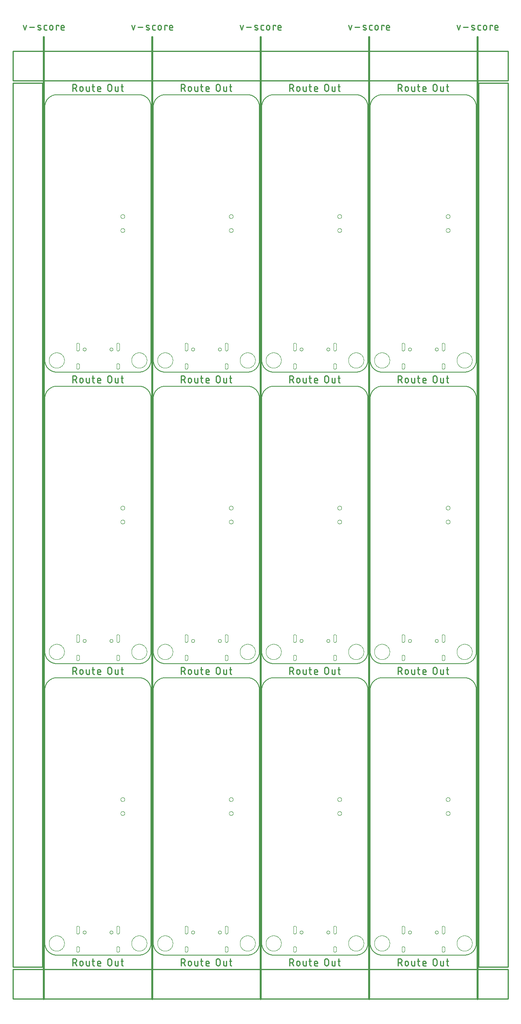
<source format=gko>
G04 EAGLE Gerber RS-274X export*
G75*
%MOMM*%
%FSLAX34Y34*%
%LPD*%
%IN*%
%IPPOS*%
%AMOC8*
5,1,8,0,0,1.08239X$1,22.5*%
G01*
%ADD10C,0.203200*%
%ADD11C,0.279400*%
%ADD12C,0.381000*%
%ADD13C,0.254000*%
%ADD14C,0.000000*%
%ADD15C,0.010000*%


D10*
X25400Y596900D02*
X203200Y596900D01*
X203814Y596893D01*
X204427Y596870D01*
X205040Y596833D01*
X205651Y596781D01*
X206262Y596715D01*
X206870Y596633D01*
X207476Y596537D01*
X208080Y596427D01*
X208681Y596302D01*
X209279Y596162D01*
X209873Y596008D01*
X210463Y595839D01*
X211049Y595657D01*
X211630Y595460D01*
X212207Y595249D01*
X212778Y595025D01*
X213344Y594787D01*
X213904Y594535D01*
X214457Y594269D01*
X215004Y593991D01*
X215544Y593699D01*
X216077Y593394D01*
X216602Y593076D01*
X217120Y592746D01*
X217629Y592404D01*
X218130Y592049D01*
X218622Y591682D01*
X219105Y591304D01*
X219579Y590914D01*
X220043Y590512D01*
X220498Y590100D01*
X220942Y589676D01*
X221376Y589242D01*
X221800Y588798D01*
X222212Y588343D01*
X222614Y587879D01*
X223004Y587405D01*
X223382Y586922D01*
X223749Y586430D01*
X224104Y585929D01*
X224446Y585420D01*
X224776Y584902D01*
X225094Y584377D01*
X225399Y583844D01*
X225691Y583304D01*
X225969Y582757D01*
X226235Y582204D01*
X226487Y581644D01*
X226725Y581078D01*
X226949Y580507D01*
X227160Y579930D01*
X227357Y579349D01*
X227539Y578763D01*
X227708Y578173D01*
X227862Y577579D01*
X228002Y576981D01*
X228127Y576380D01*
X228237Y575776D01*
X228333Y575170D01*
X228415Y574562D01*
X228481Y573951D01*
X228533Y573340D01*
X228570Y572727D01*
X228593Y572114D01*
X228600Y571500D01*
X228600Y25400D01*
X228593Y24786D01*
X228570Y24173D01*
X228533Y23560D01*
X228481Y22949D01*
X228415Y22338D01*
X228333Y21730D01*
X228237Y21124D01*
X228127Y20520D01*
X228002Y19919D01*
X227862Y19321D01*
X227708Y18727D01*
X227539Y18137D01*
X227357Y17551D01*
X227160Y16970D01*
X226949Y16393D01*
X226725Y15822D01*
X226487Y15256D01*
X226235Y14696D01*
X225969Y14143D01*
X225691Y13596D01*
X225399Y13056D01*
X225094Y12523D01*
X224776Y11998D01*
X224446Y11480D01*
X224104Y10971D01*
X223749Y10470D01*
X223382Y9978D01*
X223004Y9495D01*
X222614Y9021D01*
X222212Y8557D01*
X221800Y8102D01*
X221376Y7658D01*
X220942Y7224D01*
X220498Y6800D01*
X220043Y6388D01*
X219579Y5986D01*
X219105Y5596D01*
X218622Y5218D01*
X218130Y4851D01*
X217629Y4496D01*
X217120Y4154D01*
X216602Y3824D01*
X216077Y3506D01*
X215544Y3201D01*
X215004Y2909D01*
X214457Y2631D01*
X213904Y2365D01*
X213344Y2113D01*
X212778Y1875D01*
X212207Y1651D01*
X211630Y1440D01*
X211049Y1243D01*
X210463Y1061D01*
X209873Y892D01*
X209279Y738D01*
X208681Y598D01*
X208080Y473D01*
X207476Y363D01*
X206870Y267D01*
X206262Y185D01*
X205651Y119D01*
X205040Y67D01*
X204427Y30D01*
X203814Y7D01*
X203200Y0D01*
X25400Y0D01*
X24786Y7D01*
X24173Y30D01*
X23560Y67D01*
X22949Y119D01*
X22338Y185D01*
X21730Y267D01*
X21124Y363D01*
X20520Y473D01*
X19919Y598D01*
X19321Y738D01*
X18727Y892D01*
X18137Y1061D01*
X17551Y1243D01*
X16970Y1440D01*
X16393Y1651D01*
X15822Y1875D01*
X15256Y2113D01*
X14696Y2365D01*
X14143Y2631D01*
X13596Y2909D01*
X13056Y3201D01*
X12523Y3506D01*
X11998Y3824D01*
X11480Y4154D01*
X10971Y4496D01*
X10470Y4851D01*
X9978Y5218D01*
X9495Y5596D01*
X9021Y5986D01*
X8557Y6388D01*
X8102Y6800D01*
X7658Y7224D01*
X7224Y7658D01*
X6800Y8102D01*
X6388Y8557D01*
X5986Y9021D01*
X5596Y9495D01*
X5218Y9978D01*
X4851Y10470D01*
X4496Y10971D01*
X4154Y11480D01*
X3824Y11998D01*
X3506Y12523D01*
X3201Y13056D01*
X2909Y13596D01*
X2631Y14143D01*
X2365Y14696D01*
X2113Y15256D01*
X1875Y15822D01*
X1651Y16393D01*
X1440Y16970D01*
X1243Y17551D01*
X1061Y18137D01*
X892Y18727D01*
X738Y19321D01*
X598Y19919D01*
X473Y20520D01*
X363Y21124D01*
X267Y21730D01*
X185Y22338D01*
X119Y22949D01*
X67Y23560D01*
X30Y24173D01*
X7Y24786D01*
X0Y25400D01*
X0Y571500D01*
X7Y572114D01*
X30Y572727D01*
X67Y573340D01*
X119Y573951D01*
X185Y574562D01*
X267Y575170D01*
X363Y575776D01*
X473Y576380D01*
X598Y576981D01*
X738Y577579D01*
X892Y578173D01*
X1061Y578763D01*
X1243Y579349D01*
X1440Y579930D01*
X1651Y580507D01*
X1875Y581078D01*
X2113Y581644D01*
X2365Y582204D01*
X2631Y582757D01*
X2909Y583304D01*
X3201Y583844D01*
X3506Y584377D01*
X3824Y584902D01*
X4154Y585420D01*
X4496Y585929D01*
X4851Y586430D01*
X5218Y586922D01*
X5596Y587405D01*
X5986Y587879D01*
X6388Y588343D01*
X6800Y588798D01*
X7224Y589242D01*
X7658Y589676D01*
X8102Y590100D01*
X8557Y590512D01*
X9021Y590914D01*
X9495Y591304D01*
X9978Y591682D01*
X10470Y592049D01*
X10971Y592404D01*
X11480Y592746D01*
X11998Y593076D01*
X12523Y593394D01*
X13056Y593699D01*
X13596Y593991D01*
X14143Y594269D01*
X14696Y594535D01*
X15256Y594787D01*
X15822Y595025D01*
X16393Y595249D01*
X16970Y595460D01*
X17551Y595657D01*
X18137Y595839D01*
X18727Y596008D01*
X19321Y596162D01*
X19919Y596302D01*
X20520Y596427D01*
X21124Y596537D01*
X21730Y596633D01*
X22338Y596715D01*
X22949Y596781D01*
X23560Y596833D01*
X24173Y596870D01*
X24786Y596893D01*
X25400Y596900D01*
D11*
X59804Y-7747D02*
X59804Y-22733D01*
X59804Y-7747D02*
X63967Y-7747D01*
X64095Y-7749D01*
X64223Y-7755D01*
X64351Y-7765D01*
X64479Y-7779D01*
X64606Y-7796D01*
X64732Y-7818D01*
X64858Y-7843D01*
X64982Y-7873D01*
X65106Y-7906D01*
X65229Y-7943D01*
X65351Y-7984D01*
X65471Y-8028D01*
X65590Y-8076D01*
X65707Y-8128D01*
X65823Y-8183D01*
X65936Y-8242D01*
X66049Y-8305D01*
X66159Y-8371D01*
X66266Y-8440D01*
X66372Y-8512D01*
X66476Y-8588D01*
X66577Y-8667D01*
X66676Y-8749D01*
X66772Y-8834D01*
X66865Y-8921D01*
X66956Y-9012D01*
X67043Y-9105D01*
X67128Y-9201D01*
X67210Y-9300D01*
X67289Y-9401D01*
X67365Y-9505D01*
X67437Y-9611D01*
X67506Y-9718D01*
X67572Y-9829D01*
X67635Y-9941D01*
X67694Y-10054D01*
X67749Y-10170D01*
X67801Y-10287D01*
X67849Y-10406D01*
X67893Y-10526D01*
X67934Y-10648D01*
X67971Y-10771D01*
X68004Y-10895D01*
X68034Y-11019D01*
X68059Y-11145D01*
X68081Y-11271D01*
X68098Y-11398D01*
X68112Y-11526D01*
X68122Y-11654D01*
X68128Y-11782D01*
X68130Y-11910D01*
X68128Y-12038D01*
X68122Y-12166D01*
X68112Y-12294D01*
X68098Y-12422D01*
X68081Y-12549D01*
X68059Y-12675D01*
X68034Y-12801D01*
X68004Y-12925D01*
X67971Y-13049D01*
X67934Y-13172D01*
X67893Y-13294D01*
X67849Y-13414D01*
X67801Y-13533D01*
X67749Y-13650D01*
X67694Y-13766D01*
X67635Y-13879D01*
X67572Y-13992D01*
X67506Y-14102D01*
X67437Y-14209D01*
X67365Y-14315D01*
X67289Y-14419D01*
X67210Y-14520D01*
X67128Y-14619D01*
X67043Y-14715D01*
X66956Y-14808D01*
X66865Y-14899D01*
X66772Y-14986D01*
X66676Y-15071D01*
X66577Y-15153D01*
X66476Y-15232D01*
X66372Y-15308D01*
X66266Y-15380D01*
X66159Y-15449D01*
X66049Y-15515D01*
X65936Y-15578D01*
X65823Y-15637D01*
X65707Y-15692D01*
X65590Y-15744D01*
X65471Y-15792D01*
X65351Y-15836D01*
X65229Y-15877D01*
X65106Y-15914D01*
X64982Y-15947D01*
X64858Y-15977D01*
X64732Y-16002D01*
X64606Y-16024D01*
X64479Y-16041D01*
X64351Y-16055D01*
X64223Y-16065D01*
X64095Y-16071D01*
X63967Y-16073D01*
X59804Y-16073D01*
X64799Y-16073D02*
X68129Y-22733D01*
X75088Y-19403D02*
X75088Y-16073D01*
X75090Y-15959D01*
X75096Y-15846D01*
X75105Y-15732D01*
X75119Y-15620D01*
X75136Y-15507D01*
X75158Y-15395D01*
X75183Y-15285D01*
X75211Y-15175D01*
X75244Y-15066D01*
X75280Y-14958D01*
X75320Y-14851D01*
X75364Y-14746D01*
X75411Y-14643D01*
X75461Y-14541D01*
X75515Y-14441D01*
X75573Y-14343D01*
X75634Y-14247D01*
X75697Y-14153D01*
X75765Y-14061D01*
X75835Y-13971D01*
X75908Y-13885D01*
X75984Y-13800D01*
X76063Y-13718D01*
X76145Y-13639D01*
X76230Y-13563D01*
X76316Y-13490D01*
X76406Y-13420D01*
X76498Y-13352D01*
X76592Y-13289D01*
X76688Y-13228D01*
X76786Y-13170D01*
X76886Y-13116D01*
X76988Y-13066D01*
X77091Y-13019D01*
X77196Y-12975D01*
X77303Y-12935D01*
X77411Y-12899D01*
X77520Y-12866D01*
X77630Y-12838D01*
X77740Y-12813D01*
X77852Y-12791D01*
X77965Y-12774D01*
X78077Y-12760D01*
X78191Y-12751D01*
X78304Y-12745D01*
X78418Y-12743D01*
X78532Y-12745D01*
X78645Y-12751D01*
X78759Y-12760D01*
X78871Y-12774D01*
X78984Y-12791D01*
X79096Y-12813D01*
X79206Y-12838D01*
X79316Y-12866D01*
X79425Y-12899D01*
X79533Y-12935D01*
X79640Y-12975D01*
X79745Y-13019D01*
X79848Y-13066D01*
X79950Y-13116D01*
X80050Y-13170D01*
X80148Y-13228D01*
X80244Y-13289D01*
X80338Y-13352D01*
X80430Y-13420D01*
X80520Y-13490D01*
X80606Y-13563D01*
X80691Y-13639D01*
X80773Y-13718D01*
X80852Y-13800D01*
X80928Y-13885D01*
X81001Y-13971D01*
X81071Y-14061D01*
X81139Y-14153D01*
X81202Y-14247D01*
X81263Y-14343D01*
X81321Y-14441D01*
X81375Y-14541D01*
X81425Y-14643D01*
X81472Y-14746D01*
X81516Y-14851D01*
X81556Y-14958D01*
X81592Y-15066D01*
X81625Y-15175D01*
X81653Y-15285D01*
X81678Y-15395D01*
X81700Y-15507D01*
X81717Y-15620D01*
X81731Y-15732D01*
X81740Y-15846D01*
X81746Y-15959D01*
X81748Y-16073D01*
X81748Y-19403D01*
X81746Y-19517D01*
X81740Y-19630D01*
X81731Y-19744D01*
X81717Y-19856D01*
X81700Y-19969D01*
X81678Y-20081D01*
X81653Y-20191D01*
X81625Y-20301D01*
X81592Y-20410D01*
X81556Y-20518D01*
X81516Y-20625D01*
X81472Y-20730D01*
X81425Y-20833D01*
X81375Y-20935D01*
X81321Y-21035D01*
X81263Y-21133D01*
X81202Y-21229D01*
X81139Y-21323D01*
X81071Y-21415D01*
X81001Y-21505D01*
X80928Y-21591D01*
X80852Y-21676D01*
X80773Y-21758D01*
X80691Y-21837D01*
X80606Y-21913D01*
X80520Y-21986D01*
X80430Y-22056D01*
X80338Y-22124D01*
X80244Y-22187D01*
X80148Y-22248D01*
X80050Y-22306D01*
X79950Y-22360D01*
X79848Y-22410D01*
X79745Y-22457D01*
X79640Y-22501D01*
X79533Y-22541D01*
X79425Y-22577D01*
X79316Y-22610D01*
X79206Y-22638D01*
X79096Y-22663D01*
X78984Y-22685D01*
X78871Y-22702D01*
X78759Y-22716D01*
X78645Y-22725D01*
X78532Y-22731D01*
X78418Y-22733D01*
X78304Y-22731D01*
X78191Y-22725D01*
X78077Y-22716D01*
X77965Y-22702D01*
X77852Y-22685D01*
X77740Y-22663D01*
X77630Y-22638D01*
X77520Y-22610D01*
X77411Y-22577D01*
X77303Y-22541D01*
X77196Y-22501D01*
X77091Y-22457D01*
X76988Y-22410D01*
X76886Y-22360D01*
X76786Y-22306D01*
X76688Y-22248D01*
X76592Y-22187D01*
X76498Y-22124D01*
X76406Y-22056D01*
X76316Y-21986D01*
X76230Y-21913D01*
X76145Y-21837D01*
X76063Y-21758D01*
X75984Y-21676D01*
X75908Y-21591D01*
X75835Y-21505D01*
X75765Y-21415D01*
X75697Y-21323D01*
X75634Y-21229D01*
X75573Y-21133D01*
X75515Y-21035D01*
X75461Y-20935D01*
X75411Y-20833D01*
X75364Y-20730D01*
X75320Y-20625D01*
X75280Y-20518D01*
X75244Y-20410D01*
X75211Y-20301D01*
X75183Y-20191D01*
X75158Y-20081D01*
X75136Y-19969D01*
X75119Y-19856D01*
X75105Y-19744D01*
X75096Y-19630D01*
X75090Y-19517D01*
X75088Y-19403D01*
X89156Y-20235D02*
X89156Y-12742D01*
X89155Y-20235D02*
X89157Y-20333D01*
X89163Y-20431D01*
X89172Y-20529D01*
X89186Y-20626D01*
X89203Y-20722D01*
X89224Y-20818D01*
X89249Y-20913D01*
X89277Y-21007D01*
X89309Y-21100D01*
X89345Y-21191D01*
X89384Y-21281D01*
X89427Y-21369D01*
X89474Y-21456D01*
X89523Y-21540D01*
X89576Y-21623D01*
X89632Y-21703D01*
X89691Y-21782D01*
X89754Y-21857D01*
X89819Y-21931D01*
X89887Y-22001D01*
X89957Y-22069D01*
X90031Y-22135D01*
X90107Y-22197D01*
X90185Y-22256D01*
X90265Y-22312D01*
X90348Y-22365D01*
X90432Y-22415D01*
X90519Y-22461D01*
X90607Y-22504D01*
X90697Y-22543D01*
X90788Y-22579D01*
X90881Y-22611D01*
X90975Y-22639D01*
X91070Y-22664D01*
X91166Y-22685D01*
X91262Y-22702D01*
X91359Y-22716D01*
X91457Y-22725D01*
X91555Y-22731D01*
X91653Y-22733D01*
X95816Y-22733D01*
X95816Y-12742D01*
X101797Y-12742D02*
X106792Y-12742D01*
X103462Y-7747D02*
X103462Y-20235D01*
X103464Y-20333D01*
X103470Y-20431D01*
X103479Y-20529D01*
X103493Y-20626D01*
X103510Y-20722D01*
X103531Y-20818D01*
X103556Y-20913D01*
X103584Y-21007D01*
X103616Y-21100D01*
X103652Y-21191D01*
X103691Y-21281D01*
X103734Y-21369D01*
X103781Y-21456D01*
X103830Y-21540D01*
X103883Y-21623D01*
X103939Y-21703D01*
X103998Y-21782D01*
X104061Y-21857D01*
X104126Y-21931D01*
X104194Y-22001D01*
X104264Y-22069D01*
X104338Y-22135D01*
X104414Y-22197D01*
X104492Y-22256D01*
X104572Y-22312D01*
X104655Y-22365D01*
X104739Y-22415D01*
X104826Y-22461D01*
X104914Y-22504D01*
X105004Y-22543D01*
X105095Y-22579D01*
X105188Y-22611D01*
X105282Y-22639D01*
X105377Y-22664D01*
X105473Y-22685D01*
X105569Y-22702D01*
X105666Y-22716D01*
X105764Y-22725D01*
X105862Y-22731D01*
X105960Y-22733D01*
X106792Y-22733D01*
X115621Y-22733D02*
X119784Y-22733D01*
X115621Y-22733D02*
X115523Y-22731D01*
X115425Y-22725D01*
X115327Y-22716D01*
X115230Y-22702D01*
X115134Y-22685D01*
X115038Y-22664D01*
X114943Y-22639D01*
X114849Y-22611D01*
X114756Y-22579D01*
X114665Y-22543D01*
X114575Y-22504D01*
X114487Y-22461D01*
X114400Y-22414D01*
X114316Y-22365D01*
X114233Y-22312D01*
X114153Y-22256D01*
X114075Y-22197D01*
X113999Y-22135D01*
X113925Y-22069D01*
X113855Y-22001D01*
X113787Y-21931D01*
X113722Y-21857D01*
X113659Y-21782D01*
X113600Y-21703D01*
X113544Y-21623D01*
X113491Y-21540D01*
X113442Y-21456D01*
X113395Y-21369D01*
X113352Y-21281D01*
X113313Y-21191D01*
X113277Y-21100D01*
X113245Y-21007D01*
X113217Y-20913D01*
X113192Y-20818D01*
X113171Y-20722D01*
X113154Y-20626D01*
X113140Y-20529D01*
X113131Y-20431D01*
X113125Y-20333D01*
X113123Y-20235D01*
X113124Y-20235D02*
X113124Y-16073D01*
X113126Y-15959D01*
X113132Y-15846D01*
X113141Y-15732D01*
X113155Y-15620D01*
X113172Y-15507D01*
X113194Y-15395D01*
X113219Y-15285D01*
X113247Y-15175D01*
X113280Y-15066D01*
X113316Y-14958D01*
X113356Y-14851D01*
X113400Y-14746D01*
X113447Y-14643D01*
X113497Y-14541D01*
X113551Y-14441D01*
X113609Y-14343D01*
X113670Y-14247D01*
X113733Y-14153D01*
X113801Y-14061D01*
X113871Y-13971D01*
X113944Y-13885D01*
X114020Y-13800D01*
X114099Y-13718D01*
X114181Y-13639D01*
X114266Y-13563D01*
X114352Y-13490D01*
X114442Y-13420D01*
X114534Y-13352D01*
X114628Y-13289D01*
X114724Y-13228D01*
X114822Y-13170D01*
X114922Y-13116D01*
X115024Y-13066D01*
X115127Y-13019D01*
X115232Y-12975D01*
X115339Y-12935D01*
X115447Y-12899D01*
X115556Y-12866D01*
X115666Y-12838D01*
X115776Y-12813D01*
X115888Y-12791D01*
X116001Y-12774D01*
X116113Y-12760D01*
X116227Y-12751D01*
X116340Y-12745D01*
X116454Y-12743D01*
X116568Y-12745D01*
X116681Y-12751D01*
X116795Y-12760D01*
X116907Y-12774D01*
X117020Y-12791D01*
X117132Y-12813D01*
X117242Y-12838D01*
X117352Y-12866D01*
X117461Y-12899D01*
X117569Y-12935D01*
X117676Y-12975D01*
X117781Y-13019D01*
X117884Y-13066D01*
X117986Y-13116D01*
X118086Y-13170D01*
X118184Y-13228D01*
X118280Y-13289D01*
X118374Y-13352D01*
X118466Y-13420D01*
X118556Y-13490D01*
X118642Y-13563D01*
X118727Y-13639D01*
X118809Y-13718D01*
X118888Y-13800D01*
X118964Y-13885D01*
X119037Y-13971D01*
X119107Y-14061D01*
X119175Y-14153D01*
X119238Y-14247D01*
X119299Y-14343D01*
X119357Y-14441D01*
X119411Y-14541D01*
X119461Y-14643D01*
X119508Y-14746D01*
X119552Y-14851D01*
X119592Y-14958D01*
X119628Y-15066D01*
X119661Y-15175D01*
X119689Y-15285D01*
X119714Y-15395D01*
X119736Y-15507D01*
X119753Y-15620D01*
X119767Y-15732D01*
X119776Y-15846D01*
X119782Y-15959D01*
X119784Y-16073D01*
X119784Y-17738D01*
X113124Y-17738D01*
X135217Y-18570D02*
X135217Y-11910D01*
X135219Y-11782D01*
X135225Y-11654D01*
X135235Y-11526D01*
X135249Y-11398D01*
X135266Y-11271D01*
X135288Y-11145D01*
X135313Y-11019D01*
X135343Y-10895D01*
X135376Y-10771D01*
X135413Y-10648D01*
X135454Y-10526D01*
X135498Y-10406D01*
X135546Y-10287D01*
X135598Y-10170D01*
X135653Y-10054D01*
X135712Y-9941D01*
X135775Y-9828D01*
X135841Y-9718D01*
X135910Y-9611D01*
X135982Y-9505D01*
X136058Y-9401D01*
X136137Y-9300D01*
X136219Y-9201D01*
X136304Y-9105D01*
X136391Y-9012D01*
X136482Y-8921D01*
X136575Y-8834D01*
X136671Y-8749D01*
X136770Y-8667D01*
X136871Y-8588D01*
X136975Y-8512D01*
X137081Y-8440D01*
X137188Y-8371D01*
X137299Y-8305D01*
X137411Y-8242D01*
X137524Y-8183D01*
X137640Y-8128D01*
X137757Y-8076D01*
X137876Y-8028D01*
X137996Y-7984D01*
X138118Y-7943D01*
X138241Y-7906D01*
X138365Y-7873D01*
X138489Y-7843D01*
X138615Y-7818D01*
X138741Y-7796D01*
X138868Y-7779D01*
X138996Y-7765D01*
X139124Y-7755D01*
X139252Y-7749D01*
X139380Y-7747D01*
X139508Y-7749D01*
X139636Y-7755D01*
X139764Y-7765D01*
X139892Y-7779D01*
X140019Y-7796D01*
X140145Y-7818D01*
X140271Y-7843D01*
X140395Y-7873D01*
X140519Y-7906D01*
X140642Y-7943D01*
X140764Y-7984D01*
X140884Y-8028D01*
X141003Y-8076D01*
X141120Y-8128D01*
X141236Y-8183D01*
X141349Y-8242D01*
X141462Y-8305D01*
X141572Y-8371D01*
X141679Y-8440D01*
X141785Y-8512D01*
X141889Y-8588D01*
X141990Y-8667D01*
X142089Y-8749D01*
X142185Y-8834D01*
X142278Y-8921D01*
X142369Y-9012D01*
X142456Y-9105D01*
X142541Y-9201D01*
X142623Y-9300D01*
X142702Y-9401D01*
X142778Y-9505D01*
X142850Y-9611D01*
X142919Y-9718D01*
X142985Y-9829D01*
X143048Y-9941D01*
X143107Y-10054D01*
X143162Y-10170D01*
X143214Y-10287D01*
X143262Y-10406D01*
X143306Y-10526D01*
X143347Y-10648D01*
X143384Y-10771D01*
X143417Y-10895D01*
X143447Y-11019D01*
X143472Y-11145D01*
X143494Y-11271D01*
X143511Y-11398D01*
X143525Y-11526D01*
X143535Y-11654D01*
X143541Y-11782D01*
X143543Y-11910D01*
X143542Y-11910D02*
X143542Y-18570D01*
X143543Y-18570D02*
X143541Y-18698D01*
X143535Y-18826D01*
X143525Y-18954D01*
X143511Y-19082D01*
X143494Y-19209D01*
X143472Y-19335D01*
X143447Y-19461D01*
X143417Y-19585D01*
X143384Y-19709D01*
X143347Y-19832D01*
X143306Y-19954D01*
X143262Y-20074D01*
X143214Y-20193D01*
X143162Y-20310D01*
X143107Y-20426D01*
X143048Y-20539D01*
X142985Y-20652D01*
X142919Y-20762D01*
X142850Y-20869D01*
X142778Y-20975D01*
X142702Y-21079D01*
X142623Y-21180D01*
X142541Y-21279D01*
X142456Y-21375D01*
X142369Y-21468D01*
X142278Y-21559D01*
X142185Y-21646D01*
X142089Y-21731D01*
X141990Y-21813D01*
X141889Y-21892D01*
X141785Y-21968D01*
X141679Y-22040D01*
X141572Y-22109D01*
X141461Y-22175D01*
X141349Y-22238D01*
X141236Y-22297D01*
X141120Y-22352D01*
X141003Y-22404D01*
X140884Y-22452D01*
X140764Y-22496D01*
X140642Y-22537D01*
X140519Y-22574D01*
X140395Y-22607D01*
X140271Y-22637D01*
X140145Y-22662D01*
X140019Y-22684D01*
X139892Y-22701D01*
X139764Y-22715D01*
X139636Y-22725D01*
X139508Y-22731D01*
X139380Y-22733D01*
X139252Y-22731D01*
X139124Y-22725D01*
X138996Y-22715D01*
X138868Y-22701D01*
X138741Y-22684D01*
X138615Y-22662D01*
X138489Y-22637D01*
X138365Y-22607D01*
X138241Y-22574D01*
X138118Y-22537D01*
X137996Y-22496D01*
X137876Y-22452D01*
X137757Y-22404D01*
X137640Y-22352D01*
X137524Y-22297D01*
X137411Y-22238D01*
X137299Y-22175D01*
X137188Y-22109D01*
X137081Y-22040D01*
X136975Y-21968D01*
X136871Y-21892D01*
X136770Y-21813D01*
X136671Y-21731D01*
X136575Y-21646D01*
X136482Y-21559D01*
X136391Y-21468D01*
X136304Y-21375D01*
X136219Y-21279D01*
X136137Y-21180D01*
X136058Y-21079D01*
X135982Y-20975D01*
X135910Y-20869D01*
X135841Y-20762D01*
X135775Y-20651D01*
X135712Y-20539D01*
X135653Y-20426D01*
X135598Y-20310D01*
X135546Y-20193D01*
X135498Y-20074D01*
X135454Y-19954D01*
X135413Y-19832D01*
X135376Y-19709D01*
X135343Y-19585D01*
X135313Y-19461D01*
X135288Y-19335D01*
X135266Y-19209D01*
X135249Y-19082D01*
X135235Y-18954D01*
X135225Y-18826D01*
X135219Y-18698D01*
X135217Y-18570D01*
X151159Y-20235D02*
X151159Y-12742D01*
X151159Y-20235D02*
X151161Y-20333D01*
X151167Y-20431D01*
X151176Y-20529D01*
X151190Y-20626D01*
X151207Y-20722D01*
X151228Y-20818D01*
X151253Y-20913D01*
X151281Y-21007D01*
X151313Y-21100D01*
X151349Y-21191D01*
X151388Y-21281D01*
X151431Y-21369D01*
X151478Y-21456D01*
X151527Y-21540D01*
X151580Y-21623D01*
X151636Y-21703D01*
X151695Y-21782D01*
X151758Y-21857D01*
X151823Y-21931D01*
X151891Y-22001D01*
X151961Y-22069D01*
X152035Y-22135D01*
X152111Y-22197D01*
X152189Y-22256D01*
X152269Y-22312D01*
X152352Y-22365D01*
X152436Y-22415D01*
X152523Y-22461D01*
X152611Y-22504D01*
X152701Y-22543D01*
X152792Y-22579D01*
X152885Y-22611D01*
X152979Y-22639D01*
X153074Y-22664D01*
X153170Y-22685D01*
X153266Y-22702D01*
X153363Y-22716D01*
X153461Y-22725D01*
X153559Y-22731D01*
X153657Y-22733D01*
X157820Y-22733D01*
X157820Y-12742D01*
X163801Y-12742D02*
X168796Y-12742D01*
X165466Y-7747D02*
X165466Y-20235D01*
X165465Y-20235D02*
X165467Y-20333D01*
X165473Y-20431D01*
X165482Y-20529D01*
X165496Y-20626D01*
X165513Y-20722D01*
X165534Y-20818D01*
X165559Y-20913D01*
X165587Y-21007D01*
X165619Y-21100D01*
X165655Y-21191D01*
X165694Y-21281D01*
X165737Y-21369D01*
X165784Y-21456D01*
X165833Y-21540D01*
X165886Y-21623D01*
X165942Y-21703D01*
X166001Y-21782D01*
X166064Y-21857D01*
X166129Y-21931D01*
X166197Y-22001D01*
X166267Y-22069D01*
X166341Y-22135D01*
X166417Y-22197D01*
X166495Y-22256D01*
X166575Y-22312D01*
X166658Y-22365D01*
X166742Y-22415D01*
X166829Y-22461D01*
X166917Y-22504D01*
X167007Y-22543D01*
X167098Y-22579D01*
X167191Y-22611D01*
X167285Y-22639D01*
X167380Y-22664D01*
X167476Y-22685D01*
X167572Y-22702D01*
X167669Y-22716D01*
X167767Y-22725D01*
X167865Y-22731D01*
X167963Y-22733D01*
X167964Y-22733D02*
X168796Y-22733D01*
D10*
X259080Y596900D02*
X436880Y596900D01*
X437494Y596893D01*
X438107Y596870D01*
X438720Y596833D01*
X439331Y596781D01*
X439942Y596715D01*
X440550Y596633D01*
X441156Y596537D01*
X441760Y596427D01*
X442361Y596302D01*
X442959Y596162D01*
X443553Y596008D01*
X444143Y595839D01*
X444729Y595657D01*
X445310Y595460D01*
X445887Y595249D01*
X446458Y595025D01*
X447024Y594787D01*
X447584Y594535D01*
X448137Y594269D01*
X448684Y593991D01*
X449224Y593699D01*
X449757Y593394D01*
X450282Y593076D01*
X450800Y592746D01*
X451309Y592404D01*
X451810Y592049D01*
X452302Y591682D01*
X452785Y591304D01*
X453259Y590914D01*
X453723Y590512D01*
X454178Y590100D01*
X454622Y589676D01*
X455056Y589242D01*
X455480Y588798D01*
X455892Y588343D01*
X456294Y587879D01*
X456684Y587405D01*
X457062Y586922D01*
X457429Y586430D01*
X457784Y585929D01*
X458126Y585420D01*
X458456Y584902D01*
X458774Y584377D01*
X459079Y583844D01*
X459371Y583304D01*
X459649Y582757D01*
X459915Y582204D01*
X460167Y581644D01*
X460405Y581078D01*
X460629Y580507D01*
X460840Y579930D01*
X461037Y579349D01*
X461219Y578763D01*
X461388Y578173D01*
X461542Y577579D01*
X461682Y576981D01*
X461807Y576380D01*
X461917Y575776D01*
X462013Y575170D01*
X462095Y574562D01*
X462161Y573951D01*
X462213Y573340D01*
X462250Y572727D01*
X462273Y572114D01*
X462280Y571500D01*
X462280Y25400D01*
X462273Y24786D01*
X462250Y24173D01*
X462213Y23560D01*
X462161Y22949D01*
X462095Y22338D01*
X462013Y21730D01*
X461917Y21124D01*
X461807Y20520D01*
X461682Y19919D01*
X461542Y19321D01*
X461388Y18727D01*
X461219Y18137D01*
X461037Y17551D01*
X460840Y16970D01*
X460629Y16393D01*
X460405Y15822D01*
X460167Y15256D01*
X459915Y14696D01*
X459649Y14143D01*
X459371Y13596D01*
X459079Y13056D01*
X458774Y12523D01*
X458456Y11998D01*
X458126Y11480D01*
X457784Y10971D01*
X457429Y10470D01*
X457062Y9978D01*
X456684Y9495D01*
X456294Y9021D01*
X455892Y8557D01*
X455480Y8102D01*
X455056Y7658D01*
X454622Y7224D01*
X454178Y6800D01*
X453723Y6388D01*
X453259Y5986D01*
X452785Y5596D01*
X452302Y5218D01*
X451810Y4851D01*
X451309Y4496D01*
X450800Y4154D01*
X450282Y3824D01*
X449757Y3506D01*
X449224Y3201D01*
X448684Y2909D01*
X448137Y2631D01*
X447584Y2365D01*
X447024Y2113D01*
X446458Y1875D01*
X445887Y1651D01*
X445310Y1440D01*
X444729Y1243D01*
X444143Y1061D01*
X443553Y892D01*
X442959Y738D01*
X442361Y598D01*
X441760Y473D01*
X441156Y363D01*
X440550Y267D01*
X439942Y185D01*
X439331Y119D01*
X438720Y67D01*
X438107Y30D01*
X437494Y7D01*
X436880Y0D01*
X259080Y0D01*
X258466Y7D01*
X257853Y30D01*
X257240Y67D01*
X256629Y119D01*
X256018Y185D01*
X255410Y267D01*
X254804Y363D01*
X254200Y473D01*
X253599Y598D01*
X253001Y738D01*
X252407Y892D01*
X251817Y1061D01*
X251231Y1243D01*
X250650Y1440D01*
X250073Y1651D01*
X249502Y1875D01*
X248936Y2113D01*
X248376Y2365D01*
X247823Y2631D01*
X247276Y2909D01*
X246736Y3201D01*
X246203Y3506D01*
X245678Y3824D01*
X245160Y4154D01*
X244651Y4496D01*
X244150Y4851D01*
X243658Y5218D01*
X243175Y5596D01*
X242701Y5986D01*
X242237Y6388D01*
X241782Y6800D01*
X241338Y7224D01*
X240904Y7658D01*
X240480Y8102D01*
X240068Y8557D01*
X239666Y9021D01*
X239276Y9495D01*
X238898Y9978D01*
X238531Y10470D01*
X238176Y10971D01*
X237834Y11480D01*
X237504Y11998D01*
X237186Y12523D01*
X236881Y13056D01*
X236589Y13596D01*
X236311Y14143D01*
X236045Y14696D01*
X235793Y15256D01*
X235555Y15822D01*
X235331Y16393D01*
X235120Y16970D01*
X234923Y17551D01*
X234741Y18137D01*
X234572Y18727D01*
X234418Y19321D01*
X234278Y19919D01*
X234153Y20520D01*
X234043Y21124D01*
X233947Y21730D01*
X233865Y22338D01*
X233799Y22949D01*
X233747Y23560D01*
X233710Y24173D01*
X233687Y24786D01*
X233680Y25400D01*
X233680Y571500D01*
X233687Y572114D01*
X233710Y572727D01*
X233747Y573340D01*
X233799Y573951D01*
X233865Y574562D01*
X233947Y575170D01*
X234043Y575776D01*
X234153Y576380D01*
X234278Y576981D01*
X234418Y577579D01*
X234572Y578173D01*
X234741Y578763D01*
X234923Y579349D01*
X235120Y579930D01*
X235331Y580507D01*
X235555Y581078D01*
X235793Y581644D01*
X236045Y582204D01*
X236311Y582757D01*
X236589Y583304D01*
X236881Y583844D01*
X237186Y584377D01*
X237504Y584902D01*
X237834Y585420D01*
X238176Y585929D01*
X238531Y586430D01*
X238898Y586922D01*
X239276Y587405D01*
X239666Y587879D01*
X240068Y588343D01*
X240480Y588798D01*
X240904Y589242D01*
X241338Y589676D01*
X241782Y590100D01*
X242237Y590512D01*
X242701Y590914D01*
X243175Y591304D01*
X243658Y591682D01*
X244150Y592049D01*
X244651Y592404D01*
X245160Y592746D01*
X245678Y593076D01*
X246203Y593394D01*
X246736Y593699D01*
X247276Y593991D01*
X247823Y594269D01*
X248376Y594535D01*
X248936Y594787D01*
X249502Y595025D01*
X250073Y595249D01*
X250650Y595460D01*
X251231Y595657D01*
X251817Y595839D01*
X252407Y596008D01*
X253001Y596162D01*
X253599Y596302D01*
X254200Y596427D01*
X254804Y596537D01*
X255410Y596633D01*
X256018Y596715D01*
X256629Y596781D01*
X257240Y596833D01*
X257853Y596870D01*
X258466Y596893D01*
X259080Y596900D01*
D11*
X293484Y-7747D02*
X293484Y-22733D01*
X293484Y-7747D02*
X297647Y-7747D01*
X297775Y-7749D01*
X297903Y-7755D01*
X298031Y-7765D01*
X298159Y-7779D01*
X298286Y-7796D01*
X298412Y-7818D01*
X298538Y-7843D01*
X298662Y-7873D01*
X298786Y-7906D01*
X298909Y-7943D01*
X299031Y-7984D01*
X299151Y-8028D01*
X299270Y-8076D01*
X299387Y-8128D01*
X299503Y-8183D01*
X299616Y-8242D01*
X299729Y-8305D01*
X299839Y-8371D01*
X299946Y-8440D01*
X300052Y-8512D01*
X300156Y-8588D01*
X300257Y-8667D01*
X300356Y-8749D01*
X300452Y-8834D01*
X300545Y-8921D01*
X300636Y-9012D01*
X300723Y-9105D01*
X300808Y-9201D01*
X300890Y-9300D01*
X300969Y-9401D01*
X301045Y-9505D01*
X301117Y-9611D01*
X301186Y-9718D01*
X301252Y-9829D01*
X301315Y-9941D01*
X301374Y-10054D01*
X301429Y-10170D01*
X301481Y-10287D01*
X301529Y-10406D01*
X301573Y-10526D01*
X301614Y-10648D01*
X301651Y-10771D01*
X301684Y-10895D01*
X301714Y-11019D01*
X301739Y-11145D01*
X301761Y-11271D01*
X301778Y-11398D01*
X301792Y-11526D01*
X301802Y-11654D01*
X301808Y-11782D01*
X301810Y-11910D01*
X301808Y-12038D01*
X301802Y-12166D01*
X301792Y-12294D01*
X301778Y-12422D01*
X301761Y-12549D01*
X301739Y-12675D01*
X301714Y-12801D01*
X301684Y-12925D01*
X301651Y-13049D01*
X301614Y-13172D01*
X301573Y-13294D01*
X301529Y-13414D01*
X301481Y-13533D01*
X301429Y-13650D01*
X301374Y-13766D01*
X301315Y-13879D01*
X301252Y-13992D01*
X301186Y-14102D01*
X301117Y-14209D01*
X301045Y-14315D01*
X300969Y-14419D01*
X300890Y-14520D01*
X300808Y-14619D01*
X300723Y-14715D01*
X300636Y-14808D01*
X300545Y-14899D01*
X300452Y-14986D01*
X300356Y-15071D01*
X300257Y-15153D01*
X300156Y-15232D01*
X300052Y-15308D01*
X299946Y-15380D01*
X299839Y-15449D01*
X299729Y-15515D01*
X299616Y-15578D01*
X299503Y-15637D01*
X299387Y-15692D01*
X299270Y-15744D01*
X299151Y-15792D01*
X299031Y-15836D01*
X298909Y-15877D01*
X298786Y-15914D01*
X298662Y-15947D01*
X298538Y-15977D01*
X298412Y-16002D01*
X298286Y-16024D01*
X298159Y-16041D01*
X298031Y-16055D01*
X297903Y-16065D01*
X297775Y-16071D01*
X297647Y-16073D01*
X293484Y-16073D01*
X298479Y-16073D02*
X301809Y-22733D01*
X308768Y-19403D02*
X308768Y-16073D01*
X308770Y-15959D01*
X308776Y-15846D01*
X308785Y-15732D01*
X308799Y-15620D01*
X308816Y-15507D01*
X308838Y-15395D01*
X308863Y-15285D01*
X308891Y-15175D01*
X308924Y-15066D01*
X308960Y-14958D01*
X309000Y-14851D01*
X309044Y-14746D01*
X309091Y-14643D01*
X309141Y-14541D01*
X309195Y-14441D01*
X309253Y-14343D01*
X309314Y-14247D01*
X309377Y-14153D01*
X309445Y-14061D01*
X309515Y-13971D01*
X309588Y-13885D01*
X309664Y-13800D01*
X309743Y-13718D01*
X309825Y-13639D01*
X309910Y-13563D01*
X309996Y-13490D01*
X310086Y-13420D01*
X310178Y-13352D01*
X310272Y-13289D01*
X310368Y-13228D01*
X310466Y-13170D01*
X310566Y-13116D01*
X310668Y-13066D01*
X310771Y-13019D01*
X310876Y-12975D01*
X310983Y-12935D01*
X311091Y-12899D01*
X311200Y-12866D01*
X311310Y-12838D01*
X311420Y-12813D01*
X311532Y-12791D01*
X311645Y-12774D01*
X311757Y-12760D01*
X311871Y-12751D01*
X311984Y-12745D01*
X312098Y-12743D01*
X312212Y-12745D01*
X312325Y-12751D01*
X312439Y-12760D01*
X312551Y-12774D01*
X312664Y-12791D01*
X312776Y-12813D01*
X312886Y-12838D01*
X312996Y-12866D01*
X313105Y-12899D01*
X313213Y-12935D01*
X313320Y-12975D01*
X313425Y-13019D01*
X313528Y-13066D01*
X313630Y-13116D01*
X313730Y-13170D01*
X313828Y-13228D01*
X313924Y-13289D01*
X314018Y-13352D01*
X314110Y-13420D01*
X314200Y-13490D01*
X314286Y-13563D01*
X314371Y-13639D01*
X314453Y-13718D01*
X314532Y-13800D01*
X314608Y-13885D01*
X314681Y-13971D01*
X314751Y-14061D01*
X314819Y-14153D01*
X314882Y-14247D01*
X314943Y-14343D01*
X315001Y-14441D01*
X315055Y-14541D01*
X315105Y-14643D01*
X315152Y-14746D01*
X315196Y-14851D01*
X315236Y-14958D01*
X315272Y-15066D01*
X315305Y-15175D01*
X315333Y-15285D01*
X315358Y-15395D01*
X315380Y-15507D01*
X315397Y-15620D01*
X315411Y-15732D01*
X315420Y-15846D01*
X315426Y-15959D01*
X315428Y-16073D01*
X315428Y-19403D01*
X315426Y-19517D01*
X315420Y-19630D01*
X315411Y-19744D01*
X315397Y-19856D01*
X315380Y-19969D01*
X315358Y-20081D01*
X315333Y-20191D01*
X315305Y-20301D01*
X315272Y-20410D01*
X315236Y-20518D01*
X315196Y-20625D01*
X315152Y-20730D01*
X315105Y-20833D01*
X315055Y-20935D01*
X315001Y-21035D01*
X314943Y-21133D01*
X314882Y-21229D01*
X314819Y-21323D01*
X314751Y-21415D01*
X314681Y-21505D01*
X314608Y-21591D01*
X314532Y-21676D01*
X314453Y-21758D01*
X314371Y-21837D01*
X314286Y-21913D01*
X314200Y-21986D01*
X314110Y-22056D01*
X314018Y-22124D01*
X313924Y-22187D01*
X313828Y-22248D01*
X313730Y-22306D01*
X313630Y-22360D01*
X313528Y-22410D01*
X313425Y-22457D01*
X313320Y-22501D01*
X313213Y-22541D01*
X313105Y-22577D01*
X312996Y-22610D01*
X312886Y-22638D01*
X312776Y-22663D01*
X312664Y-22685D01*
X312551Y-22702D01*
X312439Y-22716D01*
X312325Y-22725D01*
X312212Y-22731D01*
X312098Y-22733D01*
X311984Y-22731D01*
X311871Y-22725D01*
X311757Y-22716D01*
X311645Y-22702D01*
X311532Y-22685D01*
X311420Y-22663D01*
X311310Y-22638D01*
X311200Y-22610D01*
X311091Y-22577D01*
X310983Y-22541D01*
X310876Y-22501D01*
X310771Y-22457D01*
X310668Y-22410D01*
X310566Y-22360D01*
X310466Y-22306D01*
X310368Y-22248D01*
X310272Y-22187D01*
X310178Y-22124D01*
X310086Y-22056D01*
X309996Y-21986D01*
X309910Y-21913D01*
X309825Y-21837D01*
X309743Y-21758D01*
X309664Y-21676D01*
X309588Y-21591D01*
X309515Y-21505D01*
X309445Y-21415D01*
X309377Y-21323D01*
X309314Y-21229D01*
X309253Y-21133D01*
X309195Y-21035D01*
X309141Y-20935D01*
X309091Y-20833D01*
X309044Y-20730D01*
X309000Y-20625D01*
X308960Y-20518D01*
X308924Y-20410D01*
X308891Y-20301D01*
X308863Y-20191D01*
X308838Y-20081D01*
X308816Y-19969D01*
X308799Y-19856D01*
X308785Y-19744D01*
X308776Y-19630D01*
X308770Y-19517D01*
X308768Y-19403D01*
X322836Y-20235D02*
X322836Y-12742D01*
X322835Y-20235D02*
X322837Y-20333D01*
X322843Y-20431D01*
X322852Y-20529D01*
X322866Y-20626D01*
X322883Y-20722D01*
X322904Y-20818D01*
X322929Y-20913D01*
X322957Y-21007D01*
X322989Y-21100D01*
X323025Y-21191D01*
X323064Y-21281D01*
X323107Y-21369D01*
X323154Y-21456D01*
X323203Y-21540D01*
X323256Y-21623D01*
X323312Y-21703D01*
X323371Y-21782D01*
X323434Y-21857D01*
X323499Y-21931D01*
X323567Y-22001D01*
X323637Y-22069D01*
X323711Y-22135D01*
X323787Y-22197D01*
X323865Y-22256D01*
X323945Y-22312D01*
X324028Y-22365D01*
X324112Y-22415D01*
X324199Y-22461D01*
X324287Y-22504D01*
X324377Y-22543D01*
X324468Y-22579D01*
X324561Y-22611D01*
X324655Y-22639D01*
X324750Y-22664D01*
X324846Y-22685D01*
X324942Y-22702D01*
X325039Y-22716D01*
X325137Y-22725D01*
X325235Y-22731D01*
X325333Y-22733D01*
X329496Y-22733D01*
X329496Y-12742D01*
X335477Y-12742D02*
X340472Y-12742D01*
X337142Y-7747D02*
X337142Y-20235D01*
X337144Y-20333D01*
X337150Y-20431D01*
X337159Y-20529D01*
X337173Y-20626D01*
X337190Y-20722D01*
X337211Y-20818D01*
X337236Y-20913D01*
X337264Y-21007D01*
X337296Y-21100D01*
X337332Y-21191D01*
X337371Y-21281D01*
X337414Y-21369D01*
X337461Y-21456D01*
X337510Y-21540D01*
X337563Y-21623D01*
X337619Y-21703D01*
X337678Y-21782D01*
X337741Y-21857D01*
X337806Y-21931D01*
X337874Y-22001D01*
X337944Y-22069D01*
X338018Y-22135D01*
X338094Y-22197D01*
X338172Y-22256D01*
X338252Y-22312D01*
X338335Y-22365D01*
X338419Y-22415D01*
X338506Y-22461D01*
X338594Y-22504D01*
X338684Y-22543D01*
X338775Y-22579D01*
X338868Y-22611D01*
X338962Y-22639D01*
X339057Y-22664D01*
X339153Y-22685D01*
X339249Y-22702D01*
X339346Y-22716D01*
X339444Y-22725D01*
X339542Y-22731D01*
X339640Y-22733D01*
X340472Y-22733D01*
X349301Y-22733D02*
X353464Y-22733D01*
X349301Y-22733D02*
X349203Y-22731D01*
X349105Y-22725D01*
X349007Y-22716D01*
X348910Y-22702D01*
X348814Y-22685D01*
X348718Y-22664D01*
X348623Y-22639D01*
X348529Y-22611D01*
X348436Y-22579D01*
X348345Y-22543D01*
X348255Y-22504D01*
X348167Y-22461D01*
X348080Y-22414D01*
X347996Y-22365D01*
X347913Y-22312D01*
X347833Y-22256D01*
X347755Y-22197D01*
X347679Y-22135D01*
X347605Y-22069D01*
X347535Y-22001D01*
X347467Y-21931D01*
X347402Y-21857D01*
X347339Y-21782D01*
X347280Y-21703D01*
X347224Y-21623D01*
X347171Y-21540D01*
X347122Y-21456D01*
X347075Y-21369D01*
X347032Y-21281D01*
X346993Y-21191D01*
X346957Y-21100D01*
X346925Y-21007D01*
X346897Y-20913D01*
X346872Y-20818D01*
X346851Y-20722D01*
X346834Y-20626D01*
X346820Y-20529D01*
X346811Y-20431D01*
X346805Y-20333D01*
X346803Y-20235D01*
X346804Y-20235D02*
X346804Y-16073D01*
X346806Y-15959D01*
X346812Y-15846D01*
X346821Y-15732D01*
X346835Y-15620D01*
X346852Y-15507D01*
X346874Y-15395D01*
X346899Y-15285D01*
X346927Y-15175D01*
X346960Y-15066D01*
X346996Y-14958D01*
X347036Y-14851D01*
X347080Y-14746D01*
X347127Y-14643D01*
X347177Y-14541D01*
X347231Y-14441D01*
X347289Y-14343D01*
X347350Y-14247D01*
X347413Y-14153D01*
X347481Y-14061D01*
X347551Y-13971D01*
X347624Y-13885D01*
X347700Y-13800D01*
X347779Y-13718D01*
X347861Y-13639D01*
X347946Y-13563D01*
X348032Y-13490D01*
X348122Y-13420D01*
X348214Y-13352D01*
X348308Y-13289D01*
X348404Y-13228D01*
X348502Y-13170D01*
X348602Y-13116D01*
X348704Y-13066D01*
X348807Y-13019D01*
X348912Y-12975D01*
X349019Y-12935D01*
X349127Y-12899D01*
X349236Y-12866D01*
X349346Y-12838D01*
X349456Y-12813D01*
X349568Y-12791D01*
X349681Y-12774D01*
X349793Y-12760D01*
X349907Y-12751D01*
X350020Y-12745D01*
X350134Y-12743D01*
X350248Y-12745D01*
X350361Y-12751D01*
X350475Y-12760D01*
X350587Y-12774D01*
X350700Y-12791D01*
X350812Y-12813D01*
X350922Y-12838D01*
X351032Y-12866D01*
X351141Y-12899D01*
X351249Y-12935D01*
X351356Y-12975D01*
X351461Y-13019D01*
X351564Y-13066D01*
X351666Y-13116D01*
X351766Y-13170D01*
X351864Y-13228D01*
X351960Y-13289D01*
X352054Y-13352D01*
X352146Y-13420D01*
X352236Y-13490D01*
X352322Y-13563D01*
X352407Y-13639D01*
X352489Y-13718D01*
X352568Y-13800D01*
X352644Y-13885D01*
X352717Y-13971D01*
X352787Y-14061D01*
X352855Y-14153D01*
X352918Y-14247D01*
X352979Y-14343D01*
X353037Y-14441D01*
X353091Y-14541D01*
X353141Y-14643D01*
X353188Y-14746D01*
X353232Y-14851D01*
X353272Y-14958D01*
X353308Y-15066D01*
X353341Y-15175D01*
X353369Y-15285D01*
X353394Y-15395D01*
X353416Y-15507D01*
X353433Y-15620D01*
X353447Y-15732D01*
X353456Y-15846D01*
X353462Y-15959D01*
X353464Y-16073D01*
X353464Y-17738D01*
X346804Y-17738D01*
X368897Y-18570D02*
X368897Y-11910D01*
X368899Y-11782D01*
X368905Y-11654D01*
X368915Y-11526D01*
X368929Y-11398D01*
X368946Y-11271D01*
X368968Y-11145D01*
X368993Y-11019D01*
X369023Y-10895D01*
X369056Y-10771D01*
X369093Y-10648D01*
X369134Y-10526D01*
X369178Y-10406D01*
X369226Y-10287D01*
X369278Y-10170D01*
X369333Y-10054D01*
X369392Y-9941D01*
X369455Y-9828D01*
X369521Y-9718D01*
X369590Y-9611D01*
X369662Y-9505D01*
X369738Y-9401D01*
X369817Y-9300D01*
X369899Y-9201D01*
X369984Y-9105D01*
X370071Y-9012D01*
X370162Y-8921D01*
X370255Y-8834D01*
X370351Y-8749D01*
X370450Y-8667D01*
X370551Y-8588D01*
X370655Y-8512D01*
X370761Y-8440D01*
X370868Y-8371D01*
X370979Y-8305D01*
X371091Y-8242D01*
X371204Y-8183D01*
X371320Y-8128D01*
X371437Y-8076D01*
X371556Y-8028D01*
X371676Y-7984D01*
X371798Y-7943D01*
X371921Y-7906D01*
X372045Y-7873D01*
X372169Y-7843D01*
X372295Y-7818D01*
X372421Y-7796D01*
X372548Y-7779D01*
X372676Y-7765D01*
X372804Y-7755D01*
X372932Y-7749D01*
X373060Y-7747D01*
X373188Y-7749D01*
X373316Y-7755D01*
X373444Y-7765D01*
X373572Y-7779D01*
X373699Y-7796D01*
X373825Y-7818D01*
X373951Y-7843D01*
X374075Y-7873D01*
X374199Y-7906D01*
X374322Y-7943D01*
X374444Y-7984D01*
X374564Y-8028D01*
X374683Y-8076D01*
X374800Y-8128D01*
X374916Y-8183D01*
X375029Y-8242D01*
X375142Y-8305D01*
X375252Y-8371D01*
X375359Y-8440D01*
X375465Y-8512D01*
X375569Y-8588D01*
X375670Y-8667D01*
X375769Y-8749D01*
X375865Y-8834D01*
X375958Y-8921D01*
X376049Y-9012D01*
X376136Y-9105D01*
X376221Y-9201D01*
X376303Y-9300D01*
X376382Y-9401D01*
X376458Y-9505D01*
X376530Y-9611D01*
X376599Y-9718D01*
X376665Y-9829D01*
X376728Y-9941D01*
X376787Y-10054D01*
X376842Y-10170D01*
X376894Y-10287D01*
X376942Y-10406D01*
X376986Y-10526D01*
X377027Y-10648D01*
X377064Y-10771D01*
X377097Y-10895D01*
X377127Y-11019D01*
X377152Y-11145D01*
X377174Y-11271D01*
X377191Y-11398D01*
X377205Y-11526D01*
X377215Y-11654D01*
X377221Y-11782D01*
X377223Y-11910D01*
X377222Y-11910D02*
X377222Y-18570D01*
X377223Y-18570D02*
X377221Y-18698D01*
X377215Y-18826D01*
X377205Y-18954D01*
X377191Y-19082D01*
X377174Y-19209D01*
X377152Y-19335D01*
X377127Y-19461D01*
X377097Y-19585D01*
X377064Y-19709D01*
X377027Y-19832D01*
X376986Y-19954D01*
X376942Y-20074D01*
X376894Y-20193D01*
X376842Y-20310D01*
X376787Y-20426D01*
X376728Y-20539D01*
X376665Y-20652D01*
X376599Y-20762D01*
X376530Y-20869D01*
X376458Y-20975D01*
X376382Y-21079D01*
X376303Y-21180D01*
X376221Y-21279D01*
X376136Y-21375D01*
X376049Y-21468D01*
X375958Y-21559D01*
X375865Y-21646D01*
X375769Y-21731D01*
X375670Y-21813D01*
X375569Y-21892D01*
X375465Y-21968D01*
X375359Y-22040D01*
X375252Y-22109D01*
X375142Y-22175D01*
X375029Y-22238D01*
X374916Y-22297D01*
X374800Y-22352D01*
X374683Y-22404D01*
X374564Y-22452D01*
X374444Y-22496D01*
X374322Y-22537D01*
X374199Y-22574D01*
X374075Y-22607D01*
X373951Y-22637D01*
X373825Y-22662D01*
X373699Y-22684D01*
X373572Y-22701D01*
X373444Y-22715D01*
X373316Y-22725D01*
X373188Y-22731D01*
X373060Y-22733D01*
X372932Y-22731D01*
X372804Y-22725D01*
X372676Y-22715D01*
X372548Y-22701D01*
X372421Y-22684D01*
X372295Y-22662D01*
X372169Y-22637D01*
X372045Y-22607D01*
X371921Y-22574D01*
X371798Y-22537D01*
X371676Y-22496D01*
X371556Y-22452D01*
X371437Y-22404D01*
X371320Y-22352D01*
X371204Y-22297D01*
X371091Y-22238D01*
X370979Y-22175D01*
X370868Y-22109D01*
X370761Y-22040D01*
X370655Y-21968D01*
X370551Y-21892D01*
X370450Y-21813D01*
X370351Y-21731D01*
X370255Y-21646D01*
X370162Y-21559D01*
X370071Y-21468D01*
X369984Y-21375D01*
X369899Y-21279D01*
X369817Y-21180D01*
X369738Y-21079D01*
X369662Y-20975D01*
X369590Y-20869D01*
X369521Y-20762D01*
X369455Y-20651D01*
X369392Y-20539D01*
X369333Y-20426D01*
X369278Y-20310D01*
X369226Y-20193D01*
X369178Y-20074D01*
X369134Y-19954D01*
X369093Y-19832D01*
X369056Y-19709D01*
X369023Y-19585D01*
X368993Y-19461D01*
X368968Y-19335D01*
X368946Y-19209D01*
X368929Y-19082D01*
X368915Y-18954D01*
X368905Y-18826D01*
X368899Y-18698D01*
X368897Y-18570D01*
X384839Y-20235D02*
X384839Y-12742D01*
X384839Y-20235D02*
X384841Y-20333D01*
X384847Y-20431D01*
X384856Y-20529D01*
X384870Y-20626D01*
X384887Y-20722D01*
X384908Y-20818D01*
X384933Y-20913D01*
X384961Y-21007D01*
X384993Y-21100D01*
X385029Y-21191D01*
X385068Y-21281D01*
X385111Y-21369D01*
X385158Y-21456D01*
X385207Y-21540D01*
X385260Y-21623D01*
X385316Y-21703D01*
X385375Y-21782D01*
X385438Y-21857D01*
X385503Y-21931D01*
X385571Y-22001D01*
X385641Y-22069D01*
X385715Y-22135D01*
X385791Y-22197D01*
X385869Y-22256D01*
X385949Y-22312D01*
X386032Y-22365D01*
X386116Y-22415D01*
X386203Y-22461D01*
X386291Y-22504D01*
X386381Y-22543D01*
X386472Y-22579D01*
X386565Y-22611D01*
X386659Y-22639D01*
X386754Y-22664D01*
X386850Y-22685D01*
X386946Y-22702D01*
X387043Y-22716D01*
X387141Y-22725D01*
X387239Y-22731D01*
X387337Y-22733D01*
X391500Y-22733D01*
X391500Y-12742D01*
X397481Y-12742D02*
X402476Y-12742D01*
X399146Y-7747D02*
X399146Y-20235D01*
X399145Y-20235D02*
X399147Y-20333D01*
X399153Y-20431D01*
X399162Y-20529D01*
X399176Y-20626D01*
X399193Y-20722D01*
X399214Y-20818D01*
X399239Y-20913D01*
X399267Y-21007D01*
X399299Y-21100D01*
X399335Y-21191D01*
X399374Y-21281D01*
X399417Y-21369D01*
X399464Y-21456D01*
X399513Y-21540D01*
X399566Y-21623D01*
X399622Y-21703D01*
X399681Y-21782D01*
X399744Y-21857D01*
X399809Y-21931D01*
X399877Y-22001D01*
X399947Y-22069D01*
X400021Y-22135D01*
X400097Y-22197D01*
X400175Y-22256D01*
X400255Y-22312D01*
X400338Y-22365D01*
X400422Y-22415D01*
X400509Y-22461D01*
X400597Y-22504D01*
X400687Y-22543D01*
X400778Y-22579D01*
X400871Y-22611D01*
X400965Y-22639D01*
X401060Y-22664D01*
X401156Y-22685D01*
X401252Y-22702D01*
X401349Y-22716D01*
X401447Y-22725D01*
X401545Y-22731D01*
X401643Y-22733D01*
X401644Y-22733D02*
X402476Y-22733D01*
D10*
X492760Y596900D02*
X670560Y596900D01*
X671174Y596893D01*
X671787Y596870D01*
X672400Y596833D01*
X673011Y596781D01*
X673622Y596715D01*
X674230Y596633D01*
X674836Y596537D01*
X675440Y596427D01*
X676041Y596302D01*
X676639Y596162D01*
X677233Y596008D01*
X677823Y595839D01*
X678409Y595657D01*
X678990Y595460D01*
X679567Y595249D01*
X680138Y595025D01*
X680704Y594787D01*
X681264Y594535D01*
X681817Y594269D01*
X682364Y593991D01*
X682904Y593699D01*
X683437Y593394D01*
X683962Y593076D01*
X684480Y592746D01*
X684989Y592404D01*
X685490Y592049D01*
X685982Y591682D01*
X686465Y591304D01*
X686939Y590914D01*
X687403Y590512D01*
X687858Y590100D01*
X688302Y589676D01*
X688736Y589242D01*
X689160Y588798D01*
X689572Y588343D01*
X689974Y587879D01*
X690364Y587405D01*
X690742Y586922D01*
X691109Y586430D01*
X691464Y585929D01*
X691806Y585420D01*
X692136Y584902D01*
X692454Y584377D01*
X692759Y583844D01*
X693051Y583304D01*
X693329Y582757D01*
X693595Y582204D01*
X693847Y581644D01*
X694085Y581078D01*
X694309Y580507D01*
X694520Y579930D01*
X694717Y579349D01*
X694899Y578763D01*
X695068Y578173D01*
X695222Y577579D01*
X695362Y576981D01*
X695487Y576380D01*
X695597Y575776D01*
X695693Y575170D01*
X695775Y574562D01*
X695841Y573951D01*
X695893Y573340D01*
X695930Y572727D01*
X695953Y572114D01*
X695960Y571500D01*
X695960Y25400D01*
X695953Y24786D01*
X695930Y24173D01*
X695893Y23560D01*
X695841Y22949D01*
X695775Y22338D01*
X695693Y21730D01*
X695597Y21124D01*
X695487Y20520D01*
X695362Y19919D01*
X695222Y19321D01*
X695068Y18727D01*
X694899Y18137D01*
X694717Y17551D01*
X694520Y16970D01*
X694309Y16393D01*
X694085Y15822D01*
X693847Y15256D01*
X693595Y14696D01*
X693329Y14143D01*
X693051Y13596D01*
X692759Y13056D01*
X692454Y12523D01*
X692136Y11998D01*
X691806Y11480D01*
X691464Y10971D01*
X691109Y10470D01*
X690742Y9978D01*
X690364Y9495D01*
X689974Y9021D01*
X689572Y8557D01*
X689160Y8102D01*
X688736Y7658D01*
X688302Y7224D01*
X687858Y6800D01*
X687403Y6388D01*
X686939Y5986D01*
X686465Y5596D01*
X685982Y5218D01*
X685490Y4851D01*
X684989Y4496D01*
X684480Y4154D01*
X683962Y3824D01*
X683437Y3506D01*
X682904Y3201D01*
X682364Y2909D01*
X681817Y2631D01*
X681264Y2365D01*
X680704Y2113D01*
X680138Y1875D01*
X679567Y1651D01*
X678990Y1440D01*
X678409Y1243D01*
X677823Y1061D01*
X677233Y892D01*
X676639Y738D01*
X676041Y598D01*
X675440Y473D01*
X674836Y363D01*
X674230Y267D01*
X673622Y185D01*
X673011Y119D01*
X672400Y67D01*
X671787Y30D01*
X671174Y7D01*
X670560Y0D01*
X492760Y0D01*
X492146Y7D01*
X491533Y30D01*
X490920Y67D01*
X490309Y119D01*
X489698Y185D01*
X489090Y267D01*
X488484Y363D01*
X487880Y473D01*
X487279Y598D01*
X486681Y738D01*
X486087Y892D01*
X485497Y1061D01*
X484911Y1243D01*
X484330Y1440D01*
X483753Y1651D01*
X483182Y1875D01*
X482616Y2113D01*
X482056Y2365D01*
X481503Y2631D01*
X480956Y2909D01*
X480416Y3201D01*
X479883Y3506D01*
X479358Y3824D01*
X478840Y4154D01*
X478331Y4496D01*
X477830Y4851D01*
X477338Y5218D01*
X476855Y5596D01*
X476381Y5986D01*
X475917Y6388D01*
X475462Y6800D01*
X475018Y7224D01*
X474584Y7658D01*
X474160Y8102D01*
X473748Y8557D01*
X473346Y9021D01*
X472956Y9495D01*
X472578Y9978D01*
X472211Y10470D01*
X471856Y10971D01*
X471514Y11480D01*
X471184Y11998D01*
X470866Y12523D01*
X470561Y13056D01*
X470269Y13596D01*
X469991Y14143D01*
X469725Y14696D01*
X469473Y15256D01*
X469235Y15822D01*
X469011Y16393D01*
X468800Y16970D01*
X468603Y17551D01*
X468421Y18137D01*
X468252Y18727D01*
X468098Y19321D01*
X467958Y19919D01*
X467833Y20520D01*
X467723Y21124D01*
X467627Y21730D01*
X467545Y22338D01*
X467479Y22949D01*
X467427Y23560D01*
X467390Y24173D01*
X467367Y24786D01*
X467360Y25400D01*
X467360Y571500D01*
X467367Y572114D01*
X467390Y572727D01*
X467427Y573340D01*
X467479Y573951D01*
X467545Y574562D01*
X467627Y575170D01*
X467723Y575776D01*
X467833Y576380D01*
X467958Y576981D01*
X468098Y577579D01*
X468252Y578173D01*
X468421Y578763D01*
X468603Y579349D01*
X468800Y579930D01*
X469011Y580507D01*
X469235Y581078D01*
X469473Y581644D01*
X469725Y582204D01*
X469991Y582757D01*
X470269Y583304D01*
X470561Y583844D01*
X470866Y584377D01*
X471184Y584902D01*
X471514Y585420D01*
X471856Y585929D01*
X472211Y586430D01*
X472578Y586922D01*
X472956Y587405D01*
X473346Y587879D01*
X473748Y588343D01*
X474160Y588798D01*
X474584Y589242D01*
X475018Y589676D01*
X475462Y590100D01*
X475917Y590512D01*
X476381Y590914D01*
X476855Y591304D01*
X477338Y591682D01*
X477830Y592049D01*
X478331Y592404D01*
X478840Y592746D01*
X479358Y593076D01*
X479883Y593394D01*
X480416Y593699D01*
X480956Y593991D01*
X481503Y594269D01*
X482056Y594535D01*
X482616Y594787D01*
X483182Y595025D01*
X483753Y595249D01*
X484330Y595460D01*
X484911Y595657D01*
X485497Y595839D01*
X486087Y596008D01*
X486681Y596162D01*
X487279Y596302D01*
X487880Y596427D01*
X488484Y596537D01*
X489090Y596633D01*
X489698Y596715D01*
X490309Y596781D01*
X490920Y596833D01*
X491533Y596870D01*
X492146Y596893D01*
X492760Y596900D01*
D11*
X527164Y-7747D02*
X527164Y-22733D01*
X527164Y-7747D02*
X531327Y-7747D01*
X531455Y-7749D01*
X531583Y-7755D01*
X531711Y-7765D01*
X531839Y-7779D01*
X531966Y-7796D01*
X532092Y-7818D01*
X532218Y-7843D01*
X532342Y-7873D01*
X532466Y-7906D01*
X532589Y-7943D01*
X532711Y-7984D01*
X532831Y-8028D01*
X532950Y-8076D01*
X533067Y-8128D01*
X533183Y-8183D01*
X533296Y-8242D01*
X533409Y-8305D01*
X533519Y-8371D01*
X533626Y-8440D01*
X533732Y-8512D01*
X533836Y-8588D01*
X533937Y-8667D01*
X534036Y-8749D01*
X534132Y-8834D01*
X534225Y-8921D01*
X534316Y-9012D01*
X534403Y-9105D01*
X534488Y-9201D01*
X534570Y-9300D01*
X534649Y-9401D01*
X534725Y-9505D01*
X534797Y-9611D01*
X534866Y-9718D01*
X534932Y-9829D01*
X534995Y-9941D01*
X535054Y-10054D01*
X535109Y-10170D01*
X535161Y-10287D01*
X535209Y-10406D01*
X535253Y-10526D01*
X535294Y-10648D01*
X535331Y-10771D01*
X535364Y-10895D01*
X535394Y-11019D01*
X535419Y-11145D01*
X535441Y-11271D01*
X535458Y-11398D01*
X535472Y-11526D01*
X535482Y-11654D01*
X535488Y-11782D01*
X535490Y-11910D01*
X535488Y-12038D01*
X535482Y-12166D01*
X535472Y-12294D01*
X535458Y-12422D01*
X535441Y-12549D01*
X535419Y-12675D01*
X535394Y-12801D01*
X535364Y-12925D01*
X535331Y-13049D01*
X535294Y-13172D01*
X535253Y-13294D01*
X535209Y-13414D01*
X535161Y-13533D01*
X535109Y-13650D01*
X535054Y-13766D01*
X534995Y-13879D01*
X534932Y-13992D01*
X534866Y-14102D01*
X534797Y-14209D01*
X534725Y-14315D01*
X534649Y-14419D01*
X534570Y-14520D01*
X534488Y-14619D01*
X534403Y-14715D01*
X534316Y-14808D01*
X534225Y-14899D01*
X534132Y-14986D01*
X534036Y-15071D01*
X533937Y-15153D01*
X533836Y-15232D01*
X533732Y-15308D01*
X533626Y-15380D01*
X533519Y-15449D01*
X533409Y-15515D01*
X533296Y-15578D01*
X533183Y-15637D01*
X533067Y-15692D01*
X532950Y-15744D01*
X532831Y-15792D01*
X532711Y-15836D01*
X532589Y-15877D01*
X532466Y-15914D01*
X532342Y-15947D01*
X532218Y-15977D01*
X532092Y-16002D01*
X531966Y-16024D01*
X531839Y-16041D01*
X531711Y-16055D01*
X531583Y-16065D01*
X531455Y-16071D01*
X531327Y-16073D01*
X527164Y-16073D01*
X532159Y-16073D02*
X535489Y-22733D01*
X542448Y-19403D02*
X542448Y-16073D01*
X542450Y-15959D01*
X542456Y-15846D01*
X542465Y-15732D01*
X542479Y-15620D01*
X542496Y-15507D01*
X542518Y-15395D01*
X542543Y-15285D01*
X542571Y-15175D01*
X542604Y-15066D01*
X542640Y-14958D01*
X542680Y-14851D01*
X542724Y-14746D01*
X542771Y-14643D01*
X542821Y-14541D01*
X542875Y-14441D01*
X542933Y-14343D01*
X542994Y-14247D01*
X543057Y-14153D01*
X543125Y-14061D01*
X543195Y-13971D01*
X543268Y-13885D01*
X543344Y-13800D01*
X543423Y-13718D01*
X543505Y-13639D01*
X543590Y-13563D01*
X543676Y-13490D01*
X543766Y-13420D01*
X543858Y-13352D01*
X543952Y-13289D01*
X544048Y-13228D01*
X544146Y-13170D01*
X544246Y-13116D01*
X544348Y-13066D01*
X544451Y-13019D01*
X544556Y-12975D01*
X544663Y-12935D01*
X544771Y-12899D01*
X544880Y-12866D01*
X544990Y-12838D01*
X545100Y-12813D01*
X545212Y-12791D01*
X545325Y-12774D01*
X545437Y-12760D01*
X545551Y-12751D01*
X545664Y-12745D01*
X545778Y-12743D01*
X545892Y-12745D01*
X546005Y-12751D01*
X546119Y-12760D01*
X546231Y-12774D01*
X546344Y-12791D01*
X546456Y-12813D01*
X546566Y-12838D01*
X546676Y-12866D01*
X546785Y-12899D01*
X546893Y-12935D01*
X547000Y-12975D01*
X547105Y-13019D01*
X547208Y-13066D01*
X547310Y-13116D01*
X547410Y-13170D01*
X547508Y-13228D01*
X547604Y-13289D01*
X547698Y-13352D01*
X547790Y-13420D01*
X547880Y-13490D01*
X547966Y-13563D01*
X548051Y-13639D01*
X548133Y-13718D01*
X548212Y-13800D01*
X548288Y-13885D01*
X548361Y-13971D01*
X548431Y-14061D01*
X548499Y-14153D01*
X548562Y-14247D01*
X548623Y-14343D01*
X548681Y-14441D01*
X548735Y-14541D01*
X548785Y-14643D01*
X548832Y-14746D01*
X548876Y-14851D01*
X548916Y-14958D01*
X548952Y-15066D01*
X548985Y-15175D01*
X549013Y-15285D01*
X549038Y-15395D01*
X549060Y-15507D01*
X549077Y-15620D01*
X549091Y-15732D01*
X549100Y-15846D01*
X549106Y-15959D01*
X549108Y-16073D01*
X549108Y-19403D01*
X549106Y-19517D01*
X549100Y-19630D01*
X549091Y-19744D01*
X549077Y-19856D01*
X549060Y-19969D01*
X549038Y-20081D01*
X549013Y-20191D01*
X548985Y-20301D01*
X548952Y-20410D01*
X548916Y-20518D01*
X548876Y-20625D01*
X548832Y-20730D01*
X548785Y-20833D01*
X548735Y-20935D01*
X548681Y-21035D01*
X548623Y-21133D01*
X548562Y-21229D01*
X548499Y-21323D01*
X548431Y-21415D01*
X548361Y-21505D01*
X548288Y-21591D01*
X548212Y-21676D01*
X548133Y-21758D01*
X548051Y-21837D01*
X547966Y-21913D01*
X547880Y-21986D01*
X547790Y-22056D01*
X547698Y-22124D01*
X547604Y-22187D01*
X547508Y-22248D01*
X547410Y-22306D01*
X547310Y-22360D01*
X547208Y-22410D01*
X547105Y-22457D01*
X547000Y-22501D01*
X546893Y-22541D01*
X546785Y-22577D01*
X546676Y-22610D01*
X546566Y-22638D01*
X546456Y-22663D01*
X546344Y-22685D01*
X546231Y-22702D01*
X546119Y-22716D01*
X546005Y-22725D01*
X545892Y-22731D01*
X545778Y-22733D01*
X545664Y-22731D01*
X545551Y-22725D01*
X545437Y-22716D01*
X545325Y-22702D01*
X545212Y-22685D01*
X545100Y-22663D01*
X544990Y-22638D01*
X544880Y-22610D01*
X544771Y-22577D01*
X544663Y-22541D01*
X544556Y-22501D01*
X544451Y-22457D01*
X544348Y-22410D01*
X544246Y-22360D01*
X544146Y-22306D01*
X544048Y-22248D01*
X543952Y-22187D01*
X543858Y-22124D01*
X543766Y-22056D01*
X543676Y-21986D01*
X543590Y-21913D01*
X543505Y-21837D01*
X543423Y-21758D01*
X543344Y-21676D01*
X543268Y-21591D01*
X543195Y-21505D01*
X543125Y-21415D01*
X543057Y-21323D01*
X542994Y-21229D01*
X542933Y-21133D01*
X542875Y-21035D01*
X542821Y-20935D01*
X542771Y-20833D01*
X542724Y-20730D01*
X542680Y-20625D01*
X542640Y-20518D01*
X542604Y-20410D01*
X542571Y-20301D01*
X542543Y-20191D01*
X542518Y-20081D01*
X542496Y-19969D01*
X542479Y-19856D01*
X542465Y-19744D01*
X542456Y-19630D01*
X542450Y-19517D01*
X542448Y-19403D01*
X556516Y-20235D02*
X556516Y-12742D01*
X556515Y-20235D02*
X556517Y-20333D01*
X556523Y-20431D01*
X556532Y-20529D01*
X556546Y-20626D01*
X556563Y-20722D01*
X556584Y-20818D01*
X556609Y-20913D01*
X556637Y-21007D01*
X556669Y-21100D01*
X556705Y-21191D01*
X556744Y-21281D01*
X556787Y-21369D01*
X556834Y-21456D01*
X556883Y-21540D01*
X556936Y-21623D01*
X556992Y-21703D01*
X557051Y-21782D01*
X557114Y-21857D01*
X557179Y-21931D01*
X557247Y-22001D01*
X557317Y-22069D01*
X557391Y-22135D01*
X557467Y-22197D01*
X557545Y-22256D01*
X557625Y-22312D01*
X557708Y-22365D01*
X557792Y-22415D01*
X557879Y-22461D01*
X557967Y-22504D01*
X558057Y-22543D01*
X558148Y-22579D01*
X558241Y-22611D01*
X558335Y-22639D01*
X558430Y-22664D01*
X558526Y-22685D01*
X558622Y-22702D01*
X558719Y-22716D01*
X558817Y-22725D01*
X558915Y-22731D01*
X559013Y-22733D01*
X563176Y-22733D01*
X563176Y-12742D01*
X569157Y-12742D02*
X574152Y-12742D01*
X570822Y-7747D02*
X570822Y-20235D01*
X570824Y-20333D01*
X570830Y-20431D01*
X570839Y-20529D01*
X570853Y-20626D01*
X570870Y-20722D01*
X570891Y-20818D01*
X570916Y-20913D01*
X570944Y-21007D01*
X570976Y-21100D01*
X571012Y-21191D01*
X571051Y-21281D01*
X571094Y-21369D01*
X571141Y-21456D01*
X571190Y-21540D01*
X571243Y-21623D01*
X571299Y-21703D01*
X571358Y-21782D01*
X571421Y-21857D01*
X571486Y-21931D01*
X571554Y-22001D01*
X571624Y-22069D01*
X571698Y-22135D01*
X571774Y-22197D01*
X571852Y-22256D01*
X571932Y-22312D01*
X572015Y-22365D01*
X572099Y-22415D01*
X572186Y-22461D01*
X572274Y-22504D01*
X572364Y-22543D01*
X572455Y-22579D01*
X572548Y-22611D01*
X572642Y-22639D01*
X572737Y-22664D01*
X572833Y-22685D01*
X572929Y-22702D01*
X573026Y-22716D01*
X573124Y-22725D01*
X573222Y-22731D01*
X573320Y-22733D01*
X574152Y-22733D01*
X582981Y-22733D02*
X587144Y-22733D01*
X582981Y-22733D02*
X582883Y-22731D01*
X582785Y-22725D01*
X582687Y-22716D01*
X582590Y-22702D01*
X582494Y-22685D01*
X582398Y-22664D01*
X582303Y-22639D01*
X582209Y-22611D01*
X582116Y-22579D01*
X582025Y-22543D01*
X581935Y-22504D01*
X581847Y-22461D01*
X581760Y-22414D01*
X581676Y-22365D01*
X581593Y-22312D01*
X581513Y-22256D01*
X581435Y-22197D01*
X581359Y-22135D01*
X581285Y-22069D01*
X581215Y-22001D01*
X581147Y-21931D01*
X581082Y-21857D01*
X581019Y-21782D01*
X580960Y-21703D01*
X580904Y-21623D01*
X580851Y-21540D01*
X580802Y-21456D01*
X580755Y-21369D01*
X580712Y-21281D01*
X580673Y-21191D01*
X580637Y-21100D01*
X580605Y-21007D01*
X580577Y-20913D01*
X580552Y-20818D01*
X580531Y-20722D01*
X580514Y-20626D01*
X580500Y-20529D01*
X580491Y-20431D01*
X580485Y-20333D01*
X580483Y-20235D01*
X580484Y-20235D02*
X580484Y-16073D01*
X580486Y-15959D01*
X580492Y-15846D01*
X580501Y-15732D01*
X580515Y-15620D01*
X580532Y-15507D01*
X580554Y-15395D01*
X580579Y-15285D01*
X580607Y-15175D01*
X580640Y-15066D01*
X580676Y-14958D01*
X580716Y-14851D01*
X580760Y-14746D01*
X580807Y-14643D01*
X580857Y-14541D01*
X580911Y-14441D01*
X580969Y-14343D01*
X581030Y-14247D01*
X581093Y-14153D01*
X581161Y-14061D01*
X581231Y-13971D01*
X581304Y-13885D01*
X581380Y-13800D01*
X581459Y-13718D01*
X581541Y-13639D01*
X581626Y-13563D01*
X581712Y-13490D01*
X581802Y-13420D01*
X581894Y-13352D01*
X581988Y-13289D01*
X582084Y-13228D01*
X582182Y-13170D01*
X582282Y-13116D01*
X582384Y-13066D01*
X582487Y-13019D01*
X582592Y-12975D01*
X582699Y-12935D01*
X582807Y-12899D01*
X582916Y-12866D01*
X583026Y-12838D01*
X583136Y-12813D01*
X583248Y-12791D01*
X583361Y-12774D01*
X583473Y-12760D01*
X583587Y-12751D01*
X583700Y-12745D01*
X583814Y-12743D01*
X583928Y-12745D01*
X584041Y-12751D01*
X584155Y-12760D01*
X584267Y-12774D01*
X584380Y-12791D01*
X584492Y-12813D01*
X584602Y-12838D01*
X584712Y-12866D01*
X584821Y-12899D01*
X584929Y-12935D01*
X585036Y-12975D01*
X585141Y-13019D01*
X585244Y-13066D01*
X585346Y-13116D01*
X585446Y-13170D01*
X585544Y-13228D01*
X585640Y-13289D01*
X585734Y-13352D01*
X585826Y-13420D01*
X585916Y-13490D01*
X586002Y-13563D01*
X586087Y-13639D01*
X586169Y-13718D01*
X586248Y-13800D01*
X586324Y-13885D01*
X586397Y-13971D01*
X586467Y-14061D01*
X586535Y-14153D01*
X586598Y-14247D01*
X586659Y-14343D01*
X586717Y-14441D01*
X586771Y-14541D01*
X586821Y-14643D01*
X586868Y-14746D01*
X586912Y-14851D01*
X586952Y-14958D01*
X586988Y-15066D01*
X587021Y-15175D01*
X587049Y-15285D01*
X587074Y-15395D01*
X587096Y-15507D01*
X587113Y-15620D01*
X587127Y-15732D01*
X587136Y-15846D01*
X587142Y-15959D01*
X587144Y-16073D01*
X587144Y-17738D01*
X580484Y-17738D01*
X602577Y-18570D02*
X602577Y-11910D01*
X602579Y-11782D01*
X602585Y-11654D01*
X602595Y-11526D01*
X602609Y-11398D01*
X602626Y-11271D01*
X602648Y-11145D01*
X602673Y-11019D01*
X602703Y-10895D01*
X602736Y-10771D01*
X602773Y-10648D01*
X602814Y-10526D01*
X602858Y-10406D01*
X602906Y-10287D01*
X602958Y-10170D01*
X603013Y-10054D01*
X603072Y-9941D01*
X603135Y-9828D01*
X603201Y-9718D01*
X603270Y-9611D01*
X603342Y-9505D01*
X603418Y-9401D01*
X603497Y-9300D01*
X603579Y-9201D01*
X603664Y-9105D01*
X603751Y-9012D01*
X603842Y-8921D01*
X603935Y-8834D01*
X604031Y-8749D01*
X604130Y-8667D01*
X604231Y-8588D01*
X604335Y-8512D01*
X604441Y-8440D01*
X604548Y-8371D01*
X604659Y-8305D01*
X604771Y-8242D01*
X604884Y-8183D01*
X605000Y-8128D01*
X605117Y-8076D01*
X605236Y-8028D01*
X605356Y-7984D01*
X605478Y-7943D01*
X605601Y-7906D01*
X605725Y-7873D01*
X605849Y-7843D01*
X605975Y-7818D01*
X606101Y-7796D01*
X606228Y-7779D01*
X606356Y-7765D01*
X606484Y-7755D01*
X606612Y-7749D01*
X606740Y-7747D01*
X606868Y-7749D01*
X606996Y-7755D01*
X607124Y-7765D01*
X607252Y-7779D01*
X607379Y-7796D01*
X607505Y-7818D01*
X607631Y-7843D01*
X607755Y-7873D01*
X607879Y-7906D01*
X608002Y-7943D01*
X608124Y-7984D01*
X608244Y-8028D01*
X608363Y-8076D01*
X608480Y-8128D01*
X608596Y-8183D01*
X608709Y-8242D01*
X608822Y-8305D01*
X608932Y-8371D01*
X609039Y-8440D01*
X609145Y-8512D01*
X609249Y-8588D01*
X609350Y-8667D01*
X609449Y-8749D01*
X609545Y-8834D01*
X609638Y-8921D01*
X609729Y-9012D01*
X609816Y-9105D01*
X609901Y-9201D01*
X609983Y-9300D01*
X610062Y-9401D01*
X610138Y-9505D01*
X610210Y-9611D01*
X610279Y-9718D01*
X610345Y-9829D01*
X610408Y-9941D01*
X610467Y-10054D01*
X610522Y-10170D01*
X610574Y-10287D01*
X610622Y-10406D01*
X610666Y-10526D01*
X610707Y-10648D01*
X610744Y-10771D01*
X610777Y-10895D01*
X610807Y-11019D01*
X610832Y-11145D01*
X610854Y-11271D01*
X610871Y-11398D01*
X610885Y-11526D01*
X610895Y-11654D01*
X610901Y-11782D01*
X610903Y-11910D01*
X610902Y-11910D02*
X610902Y-18570D01*
X610903Y-18570D02*
X610901Y-18698D01*
X610895Y-18826D01*
X610885Y-18954D01*
X610871Y-19082D01*
X610854Y-19209D01*
X610832Y-19335D01*
X610807Y-19461D01*
X610777Y-19585D01*
X610744Y-19709D01*
X610707Y-19832D01*
X610666Y-19954D01*
X610622Y-20074D01*
X610574Y-20193D01*
X610522Y-20310D01*
X610467Y-20426D01*
X610408Y-20539D01*
X610345Y-20652D01*
X610279Y-20762D01*
X610210Y-20869D01*
X610138Y-20975D01*
X610062Y-21079D01*
X609983Y-21180D01*
X609901Y-21279D01*
X609816Y-21375D01*
X609729Y-21468D01*
X609638Y-21559D01*
X609545Y-21646D01*
X609449Y-21731D01*
X609350Y-21813D01*
X609249Y-21892D01*
X609145Y-21968D01*
X609039Y-22040D01*
X608932Y-22109D01*
X608822Y-22175D01*
X608709Y-22238D01*
X608596Y-22297D01*
X608480Y-22352D01*
X608363Y-22404D01*
X608244Y-22452D01*
X608124Y-22496D01*
X608002Y-22537D01*
X607879Y-22574D01*
X607755Y-22607D01*
X607631Y-22637D01*
X607505Y-22662D01*
X607379Y-22684D01*
X607252Y-22701D01*
X607124Y-22715D01*
X606996Y-22725D01*
X606868Y-22731D01*
X606740Y-22733D01*
X606612Y-22731D01*
X606484Y-22725D01*
X606356Y-22715D01*
X606228Y-22701D01*
X606101Y-22684D01*
X605975Y-22662D01*
X605849Y-22637D01*
X605725Y-22607D01*
X605601Y-22574D01*
X605478Y-22537D01*
X605356Y-22496D01*
X605236Y-22452D01*
X605117Y-22404D01*
X605000Y-22352D01*
X604884Y-22297D01*
X604771Y-22238D01*
X604659Y-22175D01*
X604548Y-22109D01*
X604441Y-22040D01*
X604335Y-21968D01*
X604231Y-21892D01*
X604130Y-21813D01*
X604031Y-21731D01*
X603935Y-21646D01*
X603842Y-21559D01*
X603751Y-21468D01*
X603664Y-21375D01*
X603579Y-21279D01*
X603497Y-21180D01*
X603418Y-21079D01*
X603342Y-20975D01*
X603270Y-20869D01*
X603201Y-20762D01*
X603135Y-20651D01*
X603072Y-20539D01*
X603013Y-20426D01*
X602958Y-20310D01*
X602906Y-20193D01*
X602858Y-20074D01*
X602814Y-19954D01*
X602773Y-19832D01*
X602736Y-19709D01*
X602703Y-19585D01*
X602673Y-19461D01*
X602648Y-19335D01*
X602626Y-19209D01*
X602609Y-19082D01*
X602595Y-18954D01*
X602585Y-18826D01*
X602579Y-18698D01*
X602577Y-18570D01*
X618519Y-20235D02*
X618519Y-12742D01*
X618519Y-20235D02*
X618521Y-20333D01*
X618527Y-20431D01*
X618536Y-20529D01*
X618550Y-20626D01*
X618567Y-20722D01*
X618588Y-20818D01*
X618613Y-20913D01*
X618641Y-21007D01*
X618673Y-21100D01*
X618709Y-21191D01*
X618748Y-21281D01*
X618791Y-21369D01*
X618838Y-21456D01*
X618887Y-21540D01*
X618940Y-21623D01*
X618996Y-21703D01*
X619055Y-21782D01*
X619118Y-21857D01*
X619183Y-21931D01*
X619251Y-22001D01*
X619321Y-22069D01*
X619395Y-22135D01*
X619471Y-22197D01*
X619549Y-22256D01*
X619629Y-22312D01*
X619712Y-22365D01*
X619796Y-22415D01*
X619883Y-22461D01*
X619971Y-22504D01*
X620061Y-22543D01*
X620152Y-22579D01*
X620245Y-22611D01*
X620339Y-22639D01*
X620434Y-22664D01*
X620530Y-22685D01*
X620626Y-22702D01*
X620723Y-22716D01*
X620821Y-22725D01*
X620919Y-22731D01*
X621017Y-22733D01*
X625180Y-22733D01*
X625180Y-12742D01*
X631161Y-12742D02*
X636156Y-12742D01*
X632826Y-7747D02*
X632826Y-20235D01*
X632825Y-20235D02*
X632827Y-20333D01*
X632833Y-20431D01*
X632842Y-20529D01*
X632856Y-20626D01*
X632873Y-20722D01*
X632894Y-20818D01*
X632919Y-20913D01*
X632947Y-21007D01*
X632979Y-21100D01*
X633015Y-21191D01*
X633054Y-21281D01*
X633097Y-21369D01*
X633144Y-21456D01*
X633193Y-21540D01*
X633246Y-21623D01*
X633302Y-21703D01*
X633361Y-21782D01*
X633424Y-21857D01*
X633489Y-21931D01*
X633557Y-22001D01*
X633627Y-22069D01*
X633701Y-22135D01*
X633777Y-22197D01*
X633855Y-22256D01*
X633935Y-22312D01*
X634018Y-22365D01*
X634102Y-22415D01*
X634189Y-22461D01*
X634277Y-22504D01*
X634367Y-22543D01*
X634458Y-22579D01*
X634551Y-22611D01*
X634645Y-22639D01*
X634740Y-22664D01*
X634836Y-22685D01*
X634932Y-22702D01*
X635029Y-22716D01*
X635127Y-22725D01*
X635225Y-22731D01*
X635323Y-22733D01*
X635324Y-22733D02*
X636156Y-22733D01*
D10*
X726440Y596900D02*
X904240Y596900D01*
X904854Y596893D01*
X905467Y596870D01*
X906080Y596833D01*
X906691Y596781D01*
X907302Y596715D01*
X907910Y596633D01*
X908516Y596537D01*
X909120Y596427D01*
X909721Y596302D01*
X910319Y596162D01*
X910913Y596008D01*
X911503Y595839D01*
X912089Y595657D01*
X912670Y595460D01*
X913247Y595249D01*
X913818Y595025D01*
X914384Y594787D01*
X914944Y594535D01*
X915497Y594269D01*
X916044Y593991D01*
X916584Y593699D01*
X917117Y593394D01*
X917642Y593076D01*
X918160Y592746D01*
X918669Y592404D01*
X919170Y592049D01*
X919662Y591682D01*
X920145Y591304D01*
X920619Y590914D01*
X921083Y590512D01*
X921538Y590100D01*
X921982Y589676D01*
X922416Y589242D01*
X922840Y588798D01*
X923252Y588343D01*
X923654Y587879D01*
X924044Y587405D01*
X924422Y586922D01*
X924789Y586430D01*
X925144Y585929D01*
X925486Y585420D01*
X925816Y584902D01*
X926134Y584377D01*
X926439Y583844D01*
X926731Y583304D01*
X927009Y582757D01*
X927275Y582204D01*
X927527Y581644D01*
X927765Y581078D01*
X927989Y580507D01*
X928200Y579930D01*
X928397Y579349D01*
X928579Y578763D01*
X928748Y578173D01*
X928902Y577579D01*
X929042Y576981D01*
X929167Y576380D01*
X929277Y575776D01*
X929373Y575170D01*
X929455Y574562D01*
X929521Y573951D01*
X929573Y573340D01*
X929610Y572727D01*
X929633Y572114D01*
X929640Y571500D01*
X929640Y25400D01*
X929633Y24786D01*
X929610Y24173D01*
X929573Y23560D01*
X929521Y22949D01*
X929455Y22338D01*
X929373Y21730D01*
X929277Y21124D01*
X929167Y20520D01*
X929042Y19919D01*
X928902Y19321D01*
X928748Y18727D01*
X928579Y18137D01*
X928397Y17551D01*
X928200Y16970D01*
X927989Y16393D01*
X927765Y15822D01*
X927527Y15256D01*
X927275Y14696D01*
X927009Y14143D01*
X926731Y13596D01*
X926439Y13056D01*
X926134Y12523D01*
X925816Y11998D01*
X925486Y11480D01*
X925144Y10971D01*
X924789Y10470D01*
X924422Y9978D01*
X924044Y9495D01*
X923654Y9021D01*
X923252Y8557D01*
X922840Y8102D01*
X922416Y7658D01*
X921982Y7224D01*
X921538Y6800D01*
X921083Y6388D01*
X920619Y5986D01*
X920145Y5596D01*
X919662Y5218D01*
X919170Y4851D01*
X918669Y4496D01*
X918160Y4154D01*
X917642Y3824D01*
X917117Y3506D01*
X916584Y3201D01*
X916044Y2909D01*
X915497Y2631D01*
X914944Y2365D01*
X914384Y2113D01*
X913818Y1875D01*
X913247Y1651D01*
X912670Y1440D01*
X912089Y1243D01*
X911503Y1061D01*
X910913Y892D01*
X910319Y738D01*
X909721Y598D01*
X909120Y473D01*
X908516Y363D01*
X907910Y267D01*
X907302Y185D01*
X906691Y119D01*
X906080Y67D01*
X905467Y30D01*
X904854Y7D01*
X904240Y0D01*
X726440Y0D01*
X725826Y7D01*
X725213Y30D01*
X724600Y67D01*
X723989Y119D01*
X723378Y185D01*
X722770Y267D01*
X722164Y363D01*
X721560Y473D01*
X720959Y598D01*
X720361Y738D01*
X719767Y892D01*
X719177Y1061D01*
X718591Y1243D01*
X718010Y1440D01*
X717433Y1651D01*
X716862Y1875D01*
X716296Y2113D01*
X715736Y2365D01*
X715183Y2631D01*
X714636Y2909D01*
X714096Y3201D01*
X713563Y3506D01*
X713038Y3824D01*
X712520Y4154D01*
X712011Y4496D01*
X711510Y4851D01*
X711018Y5218D01*
X710535Y5596D01*
X710061Y5986D01*
X709597Y6388D01*
X709142Y6800D01*
X708698Y7224D01*
X708264Y7658D01*
X707840Y8102D01*
X707428Y8557D01*
X707026Y9021D01*
X706636Y9495D01*
X706258Y9978D01*
X705891Y10470D01*
X705536Y10971D01*
X705194Y11480D01*
X704864Y11998D01*
X704546Y12523D01*
X704241Y13056D01*
X703949Y13596D01*
X703671Y14143D01*
X703405Y14696D01*
X703153Y15256D01*
X702915Y15822D01*
X702691Y16393D01*
X702480Y16970D01*
X702283Y17551D01*
X702101Y18137D01*
X701932Y18727D01*
X701778Y19321D01*
X701638Y19919D01*
X701513Y20520D01*
X701403Y21124D01*
X701307Y21730D01*
X701225Y22338D01*
X701159Y22949D01*
X701107Y23560D01*
X701070Y24173D01*
X701047Y24786D01*
X701040Y25400D01*
X701040Y571500D01*
X701047Y572114D01*
X701070Y572727D01*
X701107Y573340D01*
X701159Y573951D01*
X701225Y574562D01*
X701307Y575170D01*
X701403Y575776D01*
X701513Y576380D01*
X701638Y576981D01*
X701778Y577579D01*
X701932Y578173D01*
X702101Y578763D01*
X702283Y579349D01*
X702480Y579930D01*
X702691Y580507D01*
X702915Y581078D01*
X703153Y581644D01*
X703405Y582204D01*
X703671Y582757D01*
X703949Y583304D01*
X704241Y583844D01*
X704546Y584377D01*
X704864Y584902D01*
X705194Y585420D01*
X705536Y585929D01*
X705891Y586430D01*
X706258Y586922D01*
X706636Y587405D01*
X707026Y587879D01*
X707428Y588343D01*
X707840Y588798D01*
X708264Y589242D01*
X708698Y589676D01*
X709142Y590100D01*
X709597Y590512D01*
X710061Y590914D01*
X710535Y591304D01*
X711018Y591682D01*
X711510Y592049D01*
X712011Y592404D01*
X712520Y592746D01*
X713038Y593076D01*
X713563Y593394D01*
X714096Y593699D01*
X714636Y593991D01*
X715183Y594269D01*
X715736Y594535D01*
X716296Y594787D01*
X716862Y595025D01*
X717433Y595249D01*
X718010Y595460D01*
X718591Y595657D01*
X719177Y595839D01*
X719767Y596008D01*
X720361Y596162D01*
X720959Y596302D01*
X721560Y596427D01*
X722164Y596537D01*
X722770Y596633D01*
X723378Y596715D01*
X723989Y596781D01*
X724600Y596833D01*
X725213Y596870D01*
X725826Y596893D01*
X726440Y596900D01*
D11*
X760844Y-7747D02*
X760844Y-22733D01*
X760844Y-7747D02*
X765007Y-7747D01*
X765135Y-7749D01*
X765263Y-7755D01*
X765391Y-7765D01*
X765519Y-7779D01*
X765646Y-7796D01*
X765772Y-7818D01*
X765898Y-7843D01*
X766022Y-7873D01*
X766146Y-7906D01*
X766269Y-7943D01*
X766391Y-7984D01*
X766511Y-8028D01*
X766630Y-8076D01*
X766747Y-8128D01*
X766863Y-8183D01*
X766976Y-8242D01*
X767089Y-8305D01*
X767199Y-8371D01*
X767306Y-8440D01*
X767412Y-8512D01*
X767516Y-8588D01*
X767617Y-8667D01*
X767716Y-8749D01*
X767812Y-8834D01*
X767905Y-8921D01*
X767996Y-9012D01*
X768083Y-9105D01*
X768168Y-9201D01*
X768250Y-9300D01*
X768329Y-9401D01*
X768405Y-9505D01*
X768477Y-9611D01*
X768546Y-9718D01*
X768612Y-9829D01*
X768675Y-9941D01*
X768734Y-10054D01*
X768789Y-10170D01*
X768841Y-10287D01*
X768889Y-10406D01*
X768933Y-10526D01*
X768974Y-10648D01*
X769011Y-10771D01*
X769044Y-10895D01*
X769074Y-11019D01*
X769099Y-11145D01*
X769121Y-11271D01*
X769138Y-11398D01*
X769152Y-11526D01*
X769162Y-11654D01*
X769168Y-11782D01*
X769170Y-11910D01*
X769168Y-12038D01*
X769162Y-12166D01*
X769152Y-12294D01*
X769138Y-12422D01*
X769121Y-12549D01*
X769099Y-12675D01*
X769074Y-12801D01*
X769044Y-12925D01*
X769011Y-13049D01*
X768974Y-13172D01*
X768933Y-13294D01*
X768889Y-13414D01*
X768841Y-13533D01*
X768789Y-13650D01*
X768734Y-13766D01*
X768675Y-13879D01*
X768612Y-13992D01*
X768546Y-14102D01*
X768477Y-14209D01*
X768405Y-14315D01*
X768329Y-14419D01*
X768250Y-14520D01*
X768168Y-14619D01*
X768083Y-14715D01*
X767996Y-14808D01*
X767905Y-14899D01*
X767812Y-14986D01*
X767716Y-15071D01*
X767617Y-15153D01*
X767516Y-15232D01*
X767412Y-15308D01*
X767306Y-15380D01*
X767199Y-15449D01*
X767089Y-15515D01*
X766976Y-15578D01*
X766863Y-15637D01*
X766747Y-15692D01*
X766630Y-15744D01*
X766511Y-15792D01*
X766391Y-15836D01*
X766269Y-15877D01*
X766146Y-15914D01*
X766022Y-15947D01*
X765898Y-15977D01*
X765772Y-16002D01*
X765646Y-16024D01*
X765519Y-16041D01*
X765391Y-16055D01*
X765263Y-16065D01*
X765135Y-16071D01*
X765007Y-16073D01*
X760844Y-16073D01*
X765839Y-16073D02*
X769169Y-22733D01*
X776128Y-19403D02*
X776128Y-16073D01*
X776130Y-15959D01*
X776136Y-15846D01*
X776145Y-15732D01*
X776159Y-15620D01*
X776176Y-15507D01*
X776198Y-15395D01*
X776223Y-15285D01*
X776251Y-15175D01*
X776284Y-15066D01*
X776320Y-14958D01*
X776360Y-14851D01*
X776404Y-14746D01*
X776451Y-14643D01*
X776501Y-14541D01*
X776555Y-14441D01*
X776613Y-14343D01*
X776674Y-14247D01*
X776737Y-14153D01*
X776805Y-14061D01*
X776875Y-13971D01*
X776948Y-13885D01*
X777024Y-13800D01*
X777103Y-13718D01*
X777185Y-13639D01*
X777270Y-13563D01*
X777356Y-13490D01*
X777446Y-13420D01*
X777538Y-13352D01*
X777632Y-13289D01*
X777728Y-13228D01*
X777826Y-13170D01*
X777926Y-13116D01*
X778028Y-13066D01*
X778131Y-13019D01*
X778236Y-12975D01*
X778343Y-12935D01*
X778451Y-12899D01*
X778560Y-12866D01*
X778670Y-12838D01*
X778780Y-12813D01*
X778892Y-12791D01*
X779005Y-12774D01*
X779117Y-12760D01*
X779231Y-12751D01*
X779344Y-12745D01*
X779458Y-12743D01*
X779572Y-12745D01*
X779685Y-12751D01*
X779799Y-12760D01*
X779911Y-12774D01*
X780024Y-12791D01*
X780136Y-12813D01*
X780246Y-12838D01*
X780356Y-12866D01*
X780465Y-12899D01*
X780573Y-12935D01*
X780680Y-12975D01*
X780785Y-13019D01*
X780888Y-13066D01*
X780990Y-13116D01*
X781090Y-13170D01*
X781188Y-13228D01*
X781284Y-13289D01*
X781378Y-13352D01*
X781470Y-13420D01*
X781560Y-13490D01*
X781646Y-13563D01*
X781731Y-13639D01*
X781813Y-13718D01*
X781892Y-13800D01*
X781968Y-13885D01*
X782041Y-13971D01*
X782111Y-14061D01*
X782179Y-14153D01*
X782242Y-14247D01*
X782303Y-14343D01*
X782361Y-14441D01*
X782415Y-14541D01*
X782465Y-14643D01*
X782512Y-14746D01*
X782556Y-14851D01*
X782596Y-14958D01*
X782632Y-15066D01*
X782665Y-15175D01*
X782693Y-15285D01*
X782718Y-15395D01*
X782740Y-15507D01*
X782757Y-15620D01*
X782771Y-15732D01*
X782780Y-15846D01*
X782786Y-15959D01*
X782788Y-16073D01*
X782788Y-19403D01*
X782786Y-19517D01*
X782780Y-19630D01*
X782771Y-19744D01*
X782757Y-19856D01*
X782740Y-19969D01*
X782718Y-20081D01*
X782693Y-20191D01*
X782665Y-20301D01*
X782632Y-20410D01*
X782596Y-20518D01*
X782556Y-20625D01*
X782512Y-20730D01*
X782465Y-20833D01*
X782415Y-20935D01*
X782361Y-21035D01*
X782303Y-21133D01*
X782242Y-21229D01*
X782179Y-21323D01*
X782111Y-21415D01*
X782041Y-21505D01*
X781968Y-21591D01*
X781892Y-21676D01*
X781813Y-21758D01*
X781731Y-21837D01*
X781646Y-21913D01*
X781560Y-21986D01*
X781470Y-22056D01*
X781378Y-22124D01*
X781284Y-22187D01*
X781188Y-22248D01*
X781090Y-22306D01*
X780990Y-22360D01*
X780888Y-22410D01*
X780785Y-22457D01*
X780680Y-22501D01*
X780573Y-22541D01*
X780465Y-22577D01*
X780356Y-22610D01*
X780246Y-22638D01*
X780136Y-22663D01*
X780024Y-22685D01*
X779911Y-22702D01*
X779799Y-22716D01*
X779685Y-22725D01*
X779572Y-22731D01*
X779458Y-22733D01*
X779344Y-22731D01*
X779231Y-22725D01*
X779117Y-22716D01*
X779005Y-22702D01*
X778892Y-22685D01*
X778780Y-22663D01*
X778670Y-22638D01*
X778560Y-22610D01*
X778451Y-22577D01*
X778343Y-22541D01*
X778236Y-22501D01*
X778131Y-22457D01*
X778028Y-22410D01*
X777926Y-22360D01*
X777826Y-22306D01*
X777728Y-22248D01*
X777632Y-22187D01*
X777538Y-22124D01*
X777446Y-22056D01*
X777356Y-21986D01*
X777270Y-21913D01*
X777185Y-21837D01*
X777103Y-21758D01*
X777024Y-21676D01*
X776948Y-21591D01*
X776875Y-21505D01*
X776805Y-21415D01*
X776737Y-21323D01*
X776674Y-21229D01*
X776613Y-21133D01*
X776555Y-21035D01*
X776501Y-20935D01*
X776451Y-20833D01*
X776404Y-20730D01*
X776360Y-20625D01*
X776320Y-20518D01*
X776284Y-20410D01*
X776251Y-20301D01*
X776223Y-20191D01*
X776198Y-20081D01*
X776176Y-19969D01*
X776159Y-19856D01*
X776145Y-19744D01*
X776136Y-19630D01*
X776130Y-19517D01*
X776128Y-19403D01*
X790196Y-20235D02*
X790196Y-12742D01*
X790195Y-20235D02*
X790197Y-20333D01*
X790203Y-20431D01*
X790212Y-20529D01*
X790226Y-20626D01*
X790243Y-20722D01*
X790264Y-20818D01*
X790289Y-20913D01*
X790317Y-21007D01*
X790349Y-21100D01*
X790385Y-21191D01*
X790424Y-21281D01*
X790467Y-21369D01*
X790514Y-21456D01*
X790563Y-21540D01*
X790616Y-21623D01*
X790672Y-21703D01*
X790731Y-21782D01*
X790794Y-21857D01*
X790859Y-21931D01*
X790927Y-22001D01*
X790997Y-22069D01*
X791071Y-22135D01*
X791147Y-22197D01*
X791225Y-22256D01*
X791305Y-22312D01*
X791388Y-22365D01*
X791472Y-22415D01*
X791559Y-22461D01*
X791647Y-22504D01*
X791737Y-22543D01*
X791828Y-22579D01*
X791921Y-22611D01*
X792015Y-22639D01*
X792110Y-22664D01*
X792206Y-22685D01*
X792302Y-22702D01*
X792399Y-22716D01*
X792497Y-22725D01*
X792595Y-22731D01*
X792693Y-22733D01*
X796856Y-22733D01*
X796856Y-12742D01*
X802837Y-12742D02*
X807832Y-12742D01*
X804502Y-7747D02*
X804502Y-20235D01*
X804504Y-20333D01*
X804510Y-20431D01*
X804519Y-20529D01*
X804533Y-20626D01*
X804550Y-20722D01*
X804571Y-20818D01*
X804596Y-20913D01*
X804624Y-21007D01*
X804656Y-21100D01*
X804692Y-21191D01*
X804731Y-21281D01*
X804774Y-21369D01*
X804821Y-21456D01*
X804870Y-21540D01*
X804923Y-21623D01*
X804979Y-21703D01*
X805038Y-21782D01*
X805101Y-21857D01*
X805166Y-21931D01*
X805234Y-22001D01*
X805304Y-22069D01*
X805378Y-22135D01*
X805454Y-22197D01*
X805532Y-22256D01*
X805612Y-22312D01*
X805695Y-22365D01*
X805779Y-22415D01*
X805866Y-22461D01*
X805954Y-22504D01*
X806044Y-22543D01*
X806135Y-22579D01*
X806228Y-22611D01*
X806322Y-22639D01*
X806417Y-22664D01*
X806513Y-22685D01*
X806609Y-22702D01*
X806706Y-22716D01*
X806804Y-22725D01*
X806902Y-22731D01*
X807000Y-22733D01*
X807832Y-22733D01*
X816661Y-22733D02*
X820824Y-22733D01*
X816661Y-22733D02*
X816563Y-22731D01*
X816465Y-22725D01*
X816367Y-22716D01*
X816270Y-22702D01*
X816174Y-22685D01*
X816078Y-22664D01*
X815983Y-22639D01*
X815889Y-22611D01*
X815796Y-22579D01*
X815705Y-22543D01*
X815615Y-22504D01*
X815527Y-22461D01*
X815440Y-22414D01*
X815356Y-22365D01*
X815273Y-22312D01*
X815193Y-22256D01*
X815115Y-22197D01*
X815039Y-22135D01*
X814965Y-22069D01*
X814895Y-22001D01*
X814827Y-21931D01*
X814762Y-21857D01*
X814699Y-21782D01*
X814640Y-21703D01*
X814584Y-21623D01*
X814531Y-21540D01*
X814482Y-21456D01*
X814435Y-21369D01*
X814392Y-21281D01*
X814353Y-21191D01*
X814317Y-21100D01*
X814285Y-21007D01*
X814257Y-20913D01*
X814232Y-20818D01*
X814211Y-20722D01*
X814194Y-20626D01*
X814180Y-20529D01*
X814171Y-20431D01*
X814165Y-20333D01*
X814163Y-20235D01*
X814164Y-20235D02*
X814164Y-16073D01*
X814166Y-15959D01*
X814172Y-15846D01*
X814181Y-15732D01*
X814195Y-15620D01*
X814212Y-15507D01*
X814234Y-15395D01*
X814259Y-15285D01*
X814287Y-15175D01*
X814320Y-15066D01*
X814356Y-14958D01*
X814396Y-14851D01*
X814440Y-14746D01*
X814487Y-14643D01*
X814537Y-14541D01*
X814591Y-14441D01*
X814649Y-14343D01*
X814710Y-14247D01*
X814773Y-14153D01*
X814841Y-14061D01*
X814911Y-13971D01*
X814984Y-13885D01*
X815060Y-13800D01*
X815139Y-13718D01*
X815221Y-13639D01*
X815306Y-13563D01*
X815392Y-13490D01*
X815482Y-13420D01*
X815574Y-13352D01*
X815668Y-13289D01*
X815764Y-13228D01*
X815862Y-13170D01*
X815962Y-13116D01*
X816064Y-13066D01*
X816167Y-13019D01*
X816272Y-12975D01*
X816379Y-12935D01*
X816487Y-12899D01*
X816596Y-12866D01*
X816706Y-12838D01*
X816816Y-12813D01*
X816928Y-12791D01*
X817041Y-12774D01*
X817153Y-12760D01*
X817267Y-12751D01*
X817380Y-12745D01*
X817494Y-12743D01*
X817608Y-12745D01*
X817721Y-12751D01*
X817835Y-12760D01*
X817947Y-12774D01*
X818060Y-12791D01*
X818172Y-12813D01*
X818282Y-12838D01*
X818392Y-12866D01*
X818501Y-12899D01*
X818609Y-12935D01*
X818716Y-12975D01*
X818821Y-13019D01*
X818924Y-13066D01*
X819026Y-13116D01*
X819126Y-13170D01*
X819224Y-13228D01*
X819320Y-13289D01*
X819414Y-13352D01*
X819506Y-13420D01*
X819596Y-13490D01*
X819682Y-13563D01*
X819767Y-13639D01*
X819849Y-13718D01*
X819928Y-13800D01*
X820004Y-13885D01*
X820077Y-13971D01*
X820147Y-14061D01*
X820215Y-14153D01*
X820278Y-14247D01*
X820339Y-14343D01*
X820397Y-14441D01*
X820451Y-14541D01*
X820501Y-14643D01*
X820548Y-14746D01*
X820592Y-14851D01*
X820632Y-14958D01*
X820668Y-15066D01*
X820701Y-15175D01*
X820729Y-15285D01*
X820754Y-15395D01*
X820776Y-15507D01*
X820793Y-15620D01*
X820807Y-15732D01*
X820816Y-15846D01*
X820822Y-15959D01*
X820824Y-16073D01*
X820824Y-17738D01*
X814164Y-17738D01*
X836257Y-18570D02*
X836257Y-11910D01*
X836259Y-11782D01*
X836265Y-11654D01*
X836275Y-11526D01*
X836289Y-11398D01*
X836306Y-11271D01*
X836328Y-11145D01*
X836353Y-11019D01*
X836383Y-10895D01*
X836416Y-10771D01*
X836453Y-10648D01*
X836494Y-10526D01*
X836538Y-10406D01*
X836586Y-10287D01*
X836638Y-10170D01*
X836693Y-10054D01*
X836752Y-9941D01*
X836815Y-9828D01*
X836881Y-9718D01*
X836950Y-9611D01*
X837022Y-9505D01*
X837098Y-9401D01*
X837177Y-9300D01*
X837259Y-9201D01*
X837344Y-9105D01*
X837431Y-9012D01*
X837522Y-8921D01*
X837615Y-8834D01*
X837711Y-8749D01*
X837810Y-8667D01*
X837911Y-8588D01*
X838015Y-8512D01*
X838121Y-8440D01*
X838228Y-8371D01*
X838339Y-8305D01*
X838451Y-8242D01*
X838564Y-8183D01*
X838680Y-8128D01*
X838797Y-8076D01*
X838916Y-8028D01*
X839036Y-7984D01*
X839158Y-7943D01*
X839281Y-7906D01*
X839405Y-7873D01*
X839529Y-7843D01*
X839655Y-7818D01*
X839781Y-7796D01*
X839908Y-7779D01*
X840036Y-7765D01*
X840164Y-7755D01*
X840292Y-7749D01*
X840420Y-7747D01*
X840548Y-7749D01*
X840676Y-7755D01*
X840804Y-7765D01*
X840932Y-7779D01*
X841059Y-7796D01*
X841185Y-7818D01*
X841311Y-7843D01*
X841435Y-7873D01*
X841559Y-7906D01*
X841682Y-7943D01*
X841804Y-7984D01*
X841924Y-8028D01*
X842043Y-8076D01*
X842160Y-8128D01*
X842276Y-8183D01*
X842389Y-8242D01*
X842502Y-8305D01*
X842612Y-8371D01*
X842719Y-8440D01*
X842825Y-8512D01*
X842929Y-8588D01*
X843030Y-8667D01*
X843129Y-8749D01*
X843225Y-8834D01*
X843318Y-8921D01*
X843409Y-9012D01*
X843496Y-9105D01*
X843581Y-9201D01*
X843663Y-9300D01*
X843742Y-9401D01*
X843818Y-9505D01*
X843890Y-9611D01*
X843959Y-9718D01*
X844025Y-9829D01*
X844088Y-9941D01*
X844147Y-10054D01*
X844202Y-10170D01*
X844254Y-10287D01*
X844302Y-10406D01*
X844346Y-10526D01*
X844387Y-10648D01*
X844424Y-10771D01*
X844457Y-10895D01*
X844487Y-11019D01*
X844512Y-11145D01*
X844534Y-11271D01*
X844551Y-11398D01*
X844565Y-11526D01*
X844575Y-11654D01*
X844581Y-11782D01*
X844583Y-11910D01*
X844582Y-11910D02*
X844582Y-18570D01*
X844583Y-18570D02*
X844581Y-18698D01*
X844575Y-18826D01*
X844565Y-18954D01*
X844551Y-19082D01*
X844534Y-19209D01*
X844512Y-19335D01*
X844487Y-19461D01*
X844457Y-19585D01*
X844424Y-19709D01*
X844387Y-19832D01*
X844346Y-19954D01*
X844302Y-20074D01*
X844254Y-20193D01*
X844202Y-20310D01*
X844147Y-20426D01*
X844088Y-20539D01*
X844025Y-20652D01*
X843959Y-20762D01*
X843890Y-20869D01*
X843818Y-20975D01*
X843742Y-21079D01*
X843663Y-21180D01*
X843581Y-21279D01*
X843496Y-21375D01*
X843409Y-21468D01*
X843318Y-21559D01*
X843225Y-21646D01*
X843129Y-21731D01*
X843030Y-21813D01*
X842929Y-21892D01*
X842825Y-21968D01*
X842719Y-22040D01*
X842612Y-22109D01*
X842502Y-22175D01*
X842389Y-22238D01*
X842276Y-22297D01*
X842160Y-22352D01*
X842043Y-22404D01*
X841924Y-22452D01*
X841804Y-22496D01*
X841682Y-22537D01*
X841559Y-22574D01*
X841435Y-22607D01*
X841311Y-22637D01*
X841185Y-22662D01*
X841059Y-22684D01*
X840932Y-22701D01*
X840804Y-22715D01*
X840676Y-22725D01*
X840548Y-22731D01*
X840420Y-22733D01*
X840292Y-22731D01*
X840164Y-22725D01*
X840036Y-22715D01*
X839908Y-22701D01*
X839781Y-22684D01*
X839655Y-22662D01*
X839529Y-22637D01*
X839405Y-22607D01*
X839281Y-22574D01*
X839158Y-22537D01*
X839036Y-22496D01*
X838916Y-22452D01*
X838797Y-22404D01*
X838680Y-22352D01*
X838564Y-22297D01*
X838451Y-22238D01*
X838339Y-22175D01*
X838228Y-22109D01*
X838121Y-22040D01*
X838015Y-21968D01*
X837911Y-21892D01*
X837810Y-21813D01*
X837711Y-21731D01*
X837615Y-21646D01*
X837522Y-21559D01*
X837431Y-21468D01*
X837344Y-21375D01*
X837259Y-21279D01*
X837177Y-21180D01*
X837098Y-21079D01*
X837022Y-20975D01*
X836950Y-20869D01*
X836881Y-20762D01*
X836815Y-20651D01*
X836752Y-20539D01*
X836693Y-20426D01*
X836638Y-20310D01*
X836586Y-20193D01*
X836538Y-20074D01*
X836494Y-19954D01*
X836453Y-19832D01*
X836416Y-19709D01*
X836383Y-19585D01*
X836353Y-19461D01*
X836328Y-19335D01*
X836306Y-19209D01*
X836289Y-19082D01*
X836275Y-18954D01*
X836265Y-18826D01*
X836259Y-18698D01*
X836257Y-18570D01*
X852199Y-20235D02*
X852199Y-12742D01*
X852199Y-20235D02*
X852201Y-20333D01*
X852207Y-20431D01*
X852216Y-20529D01*
X852230Y-20626D01*
X852247Y-20722D01*
X852268Y-20818D01*
X852293Y-20913D01*
X852321Y-21007D01*
X852353Y-21100D01*
X852389Y-21191D01*
X852428Y-21281D01*
X852471Y-21369D01*
X852518Y-21456D01*
X852567Y-21540D01*
X852620Y-21623D01*
X852676Y-21703D01*
X852735Y-21782D01*
X852798Y-21857D01*
X852863Y-21931D01*
X852931Y-22001D01*
X853001Y-22069D01*
X853075Y-22135D01*
X853151Y-22197D01*
X853229Y-22256D01*
X853309Y-22312D01*
X853392Y-22365D01*
X853476Y-22415D01*
X853563Y-22461D01*
X853651Y-22504D01*
X853741Y-22543D01*
X853832Y-22579D01*
X853925Y-22611D01*
X854019Y-22639D01*
X854114Y-22664D01*
X854210Y-22685D01*
X854306Y-22702D01*
X854403Y-22716D01*
X854501Y-22725D01*
X854599Y-22731D01*
X854697Y-22733D01*
X858860Y-22733D01*
X858860Y-12742D01*
X864841Y-12742D02*
X869836Y-12742D01*
X866506Y-7747D02*
X866506Y-20235D01*
X866505Y-20235D02*
X866507Y-20333D01*
X866513Y-20431D01*
X866522Y-20529D01*
X866536Y-20626D01*
X866553Y-20722D01*
X866574Y-20818D01*
X866599Y-20913D01*
X866627Y-21007D01*
X866659Y-21100D01*
X866695Y-21191D01*
X866734Y-21281D01*
X866777Y-21369D01*
X866824Y-21456D01*
X866873Y-21540D01*
X866926Y-21623D01*
X866982Y-21703D01*
X867041Y-21782D01*
X867104Y-21857D01*
X867169Y-21931D01*
X867237Y-22001D01*
X867307Y-22069D01*
X867381Y-22135D01*
X867457Y-22197D01*
X867535Y-22256D01*
X867615Y-22312D01*
X867698Y-22365D01*
X867782Y-22415D01*
X867869Y-22461D01*
X867957Y-22504D01*
X868047Y-22543D01*
X868138Y-22579D01*
X868231Y-22611D01*
X868325Y-22639D01*
X868420Y-22664D01*
X868516Y-22685D01*
X868612Y-22702D01*
X868709Y-22716D01*
X868807Y-22725D01*
X868905Y-22731D01*
X869003Y-22733D01*
X869004Y-22733D02*
X869836Y-22733D01*
D10*
X203200Y1224280D02*
X25400Y1224280D01*
X203200Y1224280D02*
X203814Y1224273D01*
X204427Y1224250D01*
X205040Y1224213D01*
X205651Y1224161D01*
X206262Y1224095D01*
X206870Y1224013D01*
X207476Y1223917D01*
X208080Y1223807D01*
X208681Y1223682D01*
X209279Y1223542D01*
X209873Y1223388D01*
X210463Y1223219D01*
X211049Y1223037D01*
X211630Y1222840D01*
X212207Y1222629D01*
X212778Y1222405D01*
X213344Y1222167D01*
X213904Y1221915D01*
X214457Y1221649D01*
X215004Y1221371D01*
X215544Y1221079D01*
X216077Y1220774D01*
X216602Y1220456D01*
X217120Y1220126D01*
X217629Y1219784D01*
X218130Y1219429D01*
X218622Y1219062D01*
X219105Y1218684D01*
X219579Y1218294D01*
X220043Y1217892D01*
X220498Y1217480D01*
X220942Y1217056D01*
X221376Y1216622D01*
X221800Y1216178D01*
X222212Y1215723D01*
X222614Y1215259D01*
X223004Y1214785D01*
X223382Y1214302D01*
X223749Y1213810D01*
X224104Y1213309D01*
X224446Y1212800D01*
X224776Y1212282D01*
X225094Y1211757D01*
X225399Y1211224D01*
X225691Y1210684D01*
X225969Y1210137D01*
X226235Y1209584D01*
X226487Y1209024D01*
X226725Y1208458D01*
X226949Y1207887D01*
X227160Y1207310D01*
X227357Y1206729D01*
X227539Y1206143D01*
X227708Y1205553D01*
X227862Y1204959D01*
X228002Y1204361D01*
X228127Y1203760D01*
X228237Y1203156D01*
X228333Y1202550D01*
X228415Y1201942D01*
X228481Y1201331D01*
X228533Y1200720D01*
X228570Y1200107D01*
X228593Y1199494D01*
X228600Y1198880D01*
X228600Y652780D01*
X228593Y652166D01*
X228570Y651553D01*
X228533Y650940D01*
X228481Y650329D01*
X228415Y649718D01*
X228333Y649110D01*
X228237Y648504D01*
X228127Y647900D01*
X228002Y647299D01*
X227862Y646701D01*
X227708Y646107D01*
X227539Y645517D01*
X227357Y644931D01*
X227160Y644350D01*
X226949Y643773D01*
X226725Y643202D01*
X226487Y642636D01*
X226235Y642076D01*
X225969Y641523D01*
X225691Y640976D01*
X225399Y640436D01*
X225094Y639903D01*
X224776Y639378D01*
X224446Y638860D01*
X224104Y638351D01*
X223749Y637850D01*
X223382Y637358D01*
X223004Y636875D01*
X222614Y636401D01*
X222212Y635937D01*
X221800Y635482D01*
X221376Y635038D01*
X220942Y634604D01*
X220498Y634180D01*
X220043Y633768D01*
X219579Y633366D01*
X219105Y632976D01*
X218622Y632598D01*
X218130Y632231D01*
X217629Y631876D01*
X217120Y631534D01*
X216602Y631204D01*
X216077Y630886D01*
X215544Y630581D01*
X215004Y630289D01*
X214457Y630011D01*
X213904Y629745D01*
X213344Y629493D01*
X212778Y629255D01*
X212207Y629031D01*
X211630Y628820D01*
X211049Y628623D01*
X210463Y628441D01*
X209873Y628272D01*
X209279Y628118D01*
X208681Y627978D01*
X208080Y627853D01*
X207476Y627743D01*
X206870Y627647D01*
X206262Y627565D01*
X205651Y627499D01*
X205040Y627447D01*
X204427Y627410D01*
X203814Y627387D01*
X203200Y627380D01*
X25400Y627380D01*
X24786Y627387D01*
X24173Y627410D01*
X23560Y627447D01*
X22949Y627499D01*
X22338Y627565D01*
X21730Y627647D01*
X21124Y627743D01*
X20520Y627853D01*
X19919Y627978D01*
X19321Y628118D01*
X18727Y628272D01*
X18137Y628441D01*
X17551Y628623D01*
X16970Y628820D01*
X16393Y629031D01*
X15822Y629255D01*
X15256Y629493D01*
X14696Y629745D01*
X14143Y630011D01*
X13596Y630289D01*
X13056Y630581D01*
X12523Y630886D01*
X11998Y631204D01*
X11480Y631534D01*
X10971Y631876D01*
X10470Y632231D01*
X9978Y632598D01*
X9495Y632976D01*
X9021Y633366D01*
X8557Y633768D01*
X8102Y634180D01*
X7658Y634604D01*
X7224Y635038D01*
X6800Y635482D01*
X6388Y635937D01*
X5986Y636401D01*
X5596Y636875D01*
X5218Y637358D01*
X4851Y637850D01*
X4496Y638351D01*
X4154Y638860D01*
X3824Y639378D01*
X3506Y639903D01*
X3201Y640436D01*
X2909Y640976D01*
X2631Y641523D01*
X2365Y642076D01*
X2113Y642636D01*
X1875Y643202D01*
X1651Y643773D01*
X1440Y644350D01*
X1243Y644931D01*
X1061Y645517D01*
X892Y646107D01*
X738Y646701D01*
X598Y647299D01*
X473Y647900D01*
X363Y648504D01*
X267Y649110D01*
X185Y649718D01*
X119Y650329D01*
X67Y650940D01*
X30Y651553D01*
X7Y652166D01*
X0Y652780D01*
X0Y1198880D01*
X7Y1199494D01*
X30Y1200107D01*
X67Y1200720D01*
X119Y1201331D01*
X185Y1201942D01*
X267Y1202550D01*
X363Y1203156D01*
X473Y1203760D01*
X598Y1204361D01*
X738Y1204959D01*
X892Y1205553D01*
X1061Y1206143D01*
X1243Y1206729D01*
X1440Y1207310D01*
X1651Y1207887D01*
X1875Y1208458D01*
X2113Y1209024D01*
X2365Y1209584D01*
X2631Y1210137D01*
X2909Y1210684D01*
X3201Y1211224D01*
X3506Y1211757D01*
X3824Y1212282D01*
X4154Y1212800D01*
X4496Y1213309D01*
X4851Y1213810D01*
X5218Y1214302D01*
X5596Y1214785D01*
X5986Y1215259D01*
X6388Y1215723D01*
X6800Y1216178D01*
X7224Y1216622D01*
X7658Y1217056D01*
X8102Y1217480D01*
X8557Y1217892D01*
X9021Y1218294D01*
X9495Y1218684D01*
X9978Y1219062D01*
X10470Y1219429D01*
X10971Y1219784D01*
X11480Y1220126D01*
X11998Y1220456D01*
X12523Y1220774D01*
X13056Y1221079D01*
X13596Y1221371D01*
X14143Y1221649D01*
X14696Y1221915D01*
X15256Y1222167D01*
X15822Y1222405D01*
X16393Y1222629D01*
X16970Y1222840D01*
X17551Y1223037D01*
X18137Y1223219D01*
X18727Y1223388D01*
X19321Y1223542D01*
X19919Y1223682D01*
X20520Y1223807D01*
X21124Y1223917D01*
X21730Y1224013D01*
X22338Y1224095D01*
X22949Y1224161D01*
X23560Y1224213D01*
X24173Y1224250D01*
X24786Y1224273D01*
X25400Y1224280D01*
D11*
X59804Y619633D02*
X59804Y604647D01*
X59804Y619633D02*
X63967Y619633D01*
X64095Y619631D01*
X64223Y619625D01*
X64351Y619615D01*
X64479Y619601D01*
X64606Y619584D01*
X64732Y619562D01*
X64858Y619537D01*
X64982Y619507D01*
X65106Y619474D01*
X65229Y619437D01*
X65351Y619396D01*
X65471Y619352D01*
X65590Y619304D01*
X65707Y619252D01*
X65823Y619197D01*
X65936Y619138D01*
X66049Y619075D01*
X66159Y619009D01*
X66266Y618940D01*
X66372Y618868D01*
X66476Y618792D01*
X66577Y618713D01*
X66676Y618631D01*
X66772Y618546D01*
X66865Y618459D01*
X66956Y618368D01*
X67043Y618275D01*
X67128Y618179D01*
X67210Y618080D01*
X67289Y617979D01*
X67365Y617875D01*
X67437Y617769D01*
X67506Y617662D01*
X67572Y617552D01*
X67635Y617439D01*
X67694Y617326D01*
X67749Y617210D01*
X67801Y617093D01*
X67849Y616974D01*
X67893Y616854D01*
X67934Y616732D01*
X67971Y616609D01*
X68004Y616485D01*
X68034Y616361D01*
X68059Y616235D01*
X68081Y616109D01*
X68098Y615982D01*
X68112Y615854D01*
X68122Y615726D01*
X68128Y615598D01*
X68130Y615470D01*
X68128Y615342D01*
X68122Y615214D01*
X68112Y615086D01*
X68098Y614958D01*
X68081Y614831D01*
X68059Y614705D01*
X68034Y614579D01*
X68004Y614455D01*
X67971Y614331D01*
X67934Y614208D01*
X67893Y614086D01*
X67849Y613966D01*
X67801Y613847D01*
X67749Y613730D01*
X67694Y613614D01*
X67635Y613501D01*
X67572Y613389D01*
X67506Y613278D01*
X67437Y613171D01*
X67365Y613065D01*
X67289Y612961D01*
X67210Y612860D01*
X67128Y612761D01*
X67043Y612665D01*
X66956Y612572D01*
X66865Y612481D01*
X66772Y612394D01*
X66676Y612309D01*
X66577Y612227D01*
X66476Y612148D01*
X66372Y612072D01*
X66266Y612000D01*
X66159Y611931D01*
X66049Y611865D01*
X65936Y611802D01*
X65823Y611743D01*
X65707Y611688D01*
X65590Y611636D01*
X65471Y611588D01*
X65351Y611544D01*
X65229Y611503D01*
X65106Y611466D01*
X64982Y611433D01*
X64858Y611403D01*
X64732Y611378D01*
X64606Y611356D01*
X64479Y611339D01*
X64351Y611325D01*
X64223Y611315D01*
X64095Y611309D01*
X63967Y611307D01*
X59804Y611307D01*
X64799Y611307D02*
X68129Y604647D01*
X75088Y607977D02*
X75088Y611307D01*
X75090Y611421D01*
X75096Y611534D01*
X75105Y611648D01*
X75119Y611760D01*
X75136Y611873D01*
X75158Y611985D01*
X75183Y612095D01*
X75211Y612205D01*
X75244Y612314D01*
X75280Y612422D01*
X75320Y612529D01*
X75364Y612634D01*
X75411Y612737D01*
X75461Y612839D01*
X75515Y612939D01*
X75573Y613037D01*
X75634Y613133D01*
X75697Y613227D01*
X75765Y613319D01*
X75835Y613409D01*
X75908Y613495D01*
X75984Y613580D01*
X76063Y613662D01*
X76145Y613741D01*
X76230Y613817D01*
X76316Y613890D01*
X76406Y613960D01*
X76498Y614028D01*
X76592Y614091D01*
X76688Y614152D01*
X76786Y614210D01*
X76886Y614264D01*
X76988Y614314D01*
X77091Y614361D01*
X77196Y614405D01*
X77303Y614445D01*
X77411Y614481D01*
X77520Y614514D01*
X77630Y614542D01*
X77740Y614567D01*
X77852Y614589D01*
X77965Y614606D01*
X78077Y614620D01*
X78191Y614629D01*
X78304Y614635D01*
X78418Y614637D01*
X78532Y614635D01*
X78645Y614629D01*
X78759Y614620D01*
X78871Y614606D01*
X78984Y614589D01*
X79096Y614567D01*
X79206Y614542D01*
X79316Y614514D01*
X79425Y614481D01*
X79533Y614445D01*
X79640Y614405D01*
X79745Y614361D01*
X79848Y614314D01*
X79950Y614264D01*
X80050Y614210D01*
X80148Y614152D01*
X80244Y614091D01*
X80338Y614028D01*
X80430Y613960D01*
X80520Y613890D01*
X80606Y613817D01*
X80691Y613741D01*
X80773Y613662D01*
X80852Y613580D01*
X80928Y613495D01*
X81001Y613409D01*
X81071Y613319D01*
X81139Y613227D01*
X81202Y613133D01*
X81263Y613037D01*
X81321Y612939D01*
X81375Y612839D01*
X81425Y612737D01*
X81472Y612634D01*
X81516Y612529D01*
X81556Y612422D01*
X81592Y612314D01*
X81625Y612205D01*
X81653Y612095D01*
X81678Y611985D01*
X81700Y611873D01*
X81717Y611760D01*
X81731Y611648D01*
X81740Y611534D01*
X81746Y611421D01*
X81748Y611307D01*
X81748Y607977D01*
X81746Y607863D01*
X81740Y607750D01*
X81731Y607636D01*
X81717Y607524D01*
X81700Y607411D01*
X81678Y607299D01*
X81653Y607189D01*
X81625Y607079D01*
X81592Y606970D01*
X81556Y606862D01*
X81516Y606755D01*
X81472Y606650D01*
X81425Y606547D01*
X81375Y606445D01*
X81321Y606345D01*
X81263Y606247D01*
X81202Y606151D01*
X81139Y606057D01*
X81071Y605965D01*
X81001Y605875D01*
X80928Y605789D01*
X80852Y605704D01*
X80773Y605622D01*
X80691Y605543D01*
X80606Y605467D01*
X80520Y605394D01*
X80430Y605324D01*
X80338Y605256D01*
X80244Y605193D01*
X80148Y605132D01*
X80050Y605074D01*
X79950Y605020D01*
X79848Y604970D01*
X79745Y604923D01*
X79640Y604879D01*
X79533Y604839D01*
X79425Y604803D01*
X79316Y604770D01*
X79206Y604742D01*
X79096Y604717D01*
X78984Y604695D01*
X78871Y604678D01*
X78759Y604664D01*
X78645Y604655D01*
X78532Y604649D01*
X78418Y604647D01*
X78304Y604649D01*
X78191Y604655D01*
X78077Y604664D01*
X77965Y604678D01*
X77852Y604695D01*
X77740Y604717D01*
X77630Y604742D01*
X77520Y604770D01*
X77411Y604803D01*
X77303Y604839D01*
X77196Y604879D01*
X77091Y604923D01*
X76988Y604970D01*
X76886Y605020D01*
X76786Y605074D01*
X76688Y605132D01*
X76592Y605193D01*
X76498Y605256D01*
X76406Y605324D01*
X76316Y605394D01*
X76230Y605467D01*
X76145Y605543D01*
X76063Y605622D01*
X75984Y605704D01*
X75908Y605789D01*
X75835Y605875D01*
X75765Y605965D01*
X75697Y606057D01*
X75634Y606151D01*
X75573Y606247D01*
X75515Y606345D01*
X75461Y606445D01*
X75411Y606547D01*
X75364Y606650D01*
X75320Y606755D01*
X75280Y606862D01*
X75244Y606970D01*
X75211Y607079D01*
X75183Y607189D01*
X75158Y607299D01*
X75136Y607411D01*
X75119Y607524D01*
X75105Y607636D01*
X75096Y607750D01*
X75090Y607863D01*
X75088Y607977D01*
X89156Y607145D02*
X89156Y614638D01*
X89155Y607145D02*
X89157Y607047D01*
X89163Y606949D01*
X89172Y606851D01*
X89186Y606754D01*
X89203Y606658D01*
X89224Y606562D01*
X89249Y606467D01*
X89277Y606373D01*
X89309Y606280D01*
X89345Y606189D01*
X89384Y606099D01*
X89427Y606011D01*
X89474Y605924D01*
X89523Y605840D01*
X89576Y605757D01*
X89632Y605677D01*
X89691Y605599D01*
X89754Y605523D01*
X89819Y605449D01*
X89887Y605379D01*
X89957Y605311D01*
X90031Y605246D01*
X90107Y605183D01*
X90185Y605124D01*
X90265Y605068D01*
X90348Y605015D01*
X90432Y604966D01*
X90519Y604919D01*
X90607Y604876D01*
X90697Y604837D01*
X90788Y604801D01*
X90881Y604769D01*
X90975Y604741D01*
X91070Y604716D01*
X91166Y604695D01*
X91262Y604678D01*
X91359Y604664D01*
X91457Y604655D01*
X91555Y604649D01*
X91653Y604647D01*
X95816Y604647D01*
X95816Y614638D01*
X101797Y614638D02*
X106792Y614638D01*
X103462Y619633D02*
X103462Y607145D01*
X103464Y607047D01*
X103470Y606949D01*
X103479Y606851D01*
X103493Y606754D01*
X103510Y606658D01*
X103531Y606562D01*
X103556Y606467D01*
X103584Y606373D01*
X103616Y606280D01*
X103652Y606189D01*
X103691Y606099D01*
X103734Y606011D01*
X103781Y605924D01*
X103830Y605840D01*
X103883Y605757D01*
X103939Y605677D01*
X103998Y605599D01*
X104061Y605523D01*
X104126Y605449D01*
X104194Y605379D01*
X104264Y605311D01*
X104338Y605246D01*
X104414Y605183D01*
X104492Y605124D01*
X104572Y605068D01*
X104655Y605015D01*
X104739Y604966D01*
X104826Y604919D01*
X104914Y604876D01*
X105004Y604837D01*
X105095Y604801D01*
X105188Y604769D01*
X105282Y604741D01*
X105377Y604716D01*
X105473Y604695D01*
X105569Y604678D01*
X105666Y604664D01*
X105764Y604655D01*
X105862Y604649D01*
X105960Y604647D01*
X106792Y604647D01*
X115621Y604647D02*
X119784Y604647D01*
X115621Y604647D02*
X115523Y604649D01*
X115425Y604655D01*
X115327Y604664D01*
X115230Y604678D01*
X115134Y604695D01*
X115038Y604716D01*
X114943Y604741D01*
X114849Y604769D01*
X114756Y604801D01*
X114665Y604837D01*
X114575Y604876D01*
X114487Y604919D01*
X114400Y604966D01*
X114316Y605015D01*
X114233Y605068D01*
X114153Y605124D01*
X114075Y605183D01*
X113999Y605246D01*
X113925Y605311D01*
X113855Y605379D01*
X113787Y605449D01*
X113722Y605523D01*
X113659Y605599D01*
X113600Y605677D01*
X113544Y605757D01*
X113491Y605840D01*
X113442Y605924D01*
X113395Y606011D01*
X113352Y606099D01*
X113313Y606189D01*
X113277Y606280D01*
X113245Y606373D01*
X113217Y606467D01*
X113192Y606562D01*
X113171Y606658D01*
X113154Y606754D01*
X113140Y606851D01*
X113131Y606949D01*
X113125Y607047D01*
X113123Y607145D01*
X113124Y607145D02*
X113124Y611307D01*
X113126Y611421D01*
X113132Y611534D01*
X113141Y611648D01*
X113155Y611760D01*
X113172Y611873D01*
X113194Y611985D01*
X113219Y612095D01*
X113247Y612205D01*
X113280Y612314D01*
X113316Y612422D01*
X113356Y612529D01*
X113400Y612634D01*
X113447Y612737D01*
X113497Y612839D01*
X113551Y612939D01*
X113609Y613037D01*
X113670Y613133D01*
X113733Y613227D01*
X113801Y613319D01*
X113871Y613409D01*
X113944Y613495D01*
X114020Y613580D01*
X114099Y613662D01*
X114181Y613741D01*
X114266Y613817D01*
X114352Y613890D01*
X114442Y613960D01*
X114534Y614028D01*
X114628Y614091D01*
X114724Y614152D01*
X114822Y614210D01*
X114922Y614264D01*
X115024Y614314D01*
X115127Y614361D01*
X115232Y614405D01*
X115339Y614445D01*
X115447Y614481D01*
X115556Y614514D01*
X115666Y614542D01*
X115776Y614567D01*
X115888Y614589D01*
X116001Y614606D01*
X116113Y614620D01*
X116227Y614629D01*
X116340Y614635D01*
X116454Y614637D01*
X116568Y614635D01*
X116681Y614629D01*
X116795Y614620D01*
X116907Y614606D01*
X117020Y614589D01*
X117132Y614567D01*
X117242Y614542D01*
X117352Y614514D01*
X117461Y614481D01*
X117569Y614445D01*
X117676Y614405D01*
X117781Y614361D01*
X117884Y614314D01*
X117986Y614264D01*
X118086Y614210D01*
X118184Y614152D01*
X118280Y614091D01*
X118374Y614028D01*
X118466Y613960D01*
X118556Y613890D01*
X118642Y613817D01*
X118727Y613741D01*
X118809Y613662D01*
X118888Y613580D01*
X118964Y613495D01*
X119037Y613409D01*
X119107Y613319D01*
X119175Y613227D01*
X119238Y613133D01*
X119299Y613037D01*
X119357Y612939D01*
X119411Y612839D01*
X119461Y612737D01*
X119508Y612634D01*
X119552Y612529D01*
X119592Y612422D01*
X119628Y612314D01*
X119661Y612205D01*
X119689Y612095D01*
X119714Y611985D01*
X119736Y611873D01*
X119753Y611760D01*
X119767Y611648D01*
X119776Y611534D01*
X119782Y611421D01*
X119784Y611307D01*
X119784Y609642D01*
X113124Y609642D01*
X135217Y608810D02*
X135217Y615470D01*
X135219Y615598D01*
X135225Y615726D01*
X135235Y615854D01*
X135249Y615982D01*
X135266Y616109D01*
X135288Y616235D01*
X135313Y616361D01*
X135343Y616485D01*
X135376Y616609D01*
X135413Y616732D01*
X135454Y616854D01*
X135498Y616974D01*
X135546Y617093D01*
X135598Y617210D01*
X135653Y617326D01*
X135712Y617439D01*
X135775Y617552D01*
X135841Y617662D01*
X135910Y617769D01*
X135982Y617875D01*
X136058Y617979D01*
X136137Y618080D01*
X136219Y618179D01*
X136304Y618275D01*
X136391Y618368D01*
X136482Y618459D01*
X136575Y618546D01*
X136671Y618631D01*
X136770Y618713D01*
X136871Y618792D01*
X136975Y618868D01*
X137081Y618940D01*
X137188Y619009D01*
X137299Y619075D01*
X137411Y619138D01*
X137524Y619197D01*
X137640Y619252D01*
X137757Y619304D01*
X137876Y619352D01*
X137996Y619396D01*
X138118Y619437D01*
X138241Y619474D01*
X138365Y619507D01*
X138489Y619537D01*
X138615Y619562D01*
X138741Y619584D01*
X138868Y619601D01*
X138996Y619615D01*
X139124Y619625D01*
X139252Y619631D01*
X139380Y619633D01*
X139508Y619631D01*
X139636Y619625D01*
X139764Y619615D01*
X139892Y619601D01*
X140019Y619584D01*
X140145Y619562D01*
X140271Y619537D01*
X140395Y619507D01*
X140519Y619474D01*
X140642Y619437D01*
X140764Y619396D01*
X140884Y619352D01*
X141003Y619304D01*
X141120Y619252D01*
X141236Y619197D01*
X141349Y619138D01*
X141462Y619075D01*
X141572Y619009D01*
X141679Y618940D01*
X141785Y618868D01*
X141889Y618792D01*
X141990Y618713D01*
X142089Y618631D01*
X142185Y618546D01*
X142278Y618459D01*
X142369Y618368D01*
X142456Y618275D01*
X142541Y618179D01*
X142623Y618080D01*
X142702Y617979D01*
X142778Y617875D01*
X142850Y617769D01*
X142919Y617662D01*
X142985Y617552D01*
X143048Y617439D01*
X143107Y617326D01*
X143162Y617210D01*
X143214Y617093D01*
X143262Y616974D01*
X143306Y616854D01*
X143347Y616732D01*
X143384Y616609D01*
X143417Y616485D01*
X143447Y616361D01*
X143472Y616235D01*
X143494Y616109D01*
X143511Y615982D01*
X143525Y615854D01*
X143535Y615726D01*
X143541Y615598D01*
X143543Y615470D01*
X143542Y615470D02*
X143542Y608810D01*
X143543Y608810D02*
X143541Y608682D01*
X143535Y608554D01*
X143525Y608426D01*
X143511Y608298D01*
X143494Y608171D01*
X143472Y608045D01*
X143447Y607919D01*
X143417Y607795D01*
X143384Y607671D01*
X143347Y607548D01*
X143306Y607426D01*
X143262Y607306D01*
X143214Y607187D01*
X143162Y607070D01*
X143107Y606954D01*
X143048Y606841D01*
X142985Y606729D01*
X142919Y606618D01*
X142850Y606511D01*
X142778Y606405D01*
X142702Y606301D01*
X142623Y606200D01*
X142541Y606101D01*
X142456Y606005D01*
X142369Y605912D01*
X142278Y605821D01*
X142185Y605734D01*
X142089Y605649D01*
X141990Y605567D01*
X141889Y605488D01*
X141785Y605412D01*
X141679Y605340D01*
X141572Y605271D01*
X141461Y605205D01*
X141349Y605142D01*
X141236Y605083D01*
X141120Y605028D01*
X141003Y604976D01*
X140884Y604928D01*
X140764Y604884D01*
X140642Y604843D01*
X140519Y604806D01*
X140395Y604773D01*
X140271Y604743D01*
X140145Y604718D01*
X140019Y604696D01*
X139892Y604679D01*
X139764Y604665D01*
X139636Y604655D01*
X139508Y604649D01*
X139380Y604647D01*
X139252Y604649D01*
X139124Y604655D01*
X138996Y604665D01*
X138868Y604679D01*
X138741Y604696D01*
X138615Y604718D01*
X138489Y604743D01*
X138365Y604773D01*
X138241Y604806D01*
X138118Y604843D01*
X137996Y604884D01*
X137876Y604928D01*
X137757Y604976D01*
X137640Y605028D01*
X137524Y605083D01*
X137411Y605142D01*
X137299Y605205D01*
X137188Y605271D01*
X137081Y605340D01*
X136975Y605412D01*
X136871Y605488D01*
X136770Y605567D01*
X136671Y605649D01*
X136575Y605734D01*
X136482Y605821D01*
X136391Y605912D01*
X136304Y606005D01*
X136219Y606101D01*
X136137Y606200D01*
X136058Y606301D01*
X135982Y606405D01*
X135910Y606511D01*
X135841Y606618D01*
X135775Y606729D01*
X135712Y606841D01*
X135653Y606954D01*
X135598Y607070D01*
X135546Y607187D01*
X135498Y607306D01*
X135454Y607426D01*
X135413Y607548D01*
X135376Y607671D01*
X135343Y607795D01*
X135313Y607919D01*
X135288Y608045D01*
X135266Y608171D01*
X135249Y608298D01*
X135235Y608426D01*
X135225Y608554D01*
X135219Y608682D01*
X135217Y608810D01*
X151159Y607145D02*
X151159Y614638D01*
X151159Y607145D02*
X151161Y607047D01*
X151167Y606949D01*
X151176Y606851D01*
X151190Y606754D01*
X151207Y606658D01*
X151228Y606562D01*
X151253Y606467D01*
X151281Y606373D01*
X151313Y606280D01*
X151349Y606189D01*
X151388Y606099D01*
X151431Y606011D01*
X151478Y605924D01*
X151527Y605840D01*
X151580Y605757D01*
X151636Y605677D01*
X151695Y605599D01*
X151758Y605523D01*
X151823Y605449D01*
X151891Y605379D01*
X151961Y605311D01*
X152035Y605246D01*
X152111Y605183D01*
X152189Y605124D01*
X152269Y605068D01*
X152352Y605015D01*
X152436Y604966D01*
X152523Y604919D01*
X152611Y604876D01*
X152701Y604837D01*
X152792Y604801D01*
X152885Y604769D01*
X152979Y604741D01*
X153074Y604716D01*
X153170Y604695D01*
X153266Y604678D01*
X153363Y604664D01*
X153461Y604655D01*
X153559Y604649D01*
X153657Y604647D01*
X157820Y604647D01*
X157820Y614638D01*
X163801Y614638D02*
X168796Y614638D01*
X165466Y619633D02*
X165466Y607145D01*
X165468Y607047D01*
X165474Y606949D01*
X165483Y606851D01*
X165497Y606754D01*
X165514Y606658D01*
X165535Y606562D01*
X165560Y606467D01*
X165588Y606373D01*
X165620Y606280D01*
X165656Y606189D01*
X165695Y606099D01*
X165738Y606011D01*
X165785Y605924D01*
X165834Y605840D01*
X165887Y605757D01*
X165943Y605677D01*
X166002Y605599D01*
X166065Y605523D01*
X166130Y605449D01*
X166198Y605379D01*
X166268Y605311D01*
X166342Y605246D01*
X166418Y605183D01*
X166496Y605124D01*
X166576Y605068D01*
X166659Y605015D01*
X166743Y604966D01*
X166830Y604919D01*
X166918Y604876D01*
X167008Y604837D01*
X167099Y604801D01*
X167192Y604769D01*
X167286Y604741D01*
X167381Y604716D01*
X167477Y604695D01*
X167573Y604678D01*
X167670Y604664D01*
X167768Y604655D01*
X167866Y604649D01*
X167964Y604647D01*
X168796Y604647D01*
D10*
X259080Y1224280D02*
X436880Y1224280D01*
X437494Y1224273D01*
X438107Y1224250D01*
X438720Y1224213D01*
X439331Y1224161D01*
X439942Y1224095D01*
X440550Y1224013D01*
X441156Y1223917D01*
X441760Y1223807D01*
X442361Y1223682D01*
X442959Y1223542D01*
X443553Y1223388D01*
X444143Y1223219D01*
X444729Y1223037D01*
X445310Y1222840D01*
X445887Y1222629D01*
X446458Y1222405D01*
X447024Y1222167D01*
X447584Y1221915D01*
X448137Y1221649D01*
X448684Y1221371D01*
X449224Y1221079D01*
X449757Y1220774D01*
X450282Y1220456D01*
X450800Y1220126D01*
X451309Y1219784D01*
X451810Y1219429D01*
X452302Y1219062D01*
X452785Y1218684D01*
X453259Y1218294D01*
X453723Y1217892D01*
X454178Y1217480D01*
X454622Y1217056D01*
X455056Y1216622D01*
X455480Y1216178D01*
X455892Y1215723D01*
X456294Y1215259D01*
X456684Y1214785D01*
X457062Y1214302D01*
X457429Y1213810D01*
X457784Y1213309D01*
X458126Y1212800D01*
X458456Y1212282D01*
X458774Y1211757D01*
X459079Y1211224D01*
X459371Y1210684D01*
X459649Y1210137D01*
X459915Y1209584D01*
X460167Y1209024D01*
X460405Y1208458D01*
X460629Y1207887D01*
X460840Y1207310D01*
X461037Y1206729D01*
X461219Y1206143D01*
X461388Y1205553D01*
X461542Y1204959D01*
X461682Y1204361D01*
X461807Y1203760D01*
X461917Y1203156D01*
X462013Y1202550D01*
X462095Y1201942D01*
X462161Y1201331D01*
X462213Y1200720D01*
X462250Y1200107D01*
X462273Y1199494D01*
X462280Y1198880D01*
X462280Y652780D01*
X462273Y652166D01*
X462250Y651553D01*
X462213Y650940D01*
X462161Y650329D01*
X462095Y649718D01*
X462013Y649110D01*
X461917Y648504D01*
X461807Y647900D01*
X461682Y647299D01*
X461542Y646701D01*
X461388Y646107D01*
X461219Y645517D01*
X461037Y644931D01*
X460840Y644350D01*
X460629Y643773D01*
X460405Y643202D01*
X460167Y642636D01*
X459915Y642076D01*
X459649Y641523D01*
X459371Y640976D01*
X459079Y640436D01*
X458774Y639903D01*
X458456Y639378D01*
X458126Y638860D01*
X457784Y638351D01*
X457429Y637850D01*
X457062Y637358D01*
X456684Y636875D01*
X456294Y636401D01*
X455892Y635937D01*
X455480Y635482D01*
X455056Y635038D01*
X454622Y634604D01*
X454178Y634180D01*
X453723Y633768D01*
X453259Y633366D01*
X452785Y632976D01*
X452302Y632598D01*
X451810Y632231D01*
X451309Y631876D01*
X450800Y631534D01*
X450282Y631204D01*
X449757Y630886D01*
X449224Y630581D01*
X448684Y630289D01*
X448137Y630011D01*
X447584Y629745D01*
X447024Y629493D01*
X446458Y629255D01*
X445887Y629031D01*
X445310Y628820D01*
X444729Y628623D01*
X444143Y628441D01*
X443553Y628272D01*
X442959Y628118D01*
X442361Y627978D01*
X441760Y627853D01*
X441156Y627743D01*
X440550Y627647D01*
X439942Y627565D01*
X439331Y627499D01*
X438720Y627447D01*
X438107Y627410D01*
X437494Y627387D01*
X436880Y627380D01*
X259080Y627380D01*
X258466Y627387D01*
X257853Y627410D01*
X257240Y627447D01*
X256629Y627499D01*
X256018Y627565D01*
X255410Y627647D01*
X254804Y627743D01*
X254200Y627853D01*
X253599Y627978D01*
X253001Y628118D01*
X252407Y628272D01*
X251817Y628441D01*
X251231Y628623D01*
X250650Y628820D01*
X250073Y629031D01*
X249502Y629255D01*
X248936Y629493D01*
X248376Y629745D01*
X247823Y630011D01*
X247276Y630289D01*
X246736Y630581D01*
X246203Y630886D01*
X245678Y631204D01*
X245160Y631534D01*
X244651Y631876D01*
X244150Y632231D01*
X243658Y632598D01*
X243175Y632976D01*
X242701Y633366D01*
X242237Y633768D01*
X241782Y634180D01*
X241338Y634604D01*
X240904Y635038D01*
X240480Y635482D01*
X240068Y635937D01*
X239666Y636401D01*
X239276Y636875D01*
X238898Y637358D01*
X238531Y637850D01*
X238176Y638351D01*
X237834Y638860D01*
X237504Y639378D01*
X237186Y639903D01*
X236881Y640436D01*
X236589Y640976D01*
X236311Y641523D01*
X236045Y642076D01*
X235793Y642636D01*
X235555Y643202D01*
X235331Y643773D01*
X235120Y644350D01*
X234923Y644931D01*
X234741Y645517D01*
X234572Y646107D01*
X234418Y646701D01*
X234278Y647299D01*
X234153Y647900D01*
X234043Y648504D01*
X233947Y649110D01*
X233865Y649718D01*
X233799Y650329D01*
X233747Y650940D01*
X233710Y651553D01*
X233687Y652166D01*
X233680Y652780D01*
X233680Y1198880D01*
X233687Y1199494D01*
X233710Y1200107D01*
X233747Y1200720D01*
X233799Y1201331D01*
X233865Y1201942D01*
X233947Y1202550D01*
X234043Y1203156D01*
X234153Y1203760D01*
X234278Y1204361D01*
X234418Y1204959D01*
X234572Y1205553D01*
X234741Y1206143D01*
X234923Y1206729D01*
X235120Y1207310D01*
X235331Y1207887D01*
X235555Y1208458D01*
X235793Y1209024D01*
X236045Y1209584D01*
X236311Y1210137D01*
X236589Y1210684D01*
X236881Y1211224D01*
X237186Y1211757D01*
X237504Y1212282D01*
X237834Y1212800D01*
X238176Y1213309D01*
X238531Y1213810D01*
X238898Y1214302D01*
X239276Y1214785D01*
X239666Y1215259D01*
X240068Y1215723D01*
X240480Y1216178D01*
X240904Y1216622D01*
X241338Y1217056D01*
X241782Y1217480D01*
X242237Y1217892D01*
X242701Y1218294D01*
X243175Y1218684D01*
X243658Y1219062D01*
X244150Y1219429D01*
X244651Y1219784D01*
X245160Y1220126D01*
X245678Y1220456D01*
X246203Y1220774D01*
X246736Y1221079D01*
X247276Y1221371D01*
X247823Y1221649D01*
X248376Y1221915D01*
X248936Y1222167D01*
X249502Y1222405D01*
X250073Y1222629D01*
X250650Y1222840D01*
X251231Y1223037D01*
X251817Y1223219D01*
X252407Y1223388D01*
X253001Y1223542D01*
X253599Y1223682D01*
X254200Y1223807D01*
X254804Y1223917D01*
X255410Y1224013D01*
X256018Y1224095D01*
X256629Y1224161D01*
X257240Y1224213D01*
X257853Y1224250D01*
X258466Y1224273D01*
X259080Y1224280D01*
D11*
X293484Y619633D02*
X293484Y604647D01*
X293484Y619633D02*
X297647Y619633D01*
X297775Y619631D01*
X297903Y619625D01*
X298031Y619615D01*
X298159Y619601D01*
X298286Y619584D01*
X298412Y619562D01*
X298538Y619537D01*
X298662Y619507D01*
X298786Y619474D01*
X298909Y619437D01*
X299031Y619396D01*
X299151Y619352D01*
X299270Y619304D01*
X299387Y619252D01*
X299503Y619197D01*
X299616Y619138D01*
X299729Y619075D01*
X299839Y619009D01*
X299946Y618940D01*
X300052Y618868D01*
X300156Y618792D01*
X300257Y618713D01*
X300356Y618631D01*
X300452Y618546D01*
X300545Y618459D01*
X300636Y618368D01*
X300723Y618275D01*
X300808Y618179D01*
X300890Y618080D01*
X300969Y617979D01*
X301045Y617875D01*
X301117Y617769D01*
X301186Y617662D01*
X301252Y617552D01*
X301315Y617439D01*
X301374Y617326D01*
X301429Y617210D01*
X301481Y617093D01*
X301529Y616974D01*
X301573Y616854D01*
X301614Y616732D01*
X301651Y616609D01*
X301684Y616485D01*
X301714Y616361D01*
X301739Y616235D01*
X301761Y616109D01*
X301778Y615982D01*
X301792Y615854D01*
X301802Y615726D01*
X301808Y615598D01*
X301810Y615470D01*
X301808Y615342D01*
X301802Y615214D01*
X301792Y615086D01*
X301778Y614958D01*
X301761Y614831D01*
X301739Y614705D01*
X301714Y614579D01*
X301684Y614455D01*
X301651Y614331D01*
X301614Y614208D01*
X301573Y614086D01*
X301529Y613966D01*
X301481Y613847D01*
X301429Y613730D01*
X301374Y613614D01*
X301315Y613501D01*
X301252Y613389D01*
X301186Y613278D01*
X301117Y613171D01*
X301045Y613065D01*
X300969Y612961D01*
X300890Y612860D01*
X300808Y612761D01*
X300723Y612665D01*
X300636Y612572D01*
X300545Y612481D01*
X300452Y612394D01*
X300356Y612309D01*
X300257Y612227D01*
X300156Y612148D01*
X300052Y612072D01*
X299946Y612000D01*
X299839Y611931D01*
X299729Y611865D01*
X299616Y611802D01*
X299503Y611743D01*
X299387Y611688D01*
X299270Y611636D01*
X299151Y611588D01*
X299031Y611544D01*
X298909Y611503D01*
X298786Y611466D01*
X298662Y611433D01*
X298538Y611403D01*
X298412Y611378D01*
X298286Y611356D01*
X298159Y611339D01*
X298031Y611325D01*
X297903Y611315D01*
X297775Y611309D01*
X297647Y611307D01*
X293484Y611307D01*
X298479Y611307D02*
X301809Y604647D01*
X308768Y607977D02*
X308768Y611307D01*
X308770Y611421D01*
X308776Y611534D01*
X308785Y611648D01*
X308799Y611760D01*
X308816Y611873D01*
X308838Y611985D01*
X308863Y612095D01*
X308891Y612205D01*
X308924Y612314D01*
X308960Y612422D01*
X309000Y612529D01*
X309044Y612634D01*
X309091Y612737D01*
X309141Y612839D01*
X309195Y612939D01*
X309253Y613037D01*
X309314Y613133D01*
X309377Y613227D01*
X309445Y613319D01*
X309515Y613409D01*
X309588Y613495D01*
X309664Y613580D01*
X309743Y613662D01*
X309825Y613741D01*
X309910Y613817D01*
X309996Y613890D01*
X310086Y613960D01*
X310178Y614028D01*
X310272Y614091D01*
X310368Y614152D01*
X310466Y614210D01*
X310566Y614264D01*
X310668Y614314D01*
X310771Y614361D01*
X310876Y614405D01*
X310983Y614445D01*
X311091Y614481D01*
X311200Y614514D01*
X311310Y614542D01*
X311420Y614567D01*
X311532Y614589D01*
X311645Y614606D01*
X311757Y614620D01*
X311871Y614629D01*
X311984Y614635D01*
X312098Y614637D01*
X312212Y614635D01*
X312325Y614629D01*
X312439Y614620D01*
X312551Y614606D01*
X312664Y614589D01*
X312776Y614567D01*
X312886Y614542D01*
X312996Y614514D01*
X313105Y614481D01*
X313213Y614445D01*
X313320Y614405D01*
X313425Y614361D01*
X313528Y614314D01*
X313630Y614264D01*
X313730Y614210D01*
X313828Y614152D01*
X313924Y614091D01*
X314018Y614028D01*
X314110Y613960D01*
X314200Y613890D01*
X314286Y613817D01*
X314371Y613741D01*
X314453Y613662D01*
X314532Y613580D01*
X314608Y613495D01*
X314681Y613409D01*
X314751Y613319D01*
X314819Y613227D01*
X314882Y613133D01*
X314943Y613037D01*
X315001Y612939D01*
X315055Y612839D01*
X315105Y612737D01*
X315152Y612634D01*
X315196Y612529D01*
X315236Y612422D01*
X315272Y612314D01*
X315305Y612205D01*
X315333Y612095D01*
X315358Y611985D01*
X315380Y611873D01*
X315397Y611760D01*
X315411Y611648D01*
X315420Y611534D01*
X315426Y611421D01*
X315428Y611307D01*
X315428Y607977D01*
X315426Y607863D01*
X315420Y607750D01*
X315411Y607636D01*
X315397Y607524D01*
X315380Y607411D01*
X315358Y607299D01*
X315333Y607189D01*
X315305Y607079D01*
X315272Y606970D01*
X315236Y606862D01*
X315196Y606755D01*
X315152Y606650D01*
X315105Y606547D01*
X315055Y606445D01*
X315001Y606345D01*
X314943Y606247D01*
X314882Y606151D01*
X314819Y606057D01*
X314751Y605965D01*
X314681Y605875D01*
X314608Y605789D01*
X314532Y605704D01*
X314453Y605622D01*
X314371Y605543D01*
X314286Y605467D01*
X314200Y605394D01*
X314110Y605324D01*
X314018Y605256D01*
X313924Y605193D01*
X313828Y605132D01*
X313730Y605074D01*
X313630Y605020D01*
X313528Y604970D01*
X313425Y604923D01*
X313320Y604879D01*
X313213Y604839D01*
X313105Y604803D01*
X312996Y604770D01*
X312886Y604742D01*
X312776Y604717D01*
X312664Y604695D01*
X312551Y604678D01*
X312439Y604664D01*
X312325Y604655D01*
X312212Y604649D01*
X312098Y604647D01*
X311984Y604649D01*
X311871Y604655D01*
X311757Y604664D01*
X311645Y604678D01*
X311532Y604695D01*
X311420Y604717D01*
X311310Y604742D01*
X311200Y604770D01*
X311091Y604803D01*
X310983Y604839D01*
X310876Y604879D01*
X310771Y604923D01*
X310668Y604970D01*
X310566Y605020D01*
X310466Y605074D01*
X310368Y605132D01*
X310272Y605193D01*
X310178Y605256D01*
X310086Y605324D01*
X309996Y605394D01*
X309910Y605467D01*
X309825Y605543D01*
X309743Y605622D01*
X309664Y605704D01*
X309588Y605789D01*
X309515Y605875D01*
X309445Y605965D01*
X309377Y606057D01*
X309314Y606151D01*
X309253Y606247D01*
X309195Y606345D01*
X309141Y606445D01*
X309091Y606547D01*
X309044Y606650D01*
X309000Y606755D01*
X308960Y606862D01*
X308924Y606970D01*
X308891Y607079D01*
X308863Y607189D01*
X308838Y607299D01*
X308816Y607411D01*
X308799Y607524D01*
X308785Y607636D01*
X308776Y607750D01*
X308770Y607863D01*
X308768Y607977D01*
X322836Y607145D02*
X322836Y614638D01*
X322835Y607145D02*
X322837Y607047D01*
X322843Y606949D01*
X322852Y606851D01*
X322866Y606754D01*
X322883Y606658D01*
X322904Y606562D01*
X322929Y606467D01*
X322957Y606373D01*
X322989Y606280D01*
X323025Y606189D01*
X323064Y606099D01*
X323107Y606011D01*
X323154Y605924D01*
X323203Y605840D01*
X323256Y605757D01*
X323312Y605677D01*
X323371Y605599D01*
X323434Y605523D01*
X323499Y605449D01*
X323567Y605379D01*
X323637Y605311D01*
X323711Y605246D01*
X323787Y605183D01*
X323865Y605124D01*
X323945Y605068D01*
X324028Y605015D01*
X324112Y604966D01*
X324199Y604919D01*
X324287Y604876D01*
X324377Y604837D01*
X324468Y604801D01*
X324561Y604769D01*
X324655Y604741D01*
X324750Y604716D01*
X324846Y604695D01*
X324942Y604678D01*
X325039Y604664D01*
X325137Y604655D01*
X325235Y604649D01*
X325333Y604647D01*
X329496Y604647D01*
X329496Y614638D01*
X335477Y614638D02*
X340472Y614638D01*
X337142Y619633D02*
X337142Y607145D01*
X337144Y607047D01*
X337150Y606949D01*
X337159Y606851D01*
X337173Y606754D01*
X337190Y606658D01*
X337211Y606562D01*
X337236Y606467D01*
X337264Y606373D01*
X337296Y606280D01*
X337332Y606189D01*
X337371Y606099D01*
X337414Y606011D01*
X337461Y605924D01*
X337510Y605840D01*
X337563Y605757D01*
X337619Y605677D01*
X337678Y605599D01*
X337741Y605523D01*
X337806Y605449D01*
X337874Y605379D01*
X337944Y605311D01*
X338018Y605246D01*
X338094Y605183D01*
X338172Y605124D01*
X338252Y605068D01*
X338335Y605015D01*
X338419Y604966D01*
X338506Y604919D01*
X338594Y604876D01*
X338684Y604837D01*
X338775Y604801D01*
X338868Y604769D01*
X338962Y604741D01*
X339057Y604716D01*
X339153Y604695D01*
X339249Y604678D01*
X339346Y604664D01*
X339444Y604655D01*
X339542Y604649D01*
X339640Y604647D01*
X340472Y604647D01*
X349301Y604647D02*
X353464Y604647D01*
X349301Y604647D02*
X349203Y604649D01*
X349105Y604655D01*
X349007Y604664D01*
X348910Y604678D01*
X348814Y604695D01*
X348718Y604716D01*
X348623Y604741D01*
X348529Y604769D01*
X348436Y604801D01*
X348345Y604837D01*
X348255Y604876D01*
X348167Y604919D01*
X348080Y604966D01*
X347996Y605015D01*
X347913Y605068D01*
X347833Y605124D01*
X347755Y605183D01*
X347679Y605246D01*
X347605Y605311D01*
X347535Y605379D01*
X347467Y605449D01*
X347402Y605523D01*
X347339Y605599D01*
X347280Y605677D01*
X347224Y605757D01*
X347171Y605840D01*
X347122Y605924D01*
X347075Y606011D01*
X347032Y606099D01*
X346993Y606189D01*
X346957Y606280D01*
X346925Y606373D01*
X346897Y606467D01*
X346872Y606562D01*
X346851Y606658D01*
X346834Y606754D01*
X346820Y606851D01*
X346811Y606949D01*
X346805Y607047D01*
X346803Y607145D01*
X346804Y607145D02*
X346804Y611307D01*
X346806Y611421D01*
X346812Y611534D01*
X346821Y611648D01*
X346835Y611760D01*
X346852Y611873D01*
X346874Y611985D01*
X346899Y612095D01*
X346927Y612205D01*
X346960Y612314D01*
X346996Y612422D01*
X347036Y612529D01*
X347080Y612634D01*
X347127Y612737D01*
X347177Y612839D01*
X347231Y612939D01*
X347289Y613037D01*
X347350Y613133D01*
X347413Y613227D01*
X347481Y613319D01*
X347551Y613409D01*
X347624Y613495D01*
X347700Y613580D01*
X347779Y613662D01*
X347861Y613741D01*
X347946Y613817D01*
X348032Y613890D01*
X348122Y613960D01*
X348214Y614028D01*
X348308Y614091D01*
X348404Y614152D01*
X348502Y614210D01*
X348602Y614264D01*
X348704Y614314D01*
X348807Y614361D01*
X348912Y614405D01*
X349019Y614445D01*
X349127Y614481D01*
X349236Y614514D01*
X349346Y614542D01*
X349456Y614567D01*
X349568Y614589D01*
X349681Y614606D01*
X349793Y614620D01*
X349907Y614629D01*
X350020Y614635D01*
X350134Y614637D01*
X350248Y614635D01*
X350361Y614629D01*
X350475Y614620D01*
X350587Y614606D01*
X350700Y614589D01*
X350812Y614567D01*
X350922Y614542D01*
X351032Y614514D01*
X351141Y614481D01*
X351249Y614445D01*
X351356Y614405D01*
X351461Y614361D01*
X351564Y614314D01*
X351666Y614264D01*
X351766Y614210D01*
X351864Y614152D01*
X351960Y614091D01*
X352054Y614028D01*
X352146Y613960D01*
X352236Y613890D01*
X352322Y613817D01*
X352407Y613741D01*
X352489Y613662D01*
X352568Y613580D01*
X352644Y613495D01*
X352717Y613409D01*
X352787Y613319D01*
X352855Y613227D01*
X352918Y613133D01*
X352979Y613037D01*
X353037Y612939D01*
X353091Y612839D01*
X353141Y612737D01*
X353188Y612634D01*
X353232Y612529D01*
X353272Y612422D01*
X353308Y612314D01*
X353341Y612205D01*
X353369Y612095D01*
X353394Y611985D01*
X353416Y611873D01*
X353433Y611760D01*
X353447Y611648D01*
X353456Y611534D01*
X353462Y611421D01*
X353464Y611307D01*
X353464Y609642D01*
X346804Y609642D01*
X368897Y608810D02*
X368897Y615470D01*
X368899Y615598D01*
X368905Y615726D01*
X368915Y615854D01*
X368929Y615982D01*
X368946Y616109D01*
X368968Y616235D01*
X368993Y616361D01*
X369023Y616485D01*
X369056Y616609D01*
X369093Y616732D01*
X369134Y616854D01*
X369178Y616974D01*
X369226Y617093D01*
X369278Y617210D01*
X369333Y617326D01*
X369392Y617439D01*
X369455Y617552D01*
X369521Y617662D01*
X369590Y617769D01*
X369662Y617875D01*
X369738Y617979D01*
X369817Y618080D01*
X369899Y618179D01*
X369984Y618275D01*
X370071Y618368D01*
X370162Y618459D01*
X370255Y618546D01*
X370351Y618631D01*
X370450Y618713D01*
X370551Y618792D01*
X370655Y618868D01*
X370761Y618940D01*
X370868Y619009D01*
X370979Y619075D01*
X371091Y619138D01*
X371204Y619197D01*
X371320Y619252D01*
X371437Y619304D01*
X371556Y619352D01*
X371676Y619396D01*
X371798Y619437D01*
X371921Y619474D01*
X372045Y619507D01*
X372169Y619537D01*
X372295Y619562D01*
X372421Y619584D01*
X372548Y619601D01*
X372676Y619615D01*
X372804Y619625D01*
X372932Y619631D01*
X373060Y619633D01*
X373188Y619631D01*
X373316Y619625D01*
X373444Y619615D01*
X373572Y619601D01*
X373699Y619584D01*
X373825Y619562D01*
X373951Y619537D01*
X374075Y619507D01*
X374199Y619474D01*
X374322Y619437D01*
X374444Y619396D01*
X374564Y619352D01*
X374683Y619304D01*
X374800Y619252D01*
X374916Y619197D01*
X375029Y619138D01*
X375142Y619075D01*
X375252Y619009D01*
X375359Y618940D01*
X375465Y618868D01*
X375569Y618792D01*
X375670Y618713D01*
X375769Y618631D01*
X375865Y618546D01*
X375958Y618459D01*
X376049Y618368D01*
X376136Y618275D01*
X376221Y618179D01*
X376303Y618080D01*
X376382Y617979D01*
X376458Y617875D01*
X376530Y617769D01*
X376599Y617662D01*
X376665Y617552D01*
X376728Y617439D01*
X376787Y617326D01*
X376842Y617210D01*
X376894Y617093D01*
X376942Y616974D01*
X376986Y616854D01*
X377027Y616732D01*
X377064Y616609D01*
X377097Y616485D01*
X377127Y616361D01*
X377152Y616235D01*
X377174Y616109D01*
X377191Y615982D01*
X377205Y615854D01*
X377215Y615726D01*
X377221Y615598D01*
X377223Y615470D01*
X377222Y615470D02*
X377222Y608810D01*
X377223Y608810D02*
X377221Y608682D01*
X377215Y608554D01*
X377205Y608426D01*
X377191Y608298D01*
X377174Y608171D01*
X377152Y608045D01*
X377127Y607919D01*
X377097Y607795D01*
X377064Y607671D01*
X377027Y607548D01*
X376986Y607426D01*
X376942Y607306D01*
X376894Y607187D01*
X376842Y607070D01*
X376787Y606954D01*
X376728Y606841D01*
X376665Y606729D01*
X376599Y606618D01*
X376530Y606511D01*
X376458Y606405D01*
X376382Y606301D01*
X376303Y606200D01*
X376221Y606101D01*
X376136Y606005D01*
X376049Y605912D01*
X375958Y605821D01*
X375865Y605734D01*
X375769Y605649D01*
X375670Y605567D01*
X375569Y605488D01*
X375465Y605412D01*
X375359Y605340D01*
X375252Y605271D01*
X375142Y605205D01*
X375029Y605142D01*
X374916Y605083D01*
X374800Y605028D01*
X374683Y604976D01*
X374564Y604928D01*
X374444Y604884D01*
X374322Y604843D01*
X374199Y604806D01*
X374075Y604773D01*
X373951Y604743D01*
X373825Y604718D01*
X373699Y604696D01*
X373572Y604679D01*
X373444Y604665D01*
X373316Y604655D01*
X373188Y604649D01*
X373060Y604647D01*
X372932Y604649D01*
X372804Y604655D01*
X372676Y604665D01*
X372548Y604679D01*
X372421Y604696D01*
X372295Y604718D01*
X372169Y604743D01*
X372045Y604773D01*
X371921Y604806D01*
X371798Y604843D01*
X371676Y604884D01*
X371556Y604928D01*
X371437Y604976D01*
X371320Y605028D01*
X371204Y605083D01*
X371091Y605142D01*
X370979Y605205D01*
X370868Y605271D01*
X370761Y605340D01*
X370655Y605412D01*
X370551Y605488D01*
X370450Y605567D01*
X370351Y605649D01*
X370255Y605734D01*
X370162Y605821D01*
X370071Y605912D01*
X369984Y606005D01*
X369899Y606101D01*
X369817Y606200D01*
X369738Y606301D01*
X369662Y606405D01*
X369590Y606511D01*
X369521Y606618D01*
X369455Y606729D01*
X369392Y606841D01*
X369333Y606954D01*
X369278Y607070D01*
X369226Y607187D01*
X369178Y607306D01*
X369134Y607426D01*
X369093Y607548D01*
X369056Y607671D01*
X369023Y607795D01*
X368993Y607919D01*
X368968Y608045D01*
X368946Y608171D01*
X368929Y608298D01*
X368915Y608426D01*
X368905Y608554D01*
X368899Y608682D01*
X368897Y608810D01*
X384839Y607145D02*
X384839Y614638D01*
X384839Y607145D02*
X384841Y607047D01*
X384847Y606949D01*
X384856Y606851D01*
X384870Y606754D01*
X384887Y606658D01*
X384908Y606562D01*
X384933Y606467D01*
X384961Y606373D01*
X384993Y606280D01*
X385029Y606189D01*
X385068Y606099D01*
X385111Y606011D01*
X385158Y605924D01*
X385207Y605840D01*
X385260Y605757D01*
X385316Y605677D01*
X385375Y605599D01*
X385438Y605523D01*
X385503Y605449D01*
X385571Y605379D01*
X385641Y605311D01*
X385715Y605246D01*
X385791Y605183D01*
X385869Y605124D01*
X385949Y605068D01*
X386032Y605015D01*
X386116Y604966D01*
X386203Y604919D01*
X386291Y604876D01*
X386381Y604837D01*
X386472Y604801D01*
X386565Y604769D01*
X386659Y604741D01*
X386754Y604716D01*
X386850Y604695D01*
X386946Y604678D01*
X387043Y604664D01*
X387141Y604655D01*
X387239Y604649D01*
X387337Y604647D01*
X391500Y604647D01*
X391500Y614638D01*
X397481Y614638D02*
X402476Y614638D01*
X399146Y619633D02*
X399146Y607145D01*
X399148Y607047D01*
X399154Y606949D01*
X399163Y606851D01*
X399177Y606754D01*
X399194Y606658D01*
X399215Y606562D01*
X399240Y606467D01*
X399268Y606373D01*
X399300Y606280D01*
X399336Y606189D01*
X399375Y606099D01*
X399418Y606011D01*
X399465Y605924D01*
X399514Y605840D01*
X399567Y605757D01*
X399623Y605677D01*
X399682Y605599D01*
X399745Y605523D01*
X399810Y605449D01*
X399878Y605379D01*
X399948Y605311D01*
X400022Y605246D01*
X400098Y605183D01*
X400176Y605124D01*
X400256Y605068D01*
X400339Y605015D01*
X400423Y604966D01*
X400510Y604919D01*
X400598Y604876D01*
X400688Y604837D01*
X400779Y604801D01*
X400872Y604769D01*
X400966Y604741D01*
X401061Y604716D01*
X401157Y604695D01*
X401253Y604678D01*
X401350Y604664D01*
X401448Y604655D01*
X401546Y604649D01*
X401644Y604647D01*
X402476Y604647D01*
D10*
X492760Y1224280D02*
X670560Y1224280D01*
X671174Y1224273D01*
X671787Y1224250D01*
X672400Y1224213D01*
X673011Y1224161D01*
X673622Y1224095D01*
X674230Y1224013D01*
X674836Y1223917D01*
X675440Y1223807D01*
X676041Y1223682D01*
X676639Y1223542D01*
X677233Y1223388D01*
X677823Y1223219D01*
X678409Y1223037D01*
X678990Y1222840D01*
X679567Y1222629D01*
X680138Y1222405D01*
X680704Y1222167D01*
X681264Y1221915D01*
X681817Y1221649D01*
X682364Y1221371D01*
X682904Y1221079D01*
X683437Y1220774D01*
X683962Y1220456D01*
X684480Y1220126D01*
X684989Y1219784D01*
X685490Y1219429D01*
X685982Y1219062D01*
X686465Y1218684D01*
X686939Y1218294D01*
X687403Y1217892D01*
X687858Y1217480D01*
X688302Y1217056D01*
X688736Y1216622D01*
X689160Y1216178D01*
X689572Y1215723D01*
X689974Y1215259D01*
X690364Y1214785D01*
X690742Y1214302D01*
X691109Y1213810D01*
X691464Y1213309D01*
X691806Y1212800D01*
X692136Y1212282D01*
X692454Y1211757D01*
X692759Y1211224D01*
X693051Y1210684D01*
X693329Y1210137D01*
X693595Y1209584D01*
X693847Y1209024D01*
X694085Y1208458D01*
X694309Y1207887D01*
X694520Y1207310D01*
X694717Y1206729D01*
X694899Y1206143D01*
X695068Y1205553D01*
X695222Y1204959D01*
X695362Y1204361D01*
X695487Y1203760D01*
X695597Y1203156D01*
X695693Y1202550D01*
X695775Y1201942D01*
X695841Y1201331D01*
X695893Y1200720D01*
X695930Y1200107D01*
X695953Y1199494D01*
X695960Y1198880D01*
X695960Y652780D01*
X695953Y652166D01*
X695930Y651553D01*
X695893Y650940D01*
X695841Y650329D01*
X695775Y649718D01*
X695693Y649110D01*
X695597Y648504D01*
X695487Y647900D01*
X695362Y647299D01*
X695222Y646701D01*
X695068Y646107D01*
X694899Y645517D01*
X694717Y644931D01*
X694520Y644350D01*
X694309Y643773D01*
X694085Y643202D01*
X693847Y642636D01*
X693595Y642076D01*
X693329Y641523D01*
X693051Y640976D01*
X692759Y640436D01*
X692454Y639903D01*
X692136Y639378D01*
X691806Y638860D01*
X691464Y638351D01*
X691109Y637850D01*
X690742Y637358D01*
X690364Y636875D01*
X689974Y636401D01*
X689572Y635937D01*
X689160Y635482D01*
X688736Y635038D01*
X688302Y634604D01*
X687858Y634180D01*
X687403Y633768D01*
X686939Y633366D01*
X686465Y632976D01*
X685982Y632598D01*
X685490Y632231D01*
X684989Y631876D01*
X684480Y631534D01*
X683962Y631204D01*
X683437Y630886D01*
X682904Y630581D01*
X682364Y630289D01*
X681817Y630011D01*
X681264Y629745D01*
X680704Y629493D01*
X680138Y629255D01*
X679567Y629031D01*
X678990Y628820D01*
X678409Y628623D01*
X677823Y628441D01*
X677233Y628272D01*
X676639Y628118D01*
X676041Y627978D01*
X675440Y627853D01*
X674836Y627743D01*
X674230Y627647D01*
X673622Y627565D01*
X673011Y627499D01*
X672400Y627447D01*
X671787Y627410D01*
X671174Y627387D01*
X670560Y627380D01*
X492760Y627380D01*
X492146Y627387D01*
X491533Y627410D01*
X490920Y627447D01*
X490309Y627499D01*
X489698Y627565D01*
X489090Y627647D01*
X488484Y627743D01*
X487880Y627853D01*
X487279Y627978D01*
X486681Y628118D01*
X486087Y628272D01*
X485497Y628441D01*
X484911Y628623D01*
X484330Y628820D01*
X483753Y629031D01*
X483182Y629255D01*
X482616Y629493D01*
X482056Y629745D01*
X481503Y630011D01*
X480956Y630289D01*
X480416Y630581D01*
X479883Y630886D01*
X479358Y631204D01*
X478840Y631534D01*
X478331Y631876D01*
X477830Y632231D01*
X477338Y632598D01*
X476855Y632976D01*
X476381Y633366D01*
X475917Y633768D01*
X475462Y634180D01*
X475018Y634604D01*
X474584Y635038D01*
X474160Y635482D01*
X473748Y635937D01*
X473346Y636401D01*
X472956Y636875D01*
X472578Y637358D01*
X472211Y637850D01*
X471856Y638351D01*
X471514Y638860D01*
X471184Y639378D01*
X470866Y639903D01*
X470561Y640436D01*
X470269Y640976D01*
X469991Y641523D01*
X469725Y642076D01*
X469473Y642636D01*
X469235Y643202D01*
X469011Y643773D01*
X468800Y644350D01*
X468603Y644931D01*
X468421Y645517D01*
X468252Y646107D01*
X468098Y646701D01*
X467958Y647299D01*
X467833Y647900D01*
X467723Y648504D01*
X467627Y649110D01*
X467545Y649718D01*
X467479Y650329D01*
X467427Y650940D01*
X467390Y651553D01*
X467367Y652166D01*
X467360Y652780D01*
X467360Y1198880D01*
X467367Y1199494D01*
X467390Y1200107D01*
X467427Y1200720D01*
X467479Y1201331D01*
X467545Y1201942D01*
X467627Y1202550D01*
X467723Y1203156D01*
X467833Y1203760D01*
X467958Y1204361D01*
X468098Y1204959D01*
X468252Y1205553D01*
X468421Y1206143D01*
X468603Y1206729D01*
X468800Y1207310D01*
X469011Y1207887D01*
X469235Y1208458D01*
X469473Y1209024D01*
X469725Y1209584D01*
X469991Y1210137D01*
X470269Y1210684D01*
X470561Y1211224D01*
X470866Y1211757D01*
X471184Y1212282D01*
X471514Y1212800D01*
X471856Y1213309D01*
X472211Y1213810D01*
X472578Y1214302D01*
X472956Y1214785D01*
X473346Y1215259D01*
X473748Y1215723D01*
X474160Y1216178D01*
X474584Y1216622D01*
X475018Y1217056D01*
X475462Y1217480D01*
X475917Y1217892D01*
X476381Y1218294D01*
X476855Y1218684D01*
X477338Y1219062D01*
X477830Y1219429D01*
X478331Y1219784D01*
X478840Y1220126D01*
X479358Y1220456D01*
X479883Y1220774D01*
X480416Y1221079D01*
X480956Y1221371D01*
X481503Y1221649D01*
X482056Y1221915D01*
X482616Y1222167D01*
X483182Y1222405D01*
X483753Y1222629D01*
X484330Y1222840D01*
X484911Y1223037D01*
X485497Y1223219D01*
X486087Y1223388D01*
X486681Y1223542D01*
X487279Y1223682D01*
X487880Y1223807D01*
X488484Y1223917D01*
X489090Y1224013D01*
X489698Y1224095D01*
X490309Y1224161D01*
X490920Y1224213D01*
X491533Y1224250D01*
X492146Y1224273D01*
X492760Y1224280D01*
D11*
X527164Y619633D02*
X527164Y604647D01*
X527164Y619633D02*
X531327Y619633D01*
X531455Y619631D01*
X531583Y619625D01*
X531711Y619615D01*
X531839Y619601D01*
X531966Y619584D01*
X532092Y619562D01*
X532218Y619537D01*
X532342Y619507D01*
X532466Y619474D01*
X532589Y619437D01*
X532711Y619396D01*
X532831Y619352D01*
X532950Y619304D01*
X533067Y619252D01*
X533183Y619197D01*
X533296Y619138D01*
X533409Y619075D01*
X533519Y619009D01*
X533626Y618940D01*
X533732Y618868D01*
X533836Y618792D01*
X533937Y618713D01*
X534036Y618631D01*
X534132Y618546D01*
X534225Y618459D01*
X534316Y618368D01*
X534403Y618275D01*
X534488Y618179D01*
X534570Y618080D01*
X534649Y617979D01*
X534725Y617875D01*
X534797Y617769D01*
X534866Y617662D01*
X534932Y617552D01*
X534995Y617439D01*
X535054Y617326D01*
X535109Y617210D01*
X535161Y617093D01*
X535209Y616974D01*
X535253Y616854D01*
X535294Y616732D01*
X535331Y616609D01*
X535364Y616485D01*
X535394Y616361D01*
X535419Y616235D01*
X535441Y616109D01*
X535458Y615982D01*
X535472Y615854D01*
X535482Y615726D01*
X535488Y615598D01*
X535490Y615470D01*
X535488Y615342D01*
X535482Y615214D01*
X535472Y615086D01*
X535458Y614958D01*
X535441Y614831D01*
X535419Y614705D01*
X535394Y614579D01*
X535364Y614455D01*
X535331Y614331D01*
X535294Y614208D01*
X535253Y614086D01*
X535209Y613966D01*
X535161Y613847D01*
X535109Y613730D01*
X535054Y613614D01*
X534995Y613501D01*
X534932Y613389D01*
X534866Y613278D01*
X534797Y613171D01*
X534725Y613065D01*
X534649Y612961D01*
X534570Y612860D01*
X534488Y612761D01*
X534403Y612665D01*
X534316Y612572D01*
X534225Y612481D01*
X534132Y612394D01*
X534036Y612309D01*
X533937Y612227D01*
X533836Y612148D01*
X533732Y612072D01*
X533626Y612000D01*
X533519Y611931D01*
X533409Y611865D01*
X533296Y611802D01*
X533183Y611743D01*
X533067Y611688D01*
X532950Y611636D01*
X532831Y611588D01*
X532711Y611544D01*
X532589Y611503D01*
X532466Y611466D01*
X532342Y611433D01*
X532218Y611403D01*
X532092Y611378D01*
X531966Y611356D01*
X531839Y611339D01*
X531711Y611325D01*
X531583Y611315D01*
X531455Y611309D01*
X531327Y611307D01*
X527164Y611307D01*
X532159Y611307D02*
X535489Y604647D01*
X542448Y607977D02*
X542448Y611307D01*
X542450Y611421D01*
X542456Y611534D01*
X542465Y611648D01*
X542479Y611760D01*
X542496Y611873D01*
X542518Y611985D01*
X542543Y612095D01*
X542571Y612205D01*
X542604Y612314D01*
X542640Y612422D01*
X542680Y612529D01*
X542724Y612634D01*
X542771Y612737D01*
X542821Y612839D01*
X542875Y612939D01*
X542933Y613037D01*
X542994Y613133D01*
X543057Y613227D01*
X543125Y613319D01*
X543195Y613409D01*
X543268Y613495D01*
X543344Y613580D01*
X543423Y613662D01*
X543505Y613741D01*
X543590Y613817D01*
X543676Y613890D01*
X543766Y613960D01*
X543858Y614028D01*
X543952Y614091D01*
X544048Y614152D01*
X544146Y614210D01*
X544246Y614264D01*
X544348Y614314D01*
X544451Y614361D01*
X544556Y614405D01*
X544663Y614445D01*
X544771Y614481D01*
X544880Y614514D01*
X544990Y614542D01*
X545100Y614567D01*
X545212Y614589D01*
X545325Y614606D01*
X545437Y614620D01*
X545551Y614629D01*
X545664Y614635D01*
X545778Y614637D01*
X545892Y614635D01*
X546005Y614629D01*
X546119Y614620D01*
X546231Y614606D01*
X546344Y614589D01*
X546456Y614567D01*
X546566Y614542D01*
X546676Y614514D01*
X546785Y614481D01*
X546893Y614445D01*
X547000Y614405D01*
X547105Y614361D01*
X547208Y614314D01*
X547310Y614264D01*
X547410Y614210D01*
X547508Y614152D01*
X547604Y614091D01*
X547698Y614028D01*
X547790Y613960D01*
X547880Y613890D01*
X547966Y613817D01*
X548051Y613741D01*
X548133Y613662D01*
X548212Y613580D01*
X548288Y613495D01*
X548361Y613409D01*
X548431Y613319D01*
X548499Y613227D01*
X548562Y613133D01*
X548623Y613037D01*
X548681Y612939D01*
X548735Y612839D01*
X548785Y612737D01*
X548832Y612634D01*
X548876Y612529D01*
X548916Y612422D01*
X548952Y612314D01*
X548985Y612205D01*
X549013Y612095D01*
X549038Y611985D01*
X549060Y611873D01*
X549077Y611760D01*
X549091Y611648D01*
X549100Y611534D01*
X549106Y611421D01*
X549108Y611307D01*
X549108Y607977D01*
X549106Y607863D01*
X549100Y607750D01*
X549091Y607636D01*
X549077Y607524D01*
X549060Y607411D01*
X549038Y607299D01*
X549013Y607189D01*
X548985Y607079D01*
X548952Y606970D01*
X548916Y606862D01*
X548876Y606755D01*
X548832Y606650D01*
X548785Y606547D01*
X548735Y606445D01*
X548681Y606345D01*
X548623Y606247D01*
X548562Y606151D01*
X548499Y606057D01*
X548431Y605965D01*
X548361Y605875D01*
X548288Y605789D01*
X548212Y605704D01*
X548133Y605622D01*
X548051Y605543D01*
X547966Y605467D01*
X547880Y605394D01*
X547790Y605324D01*
X547698Y605256D01*
X547604Y605193D01*
X547508Y605132D01*
X547410Y605074D01*
X547310Y605020D01*
X547208Y604970D01*
X547105Y604923D01*
X547000Y604879D01*
X546893Y604839D01*
X546785Y604803D01*
X546676Y604770D01*
X546566Y604742D01*
X546456Y604717D01*
X546344Y604695D01*
X546231Y604678D01*
X546119Y604664D01*
X546005Y604655D01*
X545892Y604649D01*
X545778Y604647D01*
X545664Y604649D01*
X545551Y604655D01*
X545437Y604664D01*
X545325Y604678D01*
X545212Y604695D01*
X545100Y604717D01*
X544990Y604742D01*
X544880Y604770D01*
X544771Y604803D01*
X544663Y604839D01*
X544556Y604879D01*
X544451Y604923D01*
X544348Y604970D01*
X544246Y605020D01*
X544146Y605074D01*
X544048Y605132D01*
X543952Y605193D01*
X543858Y605256D01*
X543766Y605324D01*
X543676Y605394D01*
X543590Y605467D01*
X543505Y605543D01*
X543423Y605622D01*
X543344Y605704D01*
X543268Y605789D01*
X543195Y605875D01*
X543125Y605965D01*
X543057Y606057D01*
X542994Y606151D01*
X542933Y606247D01*
X542875Y606345D01*
X542821Y606445D01*
X542771Y606547D01*
X542724Y606650D01*
X542680Y606755D01*
X542640Y606862D01*
X542604Y606970D01*
X542571Y607079D01*
X542543Y607189D01*
X542518Y607299D01*
X542496Y607411D01*
X542479Y607524D01*
X542465Y607636D01*
X542456Y607750D01*
X542450Y607863D01*
X542448Y607977D01*
X556516Y607145D02*
X556516Y614638D01*
X556515Y607145D02*
X556517Y607047D01*
X556523Y606949D01*
X556532Y606851D01*
X556546Y606754D01*
X556563Y606658D01*
X556584Y606562D01*
X556609Y606467D01*
X556637Y606373D01*
X556669Y606280D01*
X556705Y606189D01*
X556744Y606099D01*
X556787Y606011D01*
X556834Y605924D01*
X556883Y605840D01*
X556936Y605757D01*
X556992Y605677D01*
X557051Y605599D01*
X557114Y605523D01*
X557179Y605449D01*
X557247Y605379D01*
X557317Y605311D01*
X557391Y605246D01*
X557467Y605183D01*
X557545Y605124D01*
X557625Y605068D01*
X557708Y605015D01*
X557792Y604966D01*
X557879Y604919D01*
X557967Y604876D01*
X558057Y604837D01*
X558148Y604801D01*
X558241Y604769D01*
X558335Y604741D01*
X558430Y604716D01*
X558526Y604695D01*
X558622Y604678D01*
X558719Y604664D01*
X558817Y604655D01*
X558915Y604649D01*
X559013Y604647D01*
X563176Y604647D01*
X563176Y614638D01*
X569157Y614638D02*
X574152Y614638D01*
X570822Y619633D02*
X570822Y607145D01*
X570824Y607047D01*
X570830Y606949D01*
X570839Y606851D01*
X570853Y606754D01*
X570870Y606658D01*
X570891Y606562D01*
X570916Y606467D01*
X570944Y606373D01*
X570976Y606280D01*
X571012Y606189D01*
X571051Y606099D01*
X571094Y606011D01*
X571141Y605924D01*
X571190Y605840D01*
X571243Y605757D01*
X571299Y605677D01*
X571358Y605599D01*
X571421Y605523D01*
X571486Y605449D01*
X571554Y605379D01*
X571624Y605311D01*
X571698Y605246D01*
X571774Y605183D01*
X571852Y605124D01*
X571932Y605068D01*
X572015Y605015D01*
X572099Y604966D01*
X572186Y604919D01*
X572274Y604876D01*
X572364Y604837D01*
X572455Y604801D01*
X572548Y604769D01*
X572642Y604741D01*
X572737Y604716D01*
X572833Y604695D01*
X572929Y604678D01*
X573026Y604664D01*
X573124Y604655D01*
X573222Y604649D01*
X573320Y604647D01*
X574152Y604647D01*
X582981Y604647D02*
X587144Y604647D01*
X582981Y604647D02*
X582883Y604649D01*
X582785Y604655D01*
X582687Y604664D01*
X582590Y604678D01*
X582494Y604695D01*
X582398Y604716D01*
X582303Y604741D01*
X582209Y604769D01*
X582116Y604801D01*
X582025Y604837D01*
X581935Y604876D01*
X581847Y604919D01*
X581760Y604966D01*
X581676Y605015D01*
X581593Y605068D01*
X581513Y605124D01*
X581435Y605183D01*
X581359Y605246D01*
X581285Y605311D01*
X581215Y605379D01*
X581147Y605449D01*
X581082Y605523D01*
X581019Y605599D01*
X580960Y605677D01*
X580904Y605757D01*
X580851Y605840D01*
X580802Y605924D01*
X580755Y606011D01*
X580712Y606099D01*
X580673Y606189D01*
X580637Y606280D01*
X580605Y606373D01*
X580577Y606467D01*
X580552Y606562D01*
X580531Y606658D01*
X580514Y606754D01*
X580500Y606851D01*
X580491Y606949D01*
X580485Y607047D01*
X580483Y607145D01*
X580484Y607145D02*
X580484Y611307D01*
X580486Y611421D01*
X580492Y611534D01*
X580501Y611648D01*
X580515Y611760D01*
X580532Y611873D01*
X580554Y611985D01*
X580579Y612095D01*
X580607Y612205D01*
X580640Y612314D01*
X580676Y612422D01*
X580716Y612529D01*
X580760Y612634D01*
X580807Y612737D01*
X580857Y612839D01*
X580911Y612939D01*
X580969Y613037D01*
X581030Y613133D01*
X581093Y613227D01*
X581161Y613319D01*
X581231Y613409D01*
X581304Y613495D01*
X581380Y613580D01*
X581459Y613662D01*
X581541Y613741D01*
X581626Y613817D01*
X581712Y613890D01*
X581802Y613960D01*
X581894Y614028D01*
X581988Y614091D01*
X582084Y614152D01*
X582182Y614210D01*
X582282Y614264D01*
X582384Y614314D01*
X582487Y614361D01*
X582592Y614405D01*
X582699Y614445D01*
X582807Y614481D01*
X582916Y614514D01*
X583026Y614542D01*
X583136Y614567D01*
X583248Y614589D01*
X583361Y614606D01*
X583473Y614620D01*
X583587Y614629D01*
X583700Y614635D01*
X583814Y614637D01*
X583928Y614635D01*
X584041Y614629D01*
X584155Y614620D01*
X584267Y614606D01*
X584380Y614589D01*
X584492Y614567D01*
X584602Y614542D01*
X584712Y614514D01*
X584821Y614481D01*
X584929Y614445D01*
X585036Y614405D01*
X585141Y614361D01*
X585244Y614314D01*
X585346Y614264D01*
X585446Y614210D01*
X585544Y614152D01*
X585640Y614091D01*
X585734Y614028D01*
X585826Y613960D01*
X585916Y613890D01*
X586002Y613817D01*
X586087Y613741D01*
X586169Y613662D01*
X586248Y613580D01*
X586324Y613495D01*
X586397Y613409D01*
X586467Y613319D01*
X586535Y613227D01*
X586598Y613133D01*
X586659Y613037D01*
X586717Y612939D01*
X586771Y612839D01*
X586821Y612737D01*
X586868Y612634D01*
X586912Y612529D01*
X586952Y612422D01*
X586988Y612314D01*
X587021Y612205D01*
X587049Y612095D01*
X587074Y611985D01*
X587096Y611873D01*
X587113Y611760D01*
X587127Y611648D01*
X587136Y611534D01*
X587142Y611421D01*
X587144Y611307D01*
X587144Y609642D01*
X580484Y609642D01*
X602577Y608810D02*
X602577Y615470D01*
X602579Y615598D01*
X602585Y615726D01*
X602595Y615854D01*
X602609Y615982D01*
X602626Y616109D01*
X602648Y616235D01*
X602673Y616361D01*
X602703Y616485D01*
X602736Y616609D01*
X602773Y616732D01*
X602814Y616854D01*
X602858Y616974D01*
X602906Y617093D01*
X602958Y617210D01*
X603013Y617326D01*
X603072Y617439D01*
X603135Y617552D01*
X603201Y617662D01*
X603270Y617769D01*
X603342Y617875D01*
X603418Y617979D01*
X603497Y618080D01*
X603579Y618179D01*
X603664Y618275D01*
X603751Y618368D01*
X603842Y618459D01*
X603935Y618546D01*
X604031Y618631D01*
X604130Y618713D01*
X604231Y618792D01*
X604335Y618868D01*
X604441Y618940D01*
X604548Y619009D01*
X604659Y619075D01*
X604771Y619138D01*
X604884Y619197D01*
X605000Y619252D01*
X605117Y619304D01*
X605236Y619352D01*
X605356Y619396D01*
X605478Y619437D01*
X605601Y619474D01*
X605725Y619507D01*
X605849Y619537D01*
X605975Y619562D01*
X606101Y619584D01*
X606228Y619601D01*
X606356Y619615D01*
X606484Y619625D01*
X606612Y619631D01*
X606740Y619633D01*
X606868Y619631D01*
X606996Y619625D01*
X607124Y619615D01*
X607252Y619601D01*
X607379Y619584D01*
X607505Y619562D01*
X607631Y619537D01*
X607755Y619507D01*
X607879Y619474D01*
X608002Y619437D01*
X608124Y619396D01*
X608244Y619352D01*
X608363Y619304D01*
X608480Y619252D01*
X608596Y619197D01*
X608709Y619138D01*
X608822Y619075D01*
X608932Y619009D01*
X609039Y618940D01*
X609145Y618868D01*
X609249Y618792D01*
X609350Y618713D01*
X609449Y618631D01*
X609545Y618546D01*
X609638Y618459D01*
X609729Y618368D01*
X609816Y618275D01*
X609901Y618179D01*
X609983Y618080D01*
X610062Y617979D01*
X610138Y617875D01*
X610210Y617769D01*
X610279Y617662D01*
X610345Y617552D01*
X610408Y617439D01*
X610467Y617326D01*
X610522Y617210D01*
X610574Y617093D01*
X610622Y616974D01*
X610666Y616854D01*
X610707Y616732D01*
X610744Y616609D01*
X610777Y616485D01*
X610807Y616361D01*
X610832Y616235D01*
X610854Y616109D01*
X610871Y615982D01*
X610885Y615854D01*
X610895Y615726D01*
X610901Y615598D01*
X610903Y615470D01*
X610902Y615470D02*
X610902Y608810D01*
X610903Y608810D02*
X610901Y608682D01*
X610895Y608554D01*
X610885Y608426D01*
X610871Y608298D01*
X610854Y608171D01*
X610832Y608045D01*
X610807Y607919D01*
X610777Y607795D01*
X610744Y607671D01*
X610707Y607548D01*
X610666Y607426D01*
X610622Y607306D01*
X610574Y607187D01*
X610522Y607070D01*
X610467Y606954D01*
X610408Y606841D01*
X610345Y606729D01*
X610279Y606618D01*
X610210Y606511D01*
X610138Y606405D01*
X610062Y606301D01*
X609983Y606200D01*
X609901Y606101D01*
X609816Y606005D01*
X609729Y605912D01*
X609638Y605821D01*
X609545Y605734D01*
X609449Y605649D01*
X609350Y605567D01*
X609249Y605488D01*
X609145Y605412D01*
X609039Y605340D01*
X608932Y605271D01*
X608822Y605205D01*
X608709Y605142D01*
X608596Y605083D01*
X608480Y605028D01*
X608363Y604976D01*
X608244Y604928D01*
X608124Y604884D01*
X608002Y604843D01*
X607879Y604806D01*
X607755Y604773D01*
X607631Y604743D01*
X607505Y604718D01*
X607379Y604696D01*
X607252Y604679D01*
X607124Y604665D01*
X606996Y604655D01*
X606868Y604649D01*
X606740Y604647D01*
X606612Y604649D01*
X606484Y604655D01*
X606356Y604665D01*
X606228Y604679D01*
X606101Y604696D01*
X605975Y604718D01*
X605849Y604743D01*
X605725Y604773D01*
X605601Y604806D01*
X605478Y604843D01*
X605356Y604884D01*
X605236Y604928D01*
X605117Y604976D01*
X605000Y605028D01*
X604884Y605083D01*
X604771Y605142D01*
X604659Y605205D01*
X604548Y605271D01*
X604441Y605340D01*
X604335Y605412D01*
X604231Y605488D01*
X604130Y605567D01*
X604031Y605649D01*
X603935Y605734D01*
X603842Y605821D01*
X603751Y605912D01*
X603664Y606005D01*
X603579Y606101D01*
X603497Y606200D01*
X603418Y606301D01*
X603342Y606405D01*
X603270Y606511D01*
X603201Y606618D01*
X603135Y606729D01*
X603072Y606841D01*
X603013Y606954D01*
X602958Y607070D01*
X602906Y607187D01*
X602858Y607306D01*
X602814Y607426D01*
X602773Y607548D01*
X602736Y607671D01*
X602703Y607795D01*
X602673Y607919D01*
X602648Y608045D01*
X602626Y608171D01*
X602609Y608298D01*
X602595Y608426D01*
X602585Y608554D01*
X602579Y608682D01*
X602577Y608810D01*
X618519Y607145D02*
X618519Y614638D01*
X618519Y607145D02*
X618521Y607047D01*
X618527Y606949D01*
X618536Y606851D01*
X618550Y606754D01*
X618567Y606658D01*
X618588Y606562D01*
X618613Y606467D01*
X618641Y606373D01*
X618673Y606280D01*
X618709Y606189D01*
X618748Y606099D01*
X618791Y606011D01*
X618838Y605924D01*
X618887Y605840D01*
X618940Y605757D01*
X618996Y605677D01*
X619055Y605599D01*
X619118Y605523D01*
X619183Y605449D01*
X619251Y605379D01*
X619321Y605311D01*
X619395Y605246D01*
X619471Y605183D01*
X619549Y605124D01*
X619629Y605068D01*
X619712Y605015D01*
X619796Y604966D01*
X619883Y604919D01*
X619971Y604876D01*
X620061Y604837D01*
X620152Y604801D01*
X620245Y604769D01*
X620339Y604741D01*
X620434Y604716D01*
X620530Y604695D01*
X620626Y604678D01*
X620723Y604664D01*
X620821Y604655D01*
X620919Y604649D01*
X621017Y604647D01*
X625180Y604647D01*
X625180Y614638D01*
X631161Y614638D02*
X636156Y614638D01*
X632826Y619633D02*
X632826Y607145D01*
X632828Y607047D01*
X632834Y606949D01*
X632843Y606851D01*
X632857Y606754D01*
X632874Y606658D01*
X632895Y606562D01*
X632920Y606467D01*
X632948Y606373D01*
X632980Y606280D01*
X633016Y606189D01*
X633055Y606099D01*
X633098Y606011D01*
X633145Y605924D01*
X633194Y605840D01*
X633247Y605757D01*
X633303Y605677D01*
X633362Y605599D01*
X633425Y605523D01*
X633490Y605449D01*
X633558Y605379D01*
X633628Y605311D01*
X633702Y605246D01*
X633778Y605183D01*
X633856Y605124D01*
X633936Y605068D01*
X634019Y605015D01*
X634103Y604966D01*
X634190Y604919D01*
X634278Y604876D01*
X634368Y604837D01*
X634459Y604801D01*
X634552Y604769D01*
X634646Y604741D01*
X634741Y604716D01*
X634837Y604695D01*
X634933Y604678D01*
X635030Y604664D01*
X635128Y604655D01*
X635226Y604649D01*
X635324Y604647D01*
X636156Y604647D01*
D10*
X726440Y1224280D02*
X904240Y1224280D01*
X904854Y1224273D01*
X905467Y1224250D01*
X906080Y1224213D01*
X906691Y1224161D01*
X907302Y1224095D01*
X907910Y1224013D01*
X908516Y1223917D01*
X909120Y1223807D01*
X909721Y1223682D01*
X910319Y1223542D01*
X910913Y1223388D01*
X911503Y1223219D01*
X912089Y1223037D01*
X912670Y1222840D01*
X913247Y1222629D01*
X913818Y1222405D01*
X914384Y1222167D01*
X914944Y1221915D01*
X915497Y1221649D01*
X916044Y1221371D01*
X916584Y1221079D01*
X917117Y1220774D01*
X917642Y1220456D01*
X918160Y1220126D01*
X918669Y1219784D01*
X919170Y1219429D01*
X919662Y1219062D01*
X920145Y1218684D01*
X920619Y1218294D01*
X921083Y1217892D01*
X921538Y1217480D01*
X921982Y1217056D01*
X922416Y1216622D01*
X922840Y1216178D01*
X923252Y1215723D01*
X923654Y1215259D01*
X924044Y1214785D01*
X924422Y1214302D01*
X924789Y1213810D01*
X925144Y1213309D01*
X925486Y1212800D01*
X925816Y1212282D01*
X926134Y1211757D01*
X926439Y1211224D01*
X926731Y1210684D01*
X927009Y1210137D01*
X927275Y1209584D01*
X927527Y1209024D01*
X927765Y1208458D01*
X927989Y1207887D01*
X928200Y1207310D01*
X928397Y1206729D01*
X928579Y1206143D01*
X928748Y1205553D01*
X928902Y1204959D01*
X929042Y1204361D01*
X929167Y1203760D01*
X929277Y1203156D01*
X929373Y1202550D01*
X929455Y1201942D01*
X929521Y1201331D01*
X929573Y1200720D01*
X929610Y1200107D01*
X929633Y1199494D01*
X929640Y1198880D01*
X929640Y652780D01*
X929633Y652166D01*
X929610Y651553D01*
X929573Y650940D01*
X929521Y650329D01*
X929455Y649718D01*
X929373Y649110D01*
X929277Y648504D01*
X929167Y647900D01*
X929042Y647299D01*
X928902Y646701D01*
X928748Y646107D01*
X928579Y645517D01*
X928397Y644931D01*
X928200Y644350D01*
X927989Y643773D01*
X927765Y643202D01*
X927527Y642636D01*
X927275Y642076D01*
X927009Y641523D01*
X926731Y640976D01*
X926439Y640436D01*
X926134Y639903D01*
X925816Y639378D01*
X925486Y638860D01*
X925144Y638351D01*
X924789Y637850D01*
X924422Y637358D01*
X924044Y636875D01*
X923654Y636401D01*
X923252Y635937D01*
X922840Y635482D01*
X922416Y635038D01*
X921982Y634604D01*
X921538Y634180D01*
X921083Y633768D01*
X920619Y633366D01*
X920145Y632976D01*
X919662Y632598D01*
X919170Y632231D01*
X918669Y631876D01*
X918160Y631534D01*
X917642Y631204D01*
X917117Y630886D01*
X916584Y630581D01*
X916044Y630289D01*
X915497Y630011D01*
X914944Y629745D01*
X914384Y629493D01*
X913818Y629255D01*
X913247Y629031D01*
X912670Y628820D01*
X912089Y628623D01*
X911503Y628441D01*
X910913Y628272D01*
X910319Y628118D01*
X909721Y627978D01*
X909120Y627853D01*
X908516Y627743D01*
X907910Y627647D01*
X907302Y627565D01*
X906691Y627499D01*
X906080Y627447D01*
X905467Y627410D01*
X904854Y627387D01*
X904240Y627380D01*
X726440Y627380D01*
X725826Y627387D01*
X725213Y627410D01*
X724600Y627447D01*
X723989Y627499D01*
X723378Y627565D01*
X722770Y627647D01*
X722164Y627743D01*
X721560Y627853D01*
X720959Y627978D01*
X720361Y628118D01*
X719767Y628272D01*
X719177Y628441D01*
X718591Y628623D01*
X718010Y628820D01*
X717433Y629031D01*
X716862Y629255D01*
X716296Y629493D01*
X715736Y629745D01*
X715183Y630011D01*
X714636Y630289D01*
X714096Y630581D01*
X713563Y630886D01*
X713038Y631204D01*
X712520Y631534D01*
X712011Y631876D01*
X711510Y632231D01*
X711018Y632598D01*
X710535Y632976D01*
X710061Y633366D01*
X709597Y633768D01*
X709142Y634180D01*
X708698Y634604D01*
X708264Y635038D01*
X707840Y635482D01*
X707428Y635937D01*
X707026Y636401D01*
X706636Y636875D01*
X706258Y637358D01*
X705891Y637850D01*
X705536Y638351D01*
X705194Y638860D01*
X704864Y639378D01*
X704546Y639903D01*
X704241Y640436D01*
X703949Y640976D01*
X703671Y641523D01*
X703405Y642076D01*
X703153Y642636D01*
X702915Y643202D01*
X702691Y643773D01*
X702480Y644350D01*
X702283Y644931D01*
X702101Y645517D01*
X701932Y646107D01*
X701778Y646701D01*
X701638Y647299D01*
X701513Y647900D01*
X701403Y648504D01*
X701307Y649110D01*
X701225Y649718D01*
X701159Y650329D01*
X701107Y650940D01*
X701070Y651553D01*
X701047Y652166D01*
X701040Y652780D01*
X701040Y1198880D01*
X701047Y1199494D01*
X701070Y1200107D01*
X701107Y1200720D01*
X701159Y1201331D01*
X701225Y1201942D01*
X701307Y1202550D01*
X701403Y1203156D01*
X701513Y1203760D01*
X701638Y1204361D01*
X701778Y1204959D01*
X701932Y1205553D01*
X702101Y1206143D01*
X702283Y1206729D01*
X702480Y1207310D01*
X702691Y1207887D01*
X702915Y1208458D01*
X703153Y1209024D01*
X703405Y1209584D01*
X703671Y1210137D01*
X703949Y1210684D01*
X704241Y1211224D01*
X704546Y1211757D01*
X704864Y1212282D01*
X705194Y1212800D01*
X705536Y1213309D01*
X705891Y1213810D01*
X706258Y1214302D01*
X706636Y1214785D01*
X707026Y1215259D01*
X707428Y1215723D01*
X707840Y1216178D01*
X708264Y1216622D01*
X708698Y1217056D01*
X709142Y1217480D01*
X709597Y1217892D01*
X710061Y1218294D01*
X710535Y1218684D01*
X711018Y1219062D01*
X711510Y1219429D01*
X712011Y1219784D01*
X712520Y1220126D01*
X713038Y1220456D01*
X713563Y1220774D01*
X714096Y1221079D01*
X714636Y1221371D01*
X715183Y1221649D01*
X715736Y1221915D01*
X716296Y1222167D01*
X716862Y1222405D01*
X717433Y1222629D01*
X718010Y1222840D01*
X718591Y1223037D01*
X719177Y1223219D01*
X719767Y1223388D01*
X720361Y1223542D01*
X720959Y1223682D01*
X721560Y1223807D01*
X722164Y1223917D01*
X722770Y1224013D01*
X723378Y1224095D01*
X723989Y1224161D01*
X724600Y1224213D01*
X725213Y1224250D01*
X725826Y1224273D01*
X726440Y1224280D01*
D11*
X760844Y619633D02*
X760844Y604647D01*
X760844Y619633D02*
X765007Y619633D01*
X765135Y619631D01*
X765263Y619625D01*
X765391Y619615D01*
X765519Y619601D01*
X765646Y619584D01*
X765772Y619562D01*
X765898Y619537D01*
X766022Y619507D01*
X766146Y619474D01*
X766269Y619437D01*
X766391Y619396D01*
X766511Y619352D01*
X766630Y619304D01*
X766747Y619252D01*
X766863Y619197D01*
X766976Y619138D01*
X767089Y619075D01*
X767199Y619009D01*
X767306Y618940D01*
X767412Y618868D01*
X767516Y618792D01*
X767617Y618713D01*
X767716Y618631D01*
X767812Y618546D01*
X767905Y618459D01*
X767996Y618368D01*
X768083Y618275D01*
X768168Y618179D01*
X768250Y618080D01*
X768329Y617979D01*
X768405Y617875D01*
X768477Y617769D01*
X768546Y617662D01*
X768612Y617552D01*
X768675Y617439D01*
X768734Y617326D01*
X768789Y617210D01*
X768841Y617093D01*
X768889Y616974D01*
X768933Y616854D01*
X768974Y616732D01*
X769011Y616609D01*
X769044Y616485D01*
X769074Y616361D01*
X769099Y616235D01*
X769121Y616109D01*
X769138Y615982D01*
X769152Y615854D01*
X769162Y615726D01*
X769168Y615598D01*
X769170Y615470D01*
X769168Y615342D01*
X769162Y615214D01*
X769152Y615086D01*
X769138Y614958D01*
X769121Y614831D01*
X769099Y614705D01*
X769074Y614579D01*
X769044Y614455D01*
X769011Y614331D01*
X768974Y614208D01*
X768933Y614086D01*
X768889Y613966D01*
X768841Y613847D01*
X768789Y613730D01*
X768734Y613614D01*
X768675Y613501D01*
X768612Y613389D01*
X768546Y613278D01*
X768477Y613171D01*
X768405Y613065D01*
X768329Y612961D01*
X768250Y612860D01*
X768168Y612761D01*
X768083Y612665D01*
X767996Y612572D01*
X767905Y612481D01*
X767812Y612394D01*
X767716Y612309D01*
X767617Y612227D01*
X767516Y612148D01*
X767412Y612072D01*
X767306Y612000D01*
X767199Y611931D01*
X767089Y611865D01*
X766976Y611802D01*
X766863Y611743D01*
X766747Y611688D01*
X766630Y611636D01*
X766511Y611588D01*
X766391Y611544D01*
X766269Y611503D01*
X766146Y611466D01*
X766022Y611433D01*
X765898Y611403D01*
X765772Y611378D01*
X765646Y611356D01*
X765519Y611339D01*
X765391Y611325D01*
X765263Y611315D01*
X765135Y611309D01*
X765007Y611307D01*
X760844Y611307D01*
X765839Y611307D02*
X769169Y604647D01*
X776128Y607977D02*
X776128Y611307D01*
X776130Y611421D01*
X776136Y611534D01*
X776145Y611648D01*
X776159Y611760D01*
X776176Y611873D01*
X776198Y611985D01*
X776223Y612095D01*
X776251Y612205D01*
X776284Y612314D01*
X776320Y612422D01*
X776360Y612529D01*
X776404Y612634D01*
X776451Y612737D01*
X776501Y612839D01*
X776555Y612939D01*
X776613Y613037D01*
X776674Y613133D01*
X776737Y613227D01*
X776805Y613319D01*
X776875Y613409D01*
X776948Y613495D01*
X777024Y613580D01*
X777103Y613662D01*
X777185Y613741D01*
X777270Y613817D01*
X777356Y613890D01*
X777446Y613960D01*
X777538Y614028D01*
X777632Y614091D01*
X777728Y614152D01*
X777826Y614210D01*
X777926Y614264D01*
X778028Y614314D01*
X778131Y614361D01*
X778236Y614405D01*
X778343Y614445D01*
X778451Y614481D01*
X778560Y614514D01*
X778670Y614542D01*
X778780Y614567D01*
X778892Y614589D01*
X779005Y614606D01*
X779117Y614620D01*
X779231Y614629D01*
X779344Y614635D01*
X779458Y614637D01*
X779572Y614635D01*
X779685Y614629D01*
X779799Y614620D01*
X779911Y614606D01*
X780024Y614589D01*
X780136Y614567D01*
X780246Y614542D01*
X780356Y614514D01*
X780465Y614481D01*
X780573Y614445D01*
X780680Y614405D01*
X780785Y614361D01*
X780888Y614314D01*
X780990Y614264D01*
X781090Y614210D01*
X781188Y614152D01*
X781284Y614091D01*
X781378Y614028D01*
X781470Y613960D01*
X781560Y613890D01*
X781646Y613817D01*
X781731Y613741D01*
X781813Y613662D01*
X781892Y613580D01*
X781968Y613495D01*
X782041Y613409D01*
X782111Y613319D01*
X782179Y613227D01*
X782242Y613133D01*
X782303Y613037D01*
X782361Y612939D01*
X782415Y612839D01*
X782465Y612737D01*
X782512Y612634D01*
X782556Y612529D01*
X782596Y612422D01*
X782632Y612314D01*
X782665Y612205D01*
X782693Y612095D01*
X782718Y611985D01*
X782740Y611873D01*
X782757Y611760D01*
X782771Y611648D01*
X782780Y611534D01*
X782786Y611421D01*
X782788Y611307D01*
X782788Y607977D01*
X782786Y607863D01*
X782780Y607750D01*
X782771Y607636D01*
X782757Y607524D01*
X782740Y607411D01*
X782718Y607299D01*
X782693Y607189D01*
X782665Y607079D01*
X782632Y606970D01*
X782596Y606862D01*
X782556Y606755D01*
X782512Y606650D01*
X782465Y606547D01*
X782415Y606445D01*
X782361Y606345D01*
X782303Y606247D01*
X782242Y606151D01*
X782179Y606057D01*
X782111Y605965D01*
X782041Y605875D01*
X781968Y605789D01*
X781892Y605704D01*
X781813Y605622D01*
X781731Y605543D01*
X781646Y605467D01*
X781560Y605394D01*
X781470Y605324D01*
X781378Y605256D01*
X781284Y605193D01*
X781188Y605132D01*
X781090Y605074D01*
X780990Y605020D01*
X780888Y604970D01*
X780785Y604923D01*
X780680Y604879D01*
X780573Y604839D01*
X780465Y604803D01*
X780356Y604770D01*
X780246Y604742D01*
X780136Y604717D01*
X780024Y604695D01*
X779911Y604678D01*
X779799Y604664D01*
X779685Y604655D01*
X779572Y604649D01*
X779458Y604647D01*
X779344Y604649D01*
X779231Y604655D01*
X779117Y604664D01*
X779005Y604678D01*
X778892Y604695D01*
X778780Y604717D01*
X778670Y604742D01*
X778560Y604770D01*
X778451Y604803D01*
X778343Y604839D01*
X778236Y604879D01*
X778131Y604923D01*
X778028Y604970D01*
X777926Y605020D01*
X777826Y605074D01*
X777728Y605132D01*
X777632Y605193D01*
X777538Y605256D01*
X777446Y605324D01*
X777356Y605394D01*
X777270Y605467D01*
X777185Y605543D01*
X777103Y605622D01*
X777024Y605704D01*
X776948Y605789D01*
X776875Y605875D01*
X776805Y605965D01*
X776737Y606057D01*
X776674Y606151D01*
X776613Y606247D01*
X776555Y606345D01*
X776501Y606445D01*
X776451Y606547D01*
X776404Y606650D01*
X776360Y606755D01*
X776320Y606862D01*
X776284Y606970D01*
X776251Y607079D01*
X776223Y607189D01*
X776198Y607299D01*
X776176Y607411D01*
X776159Y607524D01*
X776145Y607636D01*
X776136Y607750D01*
X776130Y607863D01*
X776128Y607977D01*
X790196Y607145D02*
X790196Y614638D01*
X790195Y607145D02*
X790197Y607047D01*
X790203Y606949D01*
X790212Y606851D01*
X790226Y606754D01*
X790243Y606658D01*
X790264Y606562D01*
X790289Y606467D01*
X790317Y606373D01*
X790349Y606280D01*
X790385Y606189D01*
X790424Y606099D01*
X790467Y606011D01*
X790514Y605924D01*
X790563Y605840D01*
X790616Y605757D01*
X790672Y605677D01*
X790731Y605599D01*
X790794Y605523D01*
X790859Y605449D01*
X790927Y605379D01*
X790997Y605311D01*
X791071Y605246D01*
X791147Y605183D01*
X791225Y605124D01*
X791305Y605068D01*
X791388Y605015D01*
X791472Y604966D01*
X791559Y604919D01*
X791647Y604876D01*
X791737Y604837D01*
X791828Y604801D01*
X791921Y604769D01*
X792015Y604741D01*
X792110Y604716D01*
X792206Y604695D01*
X792302Y604678D01*
X792399Y604664D01*
X792497Y604655D01*
X792595Y604649D01*
X792693Y604647D01*
X796856Y604647D01*
X796856Y614638D01*
X802837Y614638D02*
X807832Y614638D01*
X804502Y619633D02*
X804502Y607145D01*
X804504Y607047D01*
X804510Y606949D01*
X804519Y606851D01*
X804533Y606754D01*
X804550Y606658D01*
X804571Y606562D01*
X804596Y606467D01*
X804624Y606373D01*
X804656Y606280D01*
X804692Y606189D01*
X804731Y606099D01*
X804774Y606011D01*
X804821Y605924D01*
X804870Y605840D01*
X804923Y605757D01*
X804979Y605677D01*
X805038Y605599D01*
X805101Y605523D01*
X805166Y605449D01*
X805234Y605379D01*
X805304Y605311D01*
X805378Y605246D01*
X805454Y605183D01*
X805532Y605124D01*
X805612Y605068D01*
X805695Y605015D01*
X805779Y604966D01*
X805866Y604919D01*
X805954Y604876D01*
X806044Y604837D01*
X806135Y604801D01*
X806228Y604769D01*
X806322Y604741D01*
X806417Y604716D01*
X806513Y604695D01*
X806609Y604678D01*
X806706Y604664D01*
X806804Y604655D01*
X806902Y604649D01*
X807000Y604647D01*
X807832Y604647D01*
X816661Y604647D02*
X820824Y604647D01*
X816661Y604647D02*
X816563Y604649D01*
X816465Y604655D01*
X816367Y604664D01*
X816270Y604678D01*
X816174Y604695D01*
X816078Y604716D01*
X815983Y604741D01*
X815889Y604769D01*
X815796Y604801D01*
X815705Y604837D01*
X815615Y604876D01*
X815527Y604919D01*
X815440Y604966D01*
X815356Y605015D01*
X815273Y605068D01*
X815193Y605124D01*
X815115Y605183D01*
X815039Y605246D01*
X814965Y605311D01*
X814895Y605379D01*
X814827Y605449D01*
X814762Y605523D01*
X814699Y605599D01*
X814640Y605677D01*
X814584Y605757D01*
X814531Y605840D01*
X814482Y605924D01*
X814435Y606011D01*
X814392Y606099D01*
X814353Y606189D01*
X814317Y606280D01*
X814285Y606373D01*
X814257Y606467D01*
X814232Y606562D01*
X814211Y606658D01*
X814194Y606754D01*
X814180Y606851D01*
X814171Y606949D01*
X814165Y607047D01*
X814163Y607145D01*
X814164Y607145D02*
X814164Y611307D01*
X814166Y611421D01*
X814172Y611534D01*
X814181Y611648D01*
X814195Y611760D01*
X814212Y611873D01*
X814234Y611985D01*
X814259Y612095D01*
X814287Y612205D01*
X814320Y612314D01*
X814356Y612422D01*
X814396Y612529D01*
X814440Y612634D01*
X814487Y612737D01*
X814537Y612839D01*
X814591Y612939D01*
X814649Y613037D01*
X814710Y613133D01*
X814773Y613227D01*
X814841Y613319D01*
X814911Y613409D01*
X814984Y613495D01*
X815060Y613580D01*
X815139Y613662D01*
X815221Y613741D01*
X815306Y613817D01*
X815392Y613890D01*
X815482Y613960D01*
X815574Y614028D01*
X815668Y614091D01*
X815764Y614152D01*
X815862Y614210D01*
X815962Y614264D01*
X816064Y614314D01*
X816167Y614361D01*
X816272Y614405D01*
X816379Y614445D01*
X816487Y614481D01*
X816596Y614514D01*
X816706Y614542D01*
X816816Y614567D01*
X816928Y614589D01*
X817041Y614606D01*
X817153Y614620D01*
X817267Y614629D01*
X817380Y614635D01*
X817494Y614637D01*
X817608Y614635D01*
X817721Y614629D01*
X817835Y614620D01*
X817947Y614606D01*
X818060Y614589D01*
X818172Y614567D01*
X818282Y614542D01*
X818392Y614514D01*
X818501Y614481D01*
X818609Y614445D01*
X818716Y614405D01*
X818821Y614361D01*
X818924Y614314D01*
X819026Y614264D01*
X819126Y614210D01*
X819224Y614152D01*
X819320Y614091D01*
X819414Y614028D01*
X819506Y613960D01*
X819596Y613890D01*
X819682Y613817D01*
X819767Y613741D01*
X819849Y613662D01*
X819928Y613580D01*
X820004Y613495D01*
X820077Y613409D01*
X820147Y613319D01*
X820215Y613227D01*
X820278Y613133D01*
X820339Y613037D01*
X820397Y612939D01*
X820451Y612839D01*
X820501Y612737D01*
X820548Y612634D01*
X820592Y612529D01*
X820632Y612422D01*
X820668Y612314D01*
X820701Y612205D01*
X820729Y612095D01*
X820754Y611985D01*
X820776Y611873D01*
X820793Y611760D01*
X820807Y611648D01*
X820816Y611534D01*
X820822Y611421D01*
X820824Y611307D01*
X820824Y609642D01*
X814164Y609642D01*
X836257Y608810D02*
X836257Y615470D01*
X836259Y615598D01*
X836265Y615726D01*
X836275Y615854D01*
X836289Y615982D01*
X836306Y616109D01*
X836328Y616235D01*
X836353Y616361D01*
X836383Y616485D01*
X836416Y616609D01*
X836453Y616732D01*
X836494Y616854D01*
X836538Y616974D01*
X836586Y617093D01*
X836638Y617210D01*
X836693Y617326D01*
X836752Y617439D01*
X836815Y617552D01*
X836881Y617662D01*
X836950Y617769D01*
X837022Y617875D01*
X837098Y617979D01*
X837177Y618080D01*
X837259Y618179D01*
X837344Y618275D01*
X837431Y618368D01*
X837522Y618459D01*
X837615Y618546D01*
X837711Y618631D01*
X837810Y618713D01*
X837911Y618792D01*
X838015Y618868D01*
X838121Y618940D01*
X838228Y619009D01*
X838339Y619075D01*
X838451Y619138D01*
X838564Y619197D01*
X838680Y619252D01*
X838797Y619304D01*
X838916Y619352D01*
X839036Y619396D01*
X839158Y619437D01*
X839281Y619474D01*
X839405Y619507D01*
X839529Y619537D01*
X839655Y619562D01*
X839781Y619584D01*
X839908Y619601D01*
X840036Y619615D01*
X840164Y619625D01*
X840292Y619631D01*
X840420Y619633D01*
X840548Y619631D01*
X840676Y619625D01*
X840804Y619615D01*
X840932Y619601D01*
X841059Y619584D01*
X841185Y619562D01*
X841311Y619537D01*
X841435Y619507D01*
X841559Y619474D01*
X841682Y619437D01*
X841804Y619396D01*
X841924Y619352D01*
X842043Y619304D01*
X842160Y619252D01*
X842276Y619197D01*
X842389Y619138D01*
X842502Y619075D01*
X842612Y619009D01*
X842719Y618940D01*
X842825Y618868D01*
X842929Y618792D01*
X843030Y618713D01*
X843129Y618631D01*
X843225Y618546D01*
X843318Y618459D01*
X843409Y618368D01*
X843496Y618275D01*
X843581Y618179D01*
X843663Y618080D01*
X843742Y617979D01*
X843818Y617875D01*
X843890Y617769D01*
X843959Y617662D01*
X844025Y617552D01*
X844088Y617439D01*
X844147Y617326D01*
X844202Y617210D01*
X844254Y617093D01*
X844302Y616974D01*
X844346Y616854D01*
X844387Y616732D01*
X844424Y616609D01*
X844457Y616485D01*
X844487Y616361D01*
X844512Y616235D01*
X844534Y616109D01*
X844551Y615982D01*
X844565Y615854D01*
X844575Y615726D01*
X844581Y615598D01*
X844583Y615470D01*
X844582Y615470D02*
X844582Y608810D01*
X844583Y608810D02*
X844581Y608682D01*
X844575Y608554D01*
X844565Y608426D01*
X844551Y608298D01*
X844534Y608171D01*
X844512Y608045D01*
X844487Y607919D01*
X844457Y607795D01*
X844424Y607671D01*
X844387Y607548D01*
X844346Y607426D01*
X844302Y607306D01*
X844254Y607187D01*
X844202Y607070D01*
X844147Y606954D01*
X844088Y606841D01*
X844025Y606729D01*
X843959Y606618D01*
X843890Y606511D01*
X843818Y606405D01*
X843742Y606301D01*
X843663Y606200D01*
X843581Y606101D01*
X843496Y606005D01*
X843409Y605912D01*
X843318Y605821D01*
X843225Y605734D01*
X843129Y605649D01*
X843030Y605567D01*
X842929Y605488D01*
X842825Y605412D01*
X842719Y605340D01*
X842612Y605271D01*
X842502Y605205D01*
X842389Y605142D01*
X842276Y605083D01*
X842160Y605028D01*
X842043Y604976D01*
X841924Y604928D01*
X841804Y604884D01*
X841682Y604843D01*
X841559Y604806D01*
X841435Y604773D01*
X841311Y604743D01*
X841185Y604718D01*
X841059Y604696D01*
X840932Y604679D01*
X840804Y604665D01*
X840676Y604655D01*
X840548Y604649D01*
X840420Y604647D01*
X840292Y604649D01*
X840164Y604655D01*
X840036Y604665D01*
X839908Y604679D01*
X839781Y604696D01*
X839655Y604718D01*
X839529Y604743D01*
X839405Y604773D01*
X839281Y604806D01*
X839158Y604843D01*
X839036Y604884D01*
X838916Y604928D01*
X838797Y604976D01*
X838680Y605028D01*
X838564Y605083D01*
X838451Y605142D01*
X838339Y605205D01*
X838228Y605271D01*
X838121Y605340D01*
X838015Y605412D01*
X837911Y605488D01*
X837810Y605567D01*
X837711Y605649D01*
X837615Y605734D01*
X837522Y605821D01*
X837431Y605912D01*
X837344Y606005D01*
X837259Y606101D01*
X837177Y606200D01*
X837098Y606301D01*
X837022Y606405D01*
X836950Y606511D01*
X836881Y606618D01*
X836815Y606729D01*
X836752Y606841D01*
X836693Y606954D01*
X836638Y607070D01*
X836586Y607187D01*
X836538Y607306D01*
X836494Y607426D01*
X836453Y607548D01*
X836416Y607671D01*
X836383Y607795D01*
X836353Y607919D01*
X836328Y608045D01*
X836306Y608171D01*
X836289Y608298D01*
X836275Y608426D01*
X836265Y608554D01*
X836259Y608682D01*
X836257Y608810D01*
X852199Y607145D02*
X852199Y614638D01*
X852199Y607145D02*
X852201Y607047D01*
X852207Y606949D01*
X852216Y606851D01*
X852230Y606754D01*
X852247Y606658D01*
X852268Y606562D01*
X852293Y606467D01*
X852321Y606373D01*
X852353Y606280D01*
X852389Y606189D01*
X852428Y606099D01*
X852471Y606011D01*
X852518Y605924D01*
X852567Y605840D01*
X852620Y605757D01*
X852676Y605677D01*
X852735Y605599D01*
X852798Y605523D01*
X852863Y605449D01*
X852931Y605379D01*
X853001Y605311D01*
X853075Y605246D01*
X853151Y605183D01*
X853229Y605124D01*
X853309Y605068D01*
X853392Y605015D01*
X853476Y604966D01*
X853563Y604919D01*
X853651Y604876D01*
X853741Y604837D01*
X853832Y604801D01*
X853925Y604769D01*
X854019Y604741D01*
X854114Y604716D01*
X854210Y604695D01*
X854306Y604678D01*
X854403Y604664D01*
X854501Y604655D01*
X854599Y604649D01*
X854697Y604647D01*
X858860Y604647D01*
X858860Y614638D01*
X864841Y614638D02*
X869836Y614638D01*
X866506Y619633D02*
X866506Y607145D01*
X866508Y607047D01*
X866514Y606949D01*
X866523Y606851D01*
X866537Y606754D01*
X866554Y606658D01*
X866575Y606562D01*
X866600Y606467D01*
X866628Y606373D01*
X866660Y606280D01*
X866696Y606189D01*
X866735Y606099D01*
X866778Y606011D01*
X866825Y605924D01*
X866874Y605840D01*
X866927Y605757D01*
X866983Y605677D01*
X867042Y605599D01*
X867105Y605523D01*
X867170Y605449D01*
X867238Y605379D01*
X867308Y605311D01*
X867382Y605246D01*
X867458Y605183D01*
X867536Y605124D01*
X867616Y605068D01*
X867699Y605015D01*
X867783Y604966D01*
X867870Y604919D01*
X867958Y604876D01*
X868048Y604837D01*
X868139Y604801D01*
X868232Y604769D01*
X868326Y604741D01*
X868421Y604716D01*
X868517Y604695D01*
X868613Y604678D01*
X868710Y604664D01*
X868808Y604655D01*
X868906Y604649D01*
X869004Y604647D01*
X869836Y604647D01*
D10*
X203200Y1851660D02*
X25400Y1851660D01*
X203200Y1851660D02*
X203814Y1851653D01*
X204427Y1851630D01*
X205040Y1851593D01*
X205651Y1851541D01*
X206262Y1851475D01*
X206870Y1851393D01*
X207476Y1851297D01*
X208080Y1851187D01*
X208681Y1851062D01*
X209279Y1850922D01*
X209873Y1850768D01*
X210463Y1850599D01*
X211049Y1850417D01*
X211630Y1850220D01*
X212207Y1850009D01*
X212778Y1849785D01*
X213344Y1849547D01*
X213904Y1849295D01*
X214457Y1849029D01*
X215004Y1848751D01*
X215544Y1848459D01*
X216077Y1848154D01*
X216602Y1847836D01*
X217120Y1847506D01*
X217629Y1847164D01*
X218130Y1846809D01*
X218622Y1846442D01*
X219105Y1846064D01*
X219579Y1845674D01*
X220043Y1845272D01*
X220498Y1844860D01*
X220942Y1844436D01*
X221376Y1844002D01*
X221800Y1843558D01*
X222212Y1843103D01*
X222614Y1842639D01*
X223004Y1842165D01*
X223382Y1841682D01*
X223749Y1841190D01*
X224104Y1840689D01*
X224446Y1840180D01*
X224776Y1839662D01*
X225094Y1839137D01*
X225399Y1838604D01*
X225691Y1838064D01*
X225969Y1837517D01*
X226235Y1836964D01*
X226487Y1836404D01*
X226725Y1835838D01*
X226949Y1835267D01*
X227160Y1834690D01*
X227357Y1834109D01*
X227539Y1833523D01*
X227708Y1832933D01*
X227862Y1832339D01*
X228002Y1831741D01*
X228127Y1831140D01*
X228237Y1830536D01*
X228333Y1829930D01*
X228415Y1829322D01*
X228481Y1828711D01*
X228533Y1828100D01*
X228570Y1827487D01*
X228593Y1826874D01*
X228600Y1826260D01*
X228600Y1280160D01*
X228593Y1279546D01*
X228570Y1278933D01*
X228533Y1278320D01*
X228481Y1277709D01*
X228415Y1277098D01*
X228333Y1276490D01*
X228237Y1275884D01*
X228127Y1275280D01*
X228002Y1274679D01*
X227862Y1274081D01*
X227708Y1273487D01*
X227539Y1272897D01*
X227357Y1272311D01*
X227160Y1271730D01*
X226949Y1271153D01*
X226725Y1270582D01*
X226487Y1270016D01*
X226235Y1269456D01*
X225969Y1268903D01*
X225691Y1268356D01*
X225399Y1267816D01*
X225094Y1267283D01*
X224776Y1266758D01*
X224446Y1266240D01*
X224104Y1265731D01*
X223749Y1265230D01*
X223382Y1264738D01*
X223004Y1264255D01*
X222614Y1263781D01*
X222212Y1263317D01*
X221800Y1262862D01*
X221376Y1262418D01*
X220942Y1261984D01*
X220498Y1261560D01*
X220043Y1261148D01*
X219579Y1260746D01*
X219105Y1260356D01*
X218622Y1259978D01*
X218130Y1259611D01*
X217629Y1259256D01*
X217120Y1258914D01*
X216602Y1258584D01*
X216077Y1258266D01*
X215544Y1257961D01*
X215004Y1257669D01*
X214457Y1257391D01*
X213904Y1257125D01*
X213344Y1256873D01*
X212778Y1256635D01*
X212207Y1256411D01*
X211630Y1256200D01*
X211049Y1256003D01*
X210463Y1255821D01*
X209873Y1255652D01*
X209279Y1255498D01*
X208681Y1255358D01*
X208080Y1255233D01*
X207476Y1255123D01*
X206870Y1255027D01*
X206262Y1254945D01*
X205651Y1254879D01*
X205040Y1254827D01*
X204427Y1254790D01*
X203814Y1254767D01*
X203200Y1254760D01*
X25400Y1254760D01*
X24786Y1254767D01*
X24173Y1254790D01*
X23560Y1254827D01*
X22949Y1254879D01*
X22338Y1254945D01*
X21730Y1255027D01*
X21124Y1255123D01*
X20520Y1255233D01*
X19919Y1255358D01*
X19321Y1255498D01*
X18727Y1255652D01*
X18137Y1255821D01*
X17551Y1256003D01*
X16970Y1256200D01*
X16393Y1256411D01*
X15822Y1256635D01*
X15256Y1256873D01*
X14696Y1257125D01*
X14143Y1257391D01*
X13596Y1257669D01*
X13056Y1257961D01*
X12523Y1258266D01*
X11998Y1258584D01*
X11480Y1258914D01*
X10971Y1259256D01*
X10470Y1259611D01*
X9978Y1259978D01*
X9495Y1260356D01*
X9021Y1260746D01*
X8557Y1261148D01*
X8102Y1261560D01*
X7658Y1261984D01*
X7224Y1262418D01*
X6800Y1262862D01*
X6388Y1263317D01*
X5986Y1263781D01*
X5596Y1264255D01*
X5218Y1264738D01*
X4851Y1265230D01*
X4496Y1265731D01*
X4154Y1266240D01*
X3824Y1266758D01*
X3506Y1267283D01*
X3201Y1267816D01*
X2909Y1268356D01*
X2631Y1268903D01*
X2365Y1269456D01*
X2113Y1270016D01*
X1875Y1270582D01*
X1651Y1271153D01*
X1440Y1271730D01*
X1243Y1272311D01*
X1061Y1272897D01*
X892Y1273487D01*
X738Y1274081D01*
X598Y1274679D01*
X473Y1275280D01*
X363Y1275884D01*
X267Y1276490D01*
X185Y1277098D01*
X119Y1277709D01*
X67Y1278320D01*
X30Y1278933D01*
X7Y1279546D01*
X0Y1280160D01*
X0Y1826260D01*
X7Y1826874D01*
X30Y1827487D01*
X67Y1828100D01*
X119Y1828711D01*
X185Y1829322D01*
X267Y1829930D01*
X363Y1830536D01*
X473Y1831140D01*
X598Y1831741D01*
X738Y1832339D01*
X892Y1832933D01*
X1061Y1833523D01*
X1243Y1834109D01*
X1440Y1834690D01*
X1651Y1835267D01*
X1875Y1835838D01*
X2113Y1836404D01*
X2365Y1836964D01*
X2631Y1837517D01*
X2909Y1838064D01*
X3201Y1838604D01*
X3506Y1839137D01*
X3824Y1839662D01*
X4154Y1840180D01*
X4496Y1840689D01*
X4851Y1841190D01*
X5218Y1841682D01*
X5596Y1842165D01*
X5986Y1842639D01*
X6388Y1843103D01*
X6800Y1843558D01*
X7224Y1844002D01*
X7658Y1844436D01*
X8102Y1844860D01*
X8557Y1845272D01*
X9021Y1845674D01*
X9495Y1846064D01*
X9978Y1846442D01*
X10470Y1846809D01*
X10971Y1847164D01*
X11480Y1847506D01*
X11998Y1847836D01*
X12523Y1848154D01*
X13056Y1848459D01*
X13596Y1848751D01*
X14143Y1849029D01*
X14696Y1849295D01*
X15256Y1849547D01*
X15822Y1849785D01*
X16393Y1850009D01*
X16970Y1850220D01*
X17551Y1850417D01*
X18137Y1850599D01*
X18727Y1850768D01*
X19321Y1850922D01*
X19919Y1851062D01*
X20520Y1851187D01*
X21124Y1851297D01*
X21730Y1851393D01*
X22338Y1851475D01*
X22949Y1851541D01*
X23560Y1851593D01*
X24173Y1851630D01*
X24786Y1851653D01*
X25400Y1851660D01*
D11*
X59804Y1247013D02*
X59804Y1232027D01*
X59804Y1247013D02*
X63967Y1247013D01*
X64095Y1247011D01*
X64223Y1247005D01*
X64351Y1246995D01*
X64479Y1246981D01*
X64606Y1246964D01*
X64732Y1246942D01*
X64858Y1246917D01*
X64982Y1246887D01*
X65106Y1246854D01*
X65229Y1246817D01*
X65351Y1246776D01*
X65471Y1246732D01*
X65590Y1246684D01*
X65707Y1246632D01*
X65823Y1246577D01*
X65936Y1246518D01*
X66049Y1246455D01*
X66159Y1246389D01*
X66266Y1246320D01*
X66372Y1246248D01*
X66476Y1246172D01*
X66577Y1246093D01*
X66676Y1246011D01*
X66772Y1245926D01*
X66865Y1245839D01*
X66956Y1245748D01*
X67043Y1245655D01*
X67128Y1245559D01*
X67210Y1245460D01*
X67289Y1245359D01*
X67365Y1245255D01*
X67437Y1245149D01*
X67506Y1245042D01*
X67572Y1244932D01*
X67635Y1244819D01*
X67694Y1244706D01*
X67749Y1244590D01*
X67801Y1244473D01*
X67849Y1244354D01*
X67893Y1244234D01*
X67934Y1244112D01*
X67971Y1243989D01*
X68004Y1243865D01*
X68034Y1243741D01*
X68059Y1243615D01*
X68081Y1243489D01*
X68098Y1243362D01*
X68112Y1243234D01*
X68122Y1243106D01*
X68128Y1242978D01*
X68130Y1242850D01*
X68128Y1242722D01*
X68122Y1242594D01*
X68112Y1242466D01*
X68098Y1242338D01*
X68081Y1242211D01*
X68059Y1242085D01*
X68034Y1241959D01*
X68004Y1241835D01*
X67971Y1241711D01*
X67934Y1241588D01*
X67893Y1241466D01*
X67849Y1241346D01*
X67801Y1241227D01*
X67749Y1241110D01*
X67694Y1240994D01*
X67635Y1240881D01*
X67572Y1240769D01*
X67506Y1240658D01*
X67437Y1240551D01*
X67365Y1240445D01*
X67289Y1240341D01*
X67210Y1240240D01*
X67128Y1240141D01*
X67043Y1240045D01*
X66956Y1239952D01*
X66865Y1239861D01*
X66772Y1239774D01*
X66676Y1239689D01*
X66577Y1239607D01*
X66476Y1239528D01*
X66372Y1239452D01*
X66266Y1239380D01*
X66159Y1239311D01*
X66049Y1239245D01*
X65936Y1239182D01*
X65823Y1239123D01*
X65707Y1239068D01*
X65590Y1239016D01*
X65471Y1238968D01*
X65351Y1238924D01*
X65229Y1238883D01*
X65106Y1238846D01*
X64982Y1238813D01*
X64858Y1238783D01*
X64732Y1238758D01*
X64606Y1238736D01*
X64479Y1238719D01*
X64351Y1238705D01*
X64223Y1238695D01*
X64095Y1238689D01*
X63967Y1238687D01*
X59804Y1238687D01*
X64799Y1238687D02*
X68129Y1232027D01*
X75088Y1235357D02*
X75088Y1238687D01*
X75090Y1238801D01*
X75096Y1238914D01*
X75105Y1239028D01*
X75119Y1239140D01*
X75136Y1239253D01*
X75158Y1239365D01*
X75183Y1239475D01*
X75211Y1239585D01*
X75244Y1239694D01*
X75280Y1239802D01*
X75320Y1239909D01*
X75364Y1240014D01*
X75411Y1240117D01*
X75461Y1240219D01*
X75515Y1240319D01*
X75573Y1240417D01*
X75634Y1240513D01*
X75697Y1240607D01*
X75765Y1240699D01*
X75835Y1240789D01*
X75908Y1240875D01*
X75984Y1240960D01*
X76063Y1241042D01*
X76145Y1241121D01*
X76230Y1241197D01*
X76316Y1241270D01*
X76406Y1241340D01*
X76498Y1241408D01*
X76592Y1241471D01*
X76688Y1241532D01*
X76786Y1241590D01*
X76886Y1241644D01*
X76988Y1241694D01*
X77091Y1241741D01*
X77196Y1241785D01*
X77303Y1241825D01*
X77411Y1241861D01*
X77520Y1241894D01*
X77630Y1241922D01*
X77740Y1241947D01*
X77852Y1241969D01*
X77965Y1241986D01*
X78077Y1242000D01*
X78191Y1242009D01*
X78304Y1242015D01*
X78418Y1242017D01*
X78532Y1242015D01*
X78645Y1242009D01*
X78759Y1242000D01*
X78871Y1241986D01*
X78984Y1241969D01*
X79096Y1241947D01*
X79206Y1241922D01*
X79316Y1241894D01*
X79425Y1241861D01*
X79533Y1241825D01*
X79640Y1241785D01*
X79745Y1241741D01*
X79848Y1241694D01*
X79950Y1241644D01*
X80050Y1241590D01*
X80148Y1241532D01*
X80244Y1241471D01*
X80338Y1241408D01*
X80430Y1241340D01*
X80520Y1241270D01*
X80606Y1241197D01*
X80691Y1241121D01*
X80773Y1241042D01*
X80852Y1240960D01*
X80928Y1240875D01*
X81001Y1240789D01*
X81071Y1240699D01*
X81139Y1240607D01*
X81202Y1240513D01*
X81263Y1240417D01*
X81321Y1240319D01*
X81375Y1240219D01*
X81425Y1240117D01*
X81472Y1240014D01*
X81516Y1239909D01*
X81556Y1239802D01*
X81592Y1239694D01*
X81625Y1239585D01*
X81653Y1239475D01*
X81678Y1239365D01*
X81700Y1239253D01*
X81717Y1239140D01*
X81731Y1239028D01*
X81740Y1238914D01*
X81746Y1238801D01*
X81748Y1238687D01*
X81748Y1235357D01*
X81746Y1235243D01*
X81740Y1235130D01*
X81731Y1235016D01*
X81717Y1234904D01*
X81700Y1234791D01*
X81678Y1234679D01*
X81653Y1234569D01*
X81625Y1234459D01*
X81592Y1234350D01*
X81556Y1234242D01*
X81516Y1234135D01*
X81472Y1234030D01*
X81425Y1233927D01*
X81375Y1233825D01*
X81321Y1233725D01*
X81263Y1233627D01*
X81202Y1233531D01*
X81139Y1233437D01*
X81071Y1233345D01*
X81001Y1233255D01*
X80928Y1233169D01*
X80852Y1233084D01*
X80773Y1233002D01*
X80691Y1232923D01*
X80606Y1232847D01*
X80520Y1232774D01*
X80430Y1232704D01*
X80338Y1232636D01*
X80244Y1232573D01*
X80148Y1232512D01*
X80050Y1232454D01*
X79950Y1232400D01*
X79848Y1232350D01*
X79745Y1232303D01*
X79640Y1232259D01*
X79533Y1232219D01*
X79425Y1232183D01*
X79316Y1232150D01*
X79206Y1232122D01*
X79096Y1232097D01*
X78984Y1232075D01*
X78871Y1232058D01*
X78759Y1232044D01*
X78645Y1232035D01*
X78532Y1232029D01*
X78418Y1232027D01*
X78304Y1232029D01*
X78191Y1232035D01*
X78077Y1232044D01*
X77965Y1232058D01*
X77852Y1232075D01*
X77740Y1232097D01*
X77630Y1232122D01*
X77520Y1232150D01*
X77411Y1232183D01*
X77303Y1232219D01*
X77196Y1232259D01*
X77091Y1232303D01*
X76988Y1232350D01*
X76886Y1232400D01*
X76786Y1232454D01*
X76688Y1232512D01*
X76592Y1232573D01*
X76498Y1232636D01*
X76406Y1232704D01*
X76316Y1232774D01*
X76230Y1232847D01*
X76145Y1232923D01*
X76063Y1233002D01*
X75984Y1233084D01*
X75908Y1233169D01*
X75835Y1233255D01*
X75765Y1233345D01*
X75697Y1233437D01*
X75634Y1233531D01*
X75573Y1233627D01*
X75515Y1233725D01*
X75461Y1233825D01*
X75411Y1233927D01*
X75364Y1234030D01*
X75320Y1234135D01*
X75280Y1234242D01*
X75244Y1234350D01*
X75211Y1234459D01*
X75183Y1234569D01*
X75158Y1234679D01*
X75136Y1234791D01*
X75119Y1234904D01*
X75105Y1235016D01*
X75096Y1235130D01*
X75090Y1235243D01*
X75088Y1235357D01*
X89156Y1234525D02*
X89156Y1242018D01*
X89155Y1234525D02*
X89157Y1234427D01*
X89163Y1234329D01*
X89172Y1234231D01*
X89186Y1234134D01*
X89203Y1234038D01*
X89224Y1233942D01*
X89249Y1233847D01*
X89277Y1233753D01*
X89309Y1233660D01*
X89345Y1233569D01*
X89384Y1233479D01*
X89427Y1233391D01*
X89474Y1233304D01*
X89523Y1233220D01*
X89576Y1233137D01*
X89632Y1233057D01*
X89691Y1232979D01*
X89754Y1232903D01*
X89819Y1232829D01*
X89887Y1232759D01*
X89957Y1232691D01*
X90031Y1232626D01*
X90107Y1232563D01*
X90185Y1232504D01*
X90265Y1232448D01*
X90348Y1232395D01*
X90432Y1232346D01*
X90519Y1232299D01*
X90607Y1232256D01*
X90697Y1232217D01*
X90788Y1232181D01*
X90881Y1232149D01*
X90975Y1232121D01*
X91070Y1232096D01*
X91166Y1232075D01*
X91262Y1232058D01*
X91359Y1232044D01*
X91457Y1232035D01*
X91555Y1232029D01*
X91653Y1232027D01*
X95816Y1232027D01*
X95816Y1242018D01*
X101797Y1242018D02*
X106792Y1242018D01*
X103462Y1247013D02*
X103462Y1234525D01*
X103464Y1234427D01*
X103470Y1234329D01*
X103479Y1234231D01*
X103493Y1234134D01*
X103510Y1234038D01*
X103531Y1233942D01*
X103556Y1233847D01*
X103584Y1233753D01*
X103616Y1233660D01*
X103652Y1233569D01*
X103691Y1233479D01*
X103734Y1233391D01*
X103781Y1233304D01*
X103830Y1233220D01*
X103883Y1233137D01*
X103939Y1233057D01*
X103998Y1232979D01*
X104061Y1232903D01*
X104126Y1232829D01*
X104194Y1232759D01*
X104264Y1232691D01*
X104338Y1232626D01*
X104414Y1232563D01*
X104492Y1232504D01*
X104572Y1232448D01*
X104655Y1232395D01*
X104739Y1232346D01*
X104826Y1232299D01*
X104914Y1232256D01*
X105004Y1232217D01*
X105095Y1232181D01*
X105188Y1232149D01*
X105282Y1232121D01*
X105377Y1232096D01*
X105473Y1232075D01*
X105569Y1232058D01*
X105666Y1232044D01*
X105764Y1232035D01*
X105862Y1232029D01*
X105960Y1232027D01*
X106792Y1232027D01*
X115621Y1232027D02*
X119784Y1232027D01*
X115621Y1232027D02*
X115523Y1232029D01*
X115425Y1232035D01*
X115327Y1232044D01*
X115230Y1232058D01*
X115134Y1232075D01*
X115038Y1232096D01*
X114943Y1232121D01*
X114849Y1232149D01*
X114756Y1232181D01*
X114665Y1232217D01*
X114575Y1232256D01*
X114487Y1232299D01*
X114400Y1232346D01*
X114316Y1232395D01*
X114233Y1232448D01*
X114153Y1232504D01*
X114075Y1232563D01*
X113999Y1232626D01*
X113925Y1232691D01*
X113855Y1232759D01*
X113787Y1232829D01*
X113722Y1232903D01*
X113659Y1232979D01*
X113600Y1233057D01*
X113544Y1233137D01*
X113491Y1233220D01*
X113442Y1233304D01*
X113395Y1233391D01*
X113352Y1233479D01*
X113313Y1233569D01*
X113277Y1233660D01*
X113245Y1233753D01*
X113217Y1233847D01*
X113192Y1233942D01*
X113171Y1234038D01*
X113154Y1234134D01*
X113140Y1234231D01*
X113131Y1234329D01*
X113125Y1234427D01*
X113123Y1234525D01*
X113124Y1234525D02*
X113124Y1238687D01*
X113126Y1238801D01*
X113132Y1238914D01*
X113141Y1239028D01*
X113155Y1239140D01*
X113172Y1239253D01*
X113194Y1239365D01*
X113219Y1239475D01*
X113247Y1239585D01*
X113280Y1239694D01*
X113316Y1239802D01*
X113356Y1239909D01*
X113400Y1240014D01*
X113447Y1240117D01*
X113497Y1240219D01*
X113551Y1240319D01*
X113609Y1240417D01*
X113670Y1240513D01*
X113733Y1240607D01*
X113801Y1240699D01*
X113871Y1240789D01*
X113944Y1240875D01*
X114020Y1240960D01*
X114099Y1241042D01*
X114181Y1241121D01*
X114266Y1241197D01*
X114352Y1241270D01*
X114442Y1241340D01*
X114534Y1241408D01*
X114628Y1241471D01*
X114724Y1241532D01*
X114822Y1241590D01*
X114922Y1241644D01*
X115024Y1241694D01*
X115127Y1241741D01*
X115232Y1241785D01*
X115339Y1241825D01*
X115447Y1241861D01*
X115556Y1241894D01*
X115666Y1241922D01*
X115776Y1241947D01*
X115888Y1241969D01*
X116001Y1241986D01*
X116113Y1242000D01*
X116227Y1242009D01*
X116340Y1242015D01*
X116454Y1242017D01*
X116568Y1242015D01*
X116681Y1242009D01*
X116795Y1242000D01*
X116907Y1241986D01*
X117020Y1241969D01*
X117132Y1241947D01*
X117242Y1241922D01*
X117352Y1241894D01*
X117461Y1241861D01*
X117569Y1241825D01*
X117676Y1241785D01*
X117781Y1241741D01*
X117884Y1241694D01*
X117986Y1241644D01*
X118086Y1241590D01*
X118184Y1241532D01*
X118280Y1241471D01*
X118374Y1241408D01*
X118466Y1241340D01*
X118556Y1241270D01*
X118642Y1241197D01*
X118727Y1241121D01*
X118809Y1241042D01*
X118888Y1240960D01*
X118964Y1240875D01*
X119037Y1240789D01*
X119107Y1240699D01*
X119175Y1240607D01*
X119238Y1240513D01*
X119299Y1240417D01*
X119357Y1240319D01*
X119411Y1240219D01*
X119461Y1240117D01*
X119508Y1240014D01*
X119552Y1239909D01*
X119592Y1239802D01*
X119628Y1239694D01*
X119661Y1239585D01*
X119689Y1239475D01*
X119714Y1239365D01*
X119736Y1239253D01*
X119753Y1239140D01*
X119767Y1239028D01*
X119776Y1238914D01*
X119782Y1238801D01*
X119784Y1238687D01*
X119784Y1237022D01*
X113124Y1237022D01*
X135217Y1236190D02*
X135217Y1242850D01*
X135219Y1242978D01*
X135225Y1243106D01*
X135235Y1243234D01*
X135249Y1243362D01*
X135266Y1243489D01*
X135288Y1243615D01*
X135313Y1243741D01*
X135343Y1243865D01*
X135376Y1243989D01*
X135413Y1244112D01*
X135454Y1244234D01*
X135498Y1244354D01*
X135546Y1244473D01*
X135598Y1244590D01*
X135653Y1244706D01*
X135712Y1244819D01*
X135775Y1244932D01*
X135841Y1245042D01*
X135910Y1245149D01*
X135982Y1245255D01*
X136058Y1245359D01*
X136137Y1245460D01*
X136219Y1245559D01*
X136304Y1245655D01*
X136391Y1245748D01*
X136482Y1245839D01*
X136575Y1245926D01*
X136671Y1246011D01*
X136770Y1246093D01*
X136871Y1246172D01*
X136975Y1246248D01*
X137081Y1246320D01*
X137188Y1246389D01*
X137299Y1246455D01*
X137411Y1246518D01*
X137524Y1246577D01*
X137640Y1246632D01*
X137757Y1246684D01*
X137876Y1246732D01*
X137996Y1246776D01*
X138118Y1246817D01*
X138241Y1246854D01*
X138365Y1246887D01*
X138489Y1246917D01*
X138615Y1246942D01*
X138741Y1246964D01*
X138868Y1246981D01*
X138996Y1246995D01*
X139124Y1247005D01*
X139252Y1247011D01*
X139380Y1247013D01*
X139508Y1247011D01*
X139636Y1247005D01*
X139764Y1246995D01*
X139892Y1246981D01*
X140019Y1246964D01*
X140145Y1246942D01*
X140271Y1246917D01*
X140395Y1246887D01*
X140519Y1246854D01*
X140642Y1246817D01*
X140764Y1246776D01*
X140884Y1246732D01*
X141003Y1246684D01*
X141120Y1246632D01*
X141236Y1246577D01*
X141349Y1246518D01*
X141462Y1246455D01*
X141572Y1246389D01*
X141679Y1246320D01*
X141785Y1246248D01*
X141889Y1246172D01*
X141990Y1246093D01*
X142089Y1246011D01*
X142185Y1245926D01*
X142278Y1245839D01*
X142369Y1245748D01*
X142456Y1245655D01*
X142541Y1245559D01*
X142623Y1245460D01*
X142702Y1245359D01*
X142778Y1245255D01*
X142850Y1245149D01*
X142919Y1245042D01*
X142985Y1244932D01*
X143048Y1244819D01*
X143107Y1244706D01*
X143162Y1244590D01*
X143214Y1244473D01*
X143262Y1244354D01*
X143306Y1244234D01*
X143347Y1244112D01*
X143384Y1243989D01*
X143417Y1243865D01*
X143447Y1243741D01*
X143472Y1243615D01*
X143494Y1243489D01*
X143511Y1243362D01*
X143525Y1243234D01*
X143535Y1243106D01*
X143541Y1242978D01*
X143543Y1242850D01*
X143542Y1242850D02*
X143542Y1236190D01*
X143543Y1236190D02*
X143541Y1236062D01*
X143535Y1235934D01*
X143525Y1235806D01*
X143511Y1235678D01*
X143494Y1235551D01*
X143472Y1235425D01*
X143447Y1235299D01*
X143417Y1235175D01*
X143384Y1235051D01*
X143347Y1234928D01*
X143306Y1234806D01*
X143262Y1234686D01*
X143214Y1234567D01*
X143162Y1234450D01*
X143107Y1234334D01*
X143048Y1234221D01*
X142985Y1234109D01*
X142919Y1233998D01*
X142850Y1233891D01*
X142778Y1233785D01*
X142702Y1233681D01*
X142623Y1233580D01*
X142541Y1233481D01*
X142456Y1233385D01*
X142369Y1233292D01*
X142278Y1233201D01*
X142185Y1233114D01*
X142089Y1233029D01*
X141990Y1232947D01*
X141889Y1232868D01*
X141785Y1232792D01*
X141679Y1232720D01*
X141572Y1232651D01*
X141461Y1232585D01*
X141349Y1232522D01*
X141236Y1232463D01*
X141120Y1232408D01*
X141003Y1232356D01*
X140884Y1232308D01*
X140764Y1232264D01*
X140642Y1232223D01*
X140519Y1232186D01*
X140395Y1232153D01*
X140271Y1232123D01*
X140145Y1232098D01*
X140019Y1232076D01*
X139892Y1232059D01*
X139764Y1232045D01*
X139636Y1232035D01*
X139508Y1232029D01*
X139380Y1232027D01*
X139252Y1232029D01*
X139124Y1232035D01*
X138996Y1232045D01*
X138868Y1232059D01*
X138741Y1232076D01*
X138615Y1232098D01*
X138489Y1232123D01*
X138365Y1232153D01*
X138241Y1232186D01*
X138118Y1232223D01*
X137996Y1232264D01*
X137876Y1232308D01*
X137757Y1232356D01*
X137640Y1232408D01*
X137524Y1232463D01*
X137411Y1232522D01*
X137299Y1232585D01*
X137188Y1232651D01*
X137081Y1232720D01*
X136975Y1232792D01*
X136871Y1232868D01*
X136770Y1232947D01*
X136671Y1233029D01*
X136575Y1233114D01*
X136482Y1233201D01*
X136391Y1233292D01*
X136304Y1233385D01*
X136219Y1233481D01*
X136137Y1233580D01*
X136058Y1233681D01*
X135982Y1233785D01*
X135910Y1233891D01*
X135841Y1233998D01*
X135775Y1234109D01*
X135712Y1234221D01*
X135653Y1234334D01*
X135598Y1234450D01*
X135546Y1234567D01*
X135498Y1234686D01*
X135454Y1234806D01*
X135413Y1234928D01*
X135376Y1235051D01*
X135343Y1235175D01*
X135313Y1235299D01*
X135288Y1235425D01*
X135266Y1235551D01*
X135249Y1235678D01*
X135235Y1235806D01*
X135225Y1235934D01*
X135219Y1236062D01*
X135217Y1236190D01*
X151159Y1234525D02*
X151159Y1242018D01*
X151159Y1234525D02*
X151161Y1234427D01*
X151167Y1234329D01*
X151176Y1234231D01*
X151190Y1234134D01*
X151207Y1234038D01*
X151228Y1233942D01*
X151253Y1233847D01*
X151281Y1233753D01*
X151313Y1233660D01*
X151349Y1233569D01*
X151388Y1233479D01*
X151431Y1233391D01*
X151478Y1233304D01*
X151527Y1233220D01*
X151580Y1233137D01*
X151636Y1233057D01*
X151695Y1232979D01*
X151758Y1232903D01*
X151823Y1232829D01*
X151891Y1232759D01*
X151961Y1232691D01*
X152035Y1232626D01*
X152111Y1232563D01*
X152189Y1232504D01*
X152269Y1232448D01*
X152352Y1232395D01*
X152436Y1232346D01*
X152523Y1232299D01*
X152611Y1232256D01*
X152701Y1232217D01*
X152792Y1232181D01*
X152885Y1232149D01*
X152979Y1232121D01*
X153074Y1232096D01*
X153170Y1232075D01*
X153266Y1232058D01*
X153363Y1232044D01*
X153461Y1232035D01*
X153559Y1232029D01*
X153657Y1232027D01*
X157820Y1232027D01*
X157820Y1242018D01*
X163801Y1242018D02*
X168796Y1242018D01*
X165466Y1247013D02*
X165466Y1234525D01*
X165468Y1234427D01*
X165474Y1234329D01*
X165483Y1234231D01*
X165497Y1234134D01*
X165514Y1234038D01*
X165535Y1233942D01*
X165560Y1233847D01*
X165588Y1233753D01*
X165620Y1233660D01*
X165656Y1233569D01*
X165695Y1233479D01*
X165738Y1233391D01*
X165785Y1233304D01*
X165834Y1233220D01*
X165887Y1233137D01*
X165943Y1233057D01*
X166002Y1232979D01*
X166065Y1232903D01*
X166130Y1232829D01*
X166198Y1232759D01*
X166268Y1232691D01*
X166342Y1232626D01*
X166418Y1232563D01*
X166496Y1232504D01*
X166576Y1232448D01*
X166659Y1232395D01*
X166743Y1232346D01*
X166830Y1232299D01*
X166918Y1232256D01*
X167008Y1232217D01*
X167099Y1232181D01*
X167192Y1232149D01*
X167286Y1232121D01*
X167381Y1232096D01*
X167477Y1232075D01*
X167573Y1232058D01*
X167670Y1232044D01*
X167768Y1232035D01*
X167866Y1232029D01*
X167964Y1232027D01*
X168796Y1232027D01*
X59804Y1859407D02*
X59804Y1874393D01*
X63967Y1874393D01*
X64095Y1874391D01*
X64223Y1874385D01*
X64351Y1874375D01*
X64479Y1874361D01*
X64606Y1874344D01*
X64732Y1874322D01*
X64858Y1874297D01*
X64982Y1874267D01*
X65106Y1874234D01*
X65229Y1874197D01*
X65351Y1874156D01*
X65471Y1874112D01*
X65590Y1874064D01*
X65707Y1874012D01*
X65823Y1873957D01*
X65936Y1873898D01*
X66049Y1873835D01*
X66159Y1873769D01*
X66266Y1873700D01*
X66372Y1873628D01*
X66476Y1873552D01*
X66577Y1873473D01*
X66676Y1873391D01*
X66772Y1873306D01*
X66865Y1873219D01*
X66956Y1873128D01*
X67043Y1873035D01*
X67128Y1872939D01*
X67210Y1872840D01*
X67289Y1872739D01*
X67365Y1872635D01*
X67437Y1872529D01*
X67506Y1872422D01*
X67572Y1872312D01*
X67635Y1872199D01*
X67694Y1872086D01*
X67749Y1871970D01*
X67801Y1871853D01*
X67849Y1871734D01*
X67893Y1871614D01*
X67934Y1871492D01*
X67971Y1871369D01*
X68004Y1871245D01*
X68034Y1871121D01*
X68059Y1870995D01*
X68081Y1870869D01*
X68098Y1870742D01*
X68112Y1870614D01*
X68122Y1870486D01*
X68128Y1870358D01*
X68130Y1870230D01*
X68128Y1870102D01*
X68122Y1869974D01*
X68112Y1869846D01*
X68098Y1869718D01*
X68081Y1869591D01*
X68059Y1869465D01*
X68034Y1869339D01*
X68004Y1869215D01*
X67971Y1869091D01*
X67934Y1868968D01*
X67893Y1868846D01*
X67849Y1868726D01*
X67801Y1868607D01*
X67749Y1868490D01*
X67694Y1868374D01*
X67635Y1868261D01*
X67572Y1868149D01*
X67506Y1868038D01*
X67437Y1867931D01*
X67365Y1867825D01*
X67289Y1867721D01*
X67210Y1867620D01*
X67128Y1867521D01*
X67043Y1867425D01*
X66956Y1867332D01*
X66865Y1867241D01*
X66772Y1867154D01*
X66676Y1867069D01*
X66577Y1866987D01*
X66476Y1866908D01*
X66372Y1866832D01*
X66266Y1866760D01*
X66159Y1866691D01*
X66049Y1866625D01*
X65936Y1866562D01*
X65823Y1866503D01*
X65707Y1866448D01*
X65590Y1866396D01*
X65471Y1866348D01*
X65351Y1866304D01*
X65229Y1866263D01*
X65106Y1866226D01*
X64982Y1866193D01*
X64858Y1866163D01*
X64732Y1866138D01*
X64606Y1866116D01*
X64479Y1866099D01*
X64351Y1866085D01*
X64223Y1866075D01*
X64095Y1866069D01*
X63967Y1866067D01*
X59804Y1866067D01*
X64799Y1866067D02*
X68129Y1859407D01*
X75088Y1862737D02*
X75088Y1866067D01*
X75090Y1866181D01*
X75096Y1866294D01*
X75105Y1866408D01*
X75119Y1866520D01*
X75136Y1866633D01*
X75158Y1866745D01*
X75183Y1866855D01*
X75211Y1866965D01*
X75244Y1867074D01*
X75280Y1867182D01*
X75320Y1867289D01*
X75364Y1867394D01*
X75411Y1867497D01*
X75461Y1867599D01*
X75515Y1867699D01*
X75573Y1867797D01*
X75634Y1867893D01*
X75697Y1867987D01*
X75765Y1868079D01*
X75835Y1868169D01*
X75908Y1868255D01*
X75984Y1868340D01*
X76063Y1868422D01*
X76145Y1868501D01*
X76230Y1868577D01*
X76316Y1868650D01*
X76406Y1868720D01*
X76498Y1868788D01*
X76592Y1868851D01*
X76688Y1868912D01*
X76786Y1868970D01*
X76886Y1869024D01*
X76988Y1869074D01*
X77091Y1869121D01*
X77196Y1869165D01*
X77303Y1869205D01*
X77411Y1869241D01*
X77520Y1869274D01*
X77630Y1869302D01*
X77740Y1869327D01*
X77852Y1869349D01*
X77965Y1869366D01*
X78077Y1869380D01*
X78191Y1869389D01*
X78304Y1869395D01*
X78418Y1869397D01*
X78532Y1869395D01*
X78645Y1869389D01*
X78759Y1869380D01*
X78871Y1869366D01*
X78984Y1869349D01*
X79096Y1869327D01*
X79206Y1869302D01*
X79316Y1869274D01*
X79425Y1869241D01*
X79533Y1869205D01*
X79640Y1869165D01*
X79745Y1869121D01*
X79848Y1869074D01*
X79950Y1869024D01*
X80050Y1868970D01*
X80148Y1868912D01*
X80244Y1868851D01*
X80338Y1868788D01*
X80430Y1868720D01*
X80520Y1868650D01*
X80606Y1868577D01*
X80691Y1868501D01*
X80773Y1868422D01*
X80852Y1868340D01*
X80928Y1868255D01*
X81001Y1868169D01*
X81071Y1868079D01*
X81139Y1867987D01*
X81202Y1867893D01*
X81263Y1867797D01*
X81321Y1867699D01*
X81375Y1867599D01*
X81425Y1867497D01*
X81472Y1867394D01*
X81516Y1867289D01*
X81556Y1867182D01*
X81592Y1867074D01*
X81625Y1866965D01*
X81653Y1866855D01*
X81678Y1866745D01*
X81700Y1866633D01*
X81717Y1866520D01*
X81731Y1866408D01*
X81740Y1866294D01*
X81746Y1866181D01*
X81748Y1866067D01*
X81748Y1862737D01*
X81746Y1862623D01*
X81740Y1862510D01*
X81731Y1862396D01*
X81717Y1862284D01*
X81700Y1862171D01*
X81678Y1862059D01*
X81653Y1861949D01*
X81625Y1861839D01*
X81592Y1861730D01*
X81556Y1861622D01*
X81516Y1861515D01*
X81472Y1861410D01*
X81425Y1861307D01*
X81375Y1861205D01*
X81321Y1861105D01*
X81263Y1861007D01*
X81202Y1860911D01*
X81139Y1860817D01*
X81071Y1860725D01*
X81001Y1860635D01*
X80928Y1860549D01*
X80852Y1860464D01*
X80773Y1860382D01*
X80691Y1860303D01*
X80606Y1860227D01*
X80520Y1860154D01*
X80430Y1860084D01*
X80338Y1860016D01*
X80244Y1859953D01*
X80148Y1859892D01*
X80050Y1859834D01*
X79950Y1859780D01*
X79848Y1859730D01*
X79745Y1859683D01*
X79640Y1859639D01*
X79533Y1859599D01*
X79425Y1859563D01*
X79316Y1859530D01*
X79206Y1859502D01*
X79096Y1859477D01*
X78984Y1859455D01*
X78871Y1859438D01*
X78759Y1859424D01*
X78645Y1859415D01*
X78532Y1859409D01*
X78418Y1859407D01*
X78304Y1859409D01*
X78191Y1859415D01*
X78077Y1859424D01*
X77965Y1859438D01*
X77852Y1859455D01*
X77740Y1859477D01*
X77630Y1859502D01*
X77520Y1859530D01*
X77411Y1859563D01*
X77303Y1859599D01*
X77196Y1859639D01*
X77091Y1859683D01*
X76988Y1859730D01*
X76886Y1859780D01*
X76786Y1859834D01*
X76688Y1859892D01*
X76592Y1859953D01*
X76498Y1860016D01*
X76406Y1860084D01*
X76316Y1860154D01*
X76230Y1860227D01*
X76145Y1860303D01*
X76063Y1860382D01*
X75984Y1860464D01*
X75908Y1860549D01*
X75835Y1860635D01*
X75765Y1860725D01*
X75697Y1860817D01*
X75634Y1860911D01*
X75573Y1861007D01*
X75515Y1861105D01*
X75461Y1861205D01*
X75411Y1861307D01*
X75364Y1861410D01*
X75320Y1861515D01*
X75280Y1861622D01*
X75244Y1861730D01*
X75211Y1861839D01*
X75183Y1861949D01*
X75158Y1862059D01*
X75136Y1862171D01*
X75119Y1862284D01*
X75105Y1862396D01*
X75096Y1862510D01*
X75090Y1862623D01*
X75088Y1862737D01*
X89156Y1861905D02*
X89156Y1869398D01*
X89155Y1861905D02*
X89157Y1861807D01*
X89163Y1861709D01*
X89172Y1861611D01*
X89186Y1861514D01*
X89203Y1861418D01*
X89224Y1861322D01*
X89249Y1861227D01*
X89277Y1861133D01*
X89309Y1861040D01*
X89345Y1860949D01*
X89384Y1860859D01*
X89427Y1860771D01*
X89474Y1860684D01*
X89523Y1860600D01*
X89576Y1860517D01*
X89632Y1860437D01*
X89691Y1860359D01*
X89754Y1860283D01*
X89819Y1860209D01*
X89887Y1860139D01*
X89957Y1860071D01*
X90031Y1860006D01*
X90107Y1859943D01*
X90185Y1859884D01*
X90265Y1859828D01*
X90348Y1859775D01*
X90432Y1859726D01*
X90519Y1859679D01*
X90607Y1859636D01*
X90697Y1859597D01*
X90788Y1859561D01*
X90881Y1859529D01*
X90975Y1859501D01*
X91070Y1859476D01*
X91166Y1859455D01*
X91262Y1859438D01*
X91359Y1859424D01*
X91457Y1859415D01*
X91555Y1859409D01*
X91653Y1859407D01*
X95816Y1859407D01*
X95816Y1869398D01*
X101797Y1869398D02*
X106792Y1869398D01*
X103462Y1874393D02*
X103462Y1861905D01*
X103464Y1861807D01*
X103470Y1861709D01*
X103479Y1861611D01*
X103493Y1861514D01*
X103510Y1861418D01*
X103531Y1861322D01*
X103556Y1861227D01*
X103584Y1861133D01*
X103616Y1861040D01*
X103652Y1860949D01*
X103691Y1860859D01*
X103734Y1860771D01*
X103781Y1860684D01*
X103830Y1860600D01*
X103883Y1860517D01*
X103939Y1860437D01*
X103998Y1860359D01*
X104061Y1860283D01*
X104126Y1860209D01*
X104194Y1860139D01*
X104264Y1860071D01*
X104338Y1860006D01*
X104414Y1859943D01*
X104492Y1859884D01*
X104572Y1859828D01*
X104655Y1859775D01*
X104739Y1859726D01*
X104826Y1859679D01*
X104914Y1859636D01*
X105004Y1859597D01*
X105095Y1859561D01*
X105188Y1859529D01*
X105282Y1859501D01*
X105377Y1859476D01*
X105473Y1859455D01*
X105569Y1859438D01*
X105666Y1859424D01*
X105764Y1859415D01*
X105862Y1859409D01*
X105960Y1859407D01*
X106792Y1859407D01*
X115621Y1859407D02*
X119784Y1859407D01*
X115621Y1859407D02*
X115523Y1859409D01*
X115425Y1859415D01*
X115327Y1859424D01*
X115230Y1859438D01*
X115134Y1859455D01*
X115038Y1859476D01*
X114943Y1859501D01*
X114849Y1859529D01*
X114756Y1859561D01*
X114665Y1859597D01*
X114575Y1859636D01*
X114487Y1859679D01*
X114400Y1859726D01*
X114316Y1859775D01*
X114233Y1859828D01*
X114153Y1859884D01*
X114075Y1859943D01*
X113999Y1860006D01*
X113925Y1860071D01*
X113855Y1860139D01*
X113787Y1860209D01*
X113722Y1860283D01*
X113659Y1860359D01*
X113600Y1860437D01*
X113544Y1860517D01*
X113491Y1860600D01*
X113442Y1860684D01*
X113395Y1860771D01*
X113352Y1860859D01*
X113313Y1860949D01*
X113277Y1861040D01*
X113245Y1861133D01*
X113217Y1861227D01*
X113192Y1861322D01*
X113171Y1861418D01*
X113154Y1861514D01*
X113140Y1861611D01*
X113131Y1861709D01*
X113125Y1861807D01*
X113123Y1861905D01*
X113124Y1861905D02*
X113124Y1866067D01*
X113126Y1866181D01*
X113132Y1866294D01*
X113141Y1866408D01*
X113155Y1866520D01*
X113172Y1866633D01*
X113194Y1866745D01*
X113219Y1866855D01*
X113247Y1866965D01*
X113280Y1867074D01*
X113316Y1867182D01*
X113356Y1867289D01*
X113400Y1867394D01*
X113447Y1867497D01*
X113497Y1867599D01*
X113551Y1867699D01*
X113609Y1867797D01*
X113670Y1867893D01*
X113733Y1867987D01*
X113801Y1868079D01*
X113871Y1868169D01*
X113944Y1868255D01*
X114020Y1868340D01*
X114099Y1868422D01*
X114181Y1868501D01*
X114266Y1868577D01*
X114352Y1868650D01*
X114442Y1868720D01*
X114534Y1868788D01*
X114628Y1868851D01*
X114724Y1868912D01*
X114822Y1868970D01*
X114922Y1869024D01*
X115024Y1869074D01*
X115127Y1869121D01*
X115232Y1869165D01*
X115339Y1869205D01*
X115447Y1869241D01*
X115556Y1869274D01*
X115666Y1869302D01*
X115776Y1869327D01*
X115888Y1869349D01*
X116001Y1869366D01*
X116113Y1869380D01*
X116227Y1869389D01*
X116340Y1869395D01*
X116454Y1869397D01*
X116568Y1869395D01*
X116681Y1869389D01*
X116795Y1869380D01*
X116907Y1869366D01*
X117020Y1869349D01*
X117132Y1869327D01*
X117242Y1869302D01*
X117352Y1869274D01*
X117461Y1869241D01*
X117569Y1869205D01*
X117676Y1869165D01*
X117781Y1869121D01*
X117884Y1869074D01*
X117986Y1869024D01*
X118086Y1868970D01*
X118184Y1868912D01*
X118280Y1868851D01*
X118374Y1868788D01*
X118466Y1868720D01*
X118556Y1868650D01*
X118642Y1868577D01*
X118727Y1868501D01*
X118809Y1868422D01*
X118888Y1868340D01*
X118964Y1868255D01*
X119037Y1868169D01*
X119107Y1868079D01*
X119175Y1867987D01*
X119238Y1867893D01*
X119299Y1867797D01*
X119357Y1867699D01*
X119411Y1867599D01*
X119461Y1867497D01*
X119508Y1867394D01*
X119552Y1867289D01*
X119592Y1867182D01*
X119628Y1867074D01*
X119661Y1866965D01*
X119689Y1866855D01*
X119714Y1866745D01*
X119736Y1866633D01*
X119753Y1866520D01*
X119767Y1866408D01*
X119776Y1866294D01*
X119782Y1866181D01*
X119784Y1866067D01*
X119784Y1864402D01*
X113124Y1864402D01*
X135217Y1863570D02*
X135217Y1870230D01*
X135219Y1870358D01*
X135225Y1870486D01*
X135235Y1870614D01*
X135249Y1870742D01*
X135266Y1870869D01*
X135288Y1870995D01*
X135313Y1871121D01*
X135343Y1871245D01*
X135376Y1871369D01*
X135413Y1871492D01*
X135454Y1871614D01*
X135498Y1871734D01*
X135546Y1871853D01*
X135598Y1871970D01*
X135653Y1872086D01*
X135712Y1872199D01*
X135775Y1872312D01*
X135841Y1872422D01*
X135910Y1872529D01*
X135982Y1872635D01*
X136058Y1872739D01*
X136137Y1872840D01*
X136219Y1872939D01*
X136304Y1873035D01*
X136391Y1873128D01*
X136482Y1873219D01*
X136575Y1873306D01*
X136671Y1873391D01*
X136770Y1873473D01*
X136871Y1873552D01*
X136975Y1873628D01*
X137081Y1873700D01*
X137188Y1873769D01*
X137299Y1873835D01*
X137411Y1873898D01*
X137524Y1873957D01*
X137640Y1874012D01*
X137757Y1874064D01*
X137876Y1874112D01*
X137996Y1874156D01*
X138118Y1874197D01*
X138241Y1874234D01*
X138365Y1874267D01*
X138489Y1874297D01*
X138615Y1874322D01*
X138741Y1874344D01*
X138868Y1874361D01*
X138996Y1874375D01*
X139124Y1874385D01*
X139252Y1874391D01*
X139380Y1874393D01*
X139508Y1874391D01*
X139636Y1874385D01*
X139764Y1874375D01*
X139892Y1874361D01*
X140019Y1874344D01*
X140145Y1874322D01*
X140271Y1874297D01*
X140395Y1874267D01*
X140519Y1874234D01*
X140642Y1874197D01*
X140764Y1874156D01*
X140884Y1874112D01*
X141003Y1874064D01*
X141120Y1874012D01*
X141236Y1873957D01*
X141349Y1873898D01*
X141462Y1873835D01*
X141572Y1873769D01*
X141679Y1873700D01*
X141785Y1873628D01*
X141889Y1873552D01*
X141990Y1873473D01*
X142089Y1873391D01*
X142185Y1873306D01*
X142278Y1873219D01*
X142369Y1873128D01*
X142456Y1873035D01*
X142541Y1872939D01*
X142623Y1872840D01*
X142702Y1872739D01*
X142778Y1872635D01*
X142850Y1872529D01*
X142919Y1872422D01*
X142985Y1872312D01*
X143048Y1872199D01*
X143107Y1872086D01*
X143162Y1871970D01*
X143214Y1871853D01*
X143262Y1871734D01*
X143306Y1871614D01*
X143347Y1871492D01*
X143384Y1871369D01*
X143417Y1871245D01*
X143447Y1871121D01*
X143472Y1870995D01*
X143494Y1870869D01*
X143511Y1870742D01*
X143525Y1870614D01*
X143535Y1870486D01*
X143541Y1870358D01*
X143543Y1870230D01*
X143542Y1870230D02*
X143542Y1863570D01*
X143543Y1863570D02*
X143541Y1863442D01*
X143535Y1863314D01*
X143525Y1863186D01*
X143511Y1863058D01*
X143494Y1862931D01*
X143472Y1862805D01*
X143447Y1862679D01*
X143417Y1862555D01*
X143384Y1862431D01*
X143347Y1862308D01*
X143306Y1862186D01*
X143262Y1862066D01*
X143214Y1861947D01*
X143162Y1861830D01*
X143107Y1861714D01*
X143048Y1861601D01*
X142985Y1861489D01*
X142919Y1861378D01*
X142850Y1861271D01*
X142778Y1861165D01*
X142702Y1861061D01*
X142623Y1860960D01*
X142541Y1860861D01*
X142456Y1860765D01*
X142369Y1860672D01*
X142278Y1860581D01*
X142185Y1860494D01*
X142089Y1860409D01*
X141990Y1860327D01*
X141889Y1860248D01*
X141785Y1860172D01*
X141679Y1860100D01*
X141572Y1860031D01*
X141461Y1859965D01*
X141349Y1859902D01*
X141236Y1859843D01*
X141120Y1859788D01*
X141003Y1859736D01*
X140884Y1859688D01*
X140764Y1859644D01*
X140642Y1859603D01*
X140519Y1859566D01*
X140395Y1859533D01*
X140271Y1859503D01*
X140145Y1859478D01*
X140019Y1859456D01*
X139892Y1859439D01*
X139764Y1859425D01*
X139636Y1859415D01*
X139508Y1859409D01*
X139380Y1859407D01*
X139252Y1859409D01*
X139124Y1859415D01*
X138996Y1859425D01*
X138868Y1859439D01*
X138741Y1859456D01*
X138615Y1859478D01*
X138489Y1859503D01*
X138365Y1859533D01*
X138241Y1859566D01*
X138118Y1859603D01*
X137996Y1859644D01*
X137876Y1859688D01*
X137757Y1859736D01*
X137640Y1859788D01*
X137524Y1859843D01*
X137411Y1859902D01*
X137299Y1859965D01*
X137188Y1860031D01*
X137081Y1860100D01*
X136975Y1860172D01*
X136871Y1860248D01*
X136770Y1860327D01*
X136671Y1860409D01*
X136575Y1860494D01*
X136482Y1860581D01*
X136391Y1860672D01*
X136304Y1860765D01*
X136219Y1860861D01*
X136137Y1860960D01*
X136058Y1861061D01*
X135982Y1861165D01*
X135910Y1861271D01*
X135841Y1861378D01*
X135775Y1861489D01*
X135712Y1861601D01*
X135653Y1861714D01*
X135598Y1861830D01*
X135546Y1861947D01*
X135498Y1862066D01*
X135454Y1862186D01*
X135413Y1862308D01*
X135376Y1862431D01*
X135343Y1862555D01*
X135313Y1862679D01*
X135288Y1862805D01*
X135266Y1862931D01*
X135249Y1863058D01*
X135235Y1863186D01*
X135225Y1863314D01*
X135219Y1863442D01*
X135217Y1863570D01*
X151159Y1861905D02*
X151159Y1869398D01*
X151159Y1861905D02*
X151161Y1861807D01*
X151167Y1861709D01*
X151176Y1861611D01*
X151190Y1861514D01*
X151207Y1861418D01*
X151228Y1861322D01*
X151253Y1861227D01*
X151281Y1861133D01*
X151313Y1861040D01*
X151349Y1860949D01*
X151388Y1860859D01*
X151431Y1860771D01*
X151478Y1860684D01*
X151527Y1860600D01*
X151580Y1860517D01*
X151636Y1860437D01*
X151695Y1860359D01*
X151758Y1860283D01*
X151823Y1860209D01*
X151891Y1860139D01*
X151961Y1860071D01*
X152035Y1860006D01*
X152111Y185
... [630226 chars truncated]
</source>
